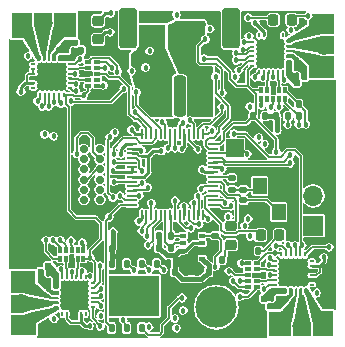
<source format=gbr>
%TF.GenerationSoftware,KiCad,Pcbnew,7.0.6*%
%TF.CreationDate,2023-07-24T08:09:00-07:00*%
%TF.ProjectId,minidrone,6d696e69-6472-46f6-9e65-2e6b69636164,rev?*%
%TF.SameCoordinates,Original*%
%TF.FileFunction,Copper,L1,Top*%
%TF.FilePolarity,Positive*%
%FSLAX46Y46*%
G04 Gerber Fmt 4.6, Leading zero omitted, Abs format (unit mm)*
G04 Created by KiCad (PCBNEW 7.0.6) date 2023-07-24 08:09:00*
%MOMM*%
%LPD*%
G01*
G04 APERTURE LIST*
G04 Aperture macros list*
%AMRoundRect*
0 Rectangle with rounded corners*
0 $1 Rounding radius*
0 $2 $3 $4 $5 $6 $7 $8 $9 X,Y pos of 4 corners*
0 Add a 4 corners polygon primitive as box body*
4,1,4,$2,$3,$4,$5,$6,$7,$8,$9,$2,$3,0*
0 Add four circle primitives for the rounded corners*
1,1,$1+$1,$2,$3*
1,1,$1+$1,$4,$5*
1,1,$1+$1,$6,$7*
1,1,$1+$1,$8,$9*
0 Add four rect primitives between the rounded corners*
20,1,$1+$1,$2,$3,$4,$5,0*
20,1,$1+$1,$4,$5,$6,$7,0*
20,1,$1+$1,$6,$7,$8,$9,0*
20,1,$1+$1,$8,$9,$2,$3,0*%
G04 Aperture macros list end*
%TA.AperFunction,ComponentPad*%
%ADD10C,3.500000*%
%TD*%
%TA.AperFunction,SMDPad,CuDef*%
%ADD11R,1.900000X1.900000*%
%TD*%
%TA.AperFunction,SMDPad,CuDef*%
%ADD12O,0.470000X0.200000*%
%TD*%
%TA.AperFunction,SMDPad,CuDef*%
%ADD13O,0.200000X0.470000*%
%TD*%
%TA.AperFunction,SMDPad,CuDef*%
%ADD14R,1.200000X1.400000*%
%TD*%
%TA.AperFunction,SMDPad,CuDef*%
%ADD15R,0.500000X0.350000*%
%TD*%
%TA.AperFunction,SMDPad,CuDef*%
%ADD16RoundRect,0.125000X0.125000X-0.250000X0.125000X0.250000X-0.125000X0.250000X-0.125000X-0.250000X0*%
%TD*%
%TA.AperFunction,SMDPad,CuDef*%
%ADD17R,4.300000X3.400000*%
%TD*%
%TA.AperFunction,SMDPad,CuDef*%
%ADD18R,0.550000X0.300000*%
%TD*%
%TA.AperFunction,SMDPad,CuDef*%
%ADD19R,0.550000X0.400000*%
%TD*%
%TA.AperFunction,SMDPad,CuDef*%
%ADD20R,0.300000X0.550000*%
%TD*%
%TA.AperFunction,SMDPad,CuDef*%
%ADD21R,0.400000X0.550000*%
%TD*%
%TA.AperFunction,SMDPad,CuDef*%
%ADD22RoundRect,0.050000X0.050000X-0.387500X0.050000X0.387500X-0.050000X0.387500X-0.050000X-0.387500X0*%
%TD*%
%TA.AperFunction,SMDPad,CuDef*%
%ADD23RoundRect,0.050000X0.387500X-0.050000X0.387500X0.050000X-0.387500X0.050000X-0.387500X-0.050000X0*%
%TD*%
%TA.AperFunction,SMDPad,CuDef*%
%ADD24R,3.200000X3.200000*%
%TD*%
%TA.AperFunction,SMDPad,CuDef*%
%ADD25R,1.500000X1.500000*%
%TD*%
%TA.AperFunction,SMDPad,CuDef*%
%ADD26RoundRect,0.135000X0.135000X0.185000X-0.135000X0.185000X-0.135000X-0.185000X0.135000X-0.185000X0*%
%TD*%
%TA.AperFunction,SMDPad,CuDef*%
%ADD27RoundRect,0.135000X-0.135000X-0.185000X0.135000X-0.185000X0.135000X0.185000X-0.135000X0.185000X0*%
%TD*%
%TA.AperFunction,SMDPad,CuDef*%
%ADD28RoundRect,0.135000X-0.185000X0.135000X-0.185000X-0.135000X0.185000X-0.135000X0.185000X0.135000X0*%
%TD*%
%TA.AperFunction,ComponentPad*%
%ADD29R,1.700000X1.700000*%
%TD*%
%TA.AperFunction,ComponentPad*%
%ADD30O,1.700000X1.700000*%
%TD*%
%TA.AperFunction,SMDPad,CuDef*%
%ADD31RoundRect,0.250001X0.499999X1.449999X-0.499999X1.449999X-0.499999X-1.449999X0.499999X-1.449999X0*%
%TD*%
%TA.AperFunction,SMDPad,CuDef*%
%ADD32RoundRect,0.250000X0.250000X1.500000X-0.250000X1.500000X-0.250000X-1.500000X0.250000X-1.500000X0*%
%TD*%
%TA.AperFunction,ComponentPad*%
%ADD33O,2.100000X1.100000*%
%TD*%
%TA.AperFunction,ComponentPad*%
%ADD34C,0.700000*%
%TD*%
%TA.AperFunction,ComponentPad*%
%ADD35R,1.350000X1.350000*%
%TD*%
%TA.AperFunction,ComponentPad*%
%ADD36O,1.350000X1.350000*%
%TD*%
%TA.AperFunction,SMDPad,CuDef*%
%ADD37RoundRect,0.218750X0.218750X0.256250X-0.218750X0.256250X-0.218750X-0.256250X0.218750X-0.256250X0*%
%TD*%
%TA.AperFunction,SMDPad,CuDef*%
%ADD38RoundRect,0.218750X0.256250X-0.218750X0.256250X0.218750X-0.256250X0.218750X-0.256250X-0.218750X0*%
%TD*%
%TA.AperFunction,SMDPad,CuDef*%
%ADD39RoundRect,0.140000X-0.140000X-0.170000X0.140000X-0.170000X0.140000X0.170000X-0.140000X0.170000X0*%
%TD*%
%TA.AperFunction,SMDPad,CuDef*%
%ADD40RoundRect,0.140000X0.140000X0.170000X-0.140000X0.170000X-0.140000X-0.170000X0.140000X-0.170000X0*%
%TD*%
%TA.AperFunction,SMDPad,CuDef*%
%ADD41RoundRect,0.140000X-0.170000X0.140000X-0.170000X-0.140000X0.170000X-0.140000X0.170000X0.140000X0*%
%TD*%
%TA.AperFunction,ViaPad*%
%ADD42C,0.457200*%
%TD*%
%TA.AperFunction,Conductor*%
%ADD43C,0.127000*%
%TD*%
%TA.AperFunction,Conductor*%
%ADD44C,0.406400*%
%TD*%
%TA.AperFunction,Conductor*%
%ADD45C,0.254000*%
%TD*%
G04 APERTURE END LIST*
D10*
%TO.P,REF\u002A\u002A,1*%
%TO.N,N/C*%
X150685800Y-78412600D03*
%TD*%
D11*
%TO.P,U7,25,EP*%
%TO.N,GNDA*%
X138636400Y-77380800D03*
D12*
%TO.P,U7,24,SLEEP_N*%
%TO.N,/SLEEP_N*%
X140201400Y-76380800D03*
%TO.P,U7,23,SCLK*%
%TO.N,/MC_SCLK*%
X140201400Y-76780800D03*
%TO.P,U7,22,SDI*%
%TO.N,/MC_SDI*%
X140201400Y-77180800D03*
%TO.P,U7,21,SDO*%
%TO.N,/MC_SDO*%
X140201400Y-77580800D03*
%TO.P,U7,20,SCS_N*%
%TO.N,/MC3_CS_N*%
X140201400Y-77980800D03*
%TO.P,U7,19,PWM_SYNC*%
%TO.N,/PWM_SYNC*%
X140201400Y-78380800D03*
D13*
%TO.P,U7,18,NC*%
%TO.N,unconnected-(U7-NC-Pad18)*%
X139636400Y-78945800D03*
%TO.P,U7,17,AVDD*%
%TO.N,/Motor Controller 3/AVDD*%
X139236400Y-78945800D03*
%TO.P,U7,16,AGND*%
%TO.N,GNDA*%
X138836400Y-78945800D03*
%TO.P,U7,15,AD0*%
X138436400Y-78945800D03*
%TO.P,U7,14,AD1*%
%TO.N,/Motor Controller 3/AVDD*%
X138036400Y-78945800D03*
%TO.P,U7,13,NC*%
%TO.N,unconnected-(U7-NC-Pad13)*%
X137636400Y-78945800D03*
D12*
%TO.P,U7,12,OUTC*%
%TO.N,Net-(J3-Pin_1)*%
X137071400Y-78380800D03*
%TO.P,U7,11,OUTB*%
%TO.N,Net-(J3-Pin_2)*%
X137071400Y-77980800D03*
%TO.P,U7,10,OUTA*%
%TO.N,Net-(J3-Pin_3)*%
X137071400Y-77580800D03*
%TO.P,U7,9,PGND*%
%TO.N,Earth*%
X137071400Y-77180800D03*
%TO.P,U7,8,VM*%
%TO.N,+BATT*%
X137071400Y-76780800D03*
%TO.P,U7,7,VIN_AVDD*%
X137071400Y-76380800D03*
D13*
%TO.P,U7,6,CP*%
%TO.N,Net-(U7-CP)*%
X137636400Y-75815800D03*
%TO.P,U7,5,SOA*%
%TO.N,Net-(U6-S1)*%
X138036400Y-75815800D03*
%TO.P,U7,4,SOB*%
%TO.N,Net-(U6-S2)*%
X138436400Y-75815800D03*
%TO.P,U7,3,SOC*%
%TO.N,Net-(U6-S3)*%
X138836400Y-75815800D03*
%TO.P,U7,2,CSAREF*%
%TO.N,Net-(U7-CSAREF)*%
X139236400Y-75815800D03*
%TO.P,U7,1,FAULT_N*%
%TO.N,/FAULT_N*%
X139636400Y-75815800D03*
%TD*%
D14*
%TO.P,Y2,1,1*%
%TO.N,Net-(C57-Pad2)*%
X154366900Y-68145300D03*
%TO.P,Y2,2,2*%
%TO.N,GNDA*%
X154366900Y-70345300D03*
%TO.P,Y2,3,3*%
%TO.N,Net-(U2-XIN)*%
X155966900Y-70345300D03*
%TO.P,Y2,4,4*%
%TO.N,GNDA*%
X155966900Y-68145300D03*
%TD*%
D15*
%TO.P,U15,1,GND*%
%TO.N,GNDA*%
X147882000Y-74282500D03*
%TO.P,U15,2,CSB/SEL*%
%TO.N,VCC*%
X147882000Y-73632500D03*
%TO.P,U15,3,SDI/SDA*%
%TO.N,/BARO_SDA*%
X147882000Y-72982500D03*
%TO.P,U15,4,SCK/SCL*%
%TO.N,/BARO_SCL*%
X147882000Y-72332500D03*
%TO.P,U15,5,SDO/INT*%
%TO.N,/BARO_INT*%
X149482000Y-72332500D03*
%TO.P,U15,6,VDDIO*%
%TO.N,VCC*%
X149482000Y-72982500D03*
%TO.P,U15,7,GND*%
%TO.N,GNDA*%
X149482000Y-73632500D03*
%TO.P,U15,8,VDD*%
%TO.N,VCC*%
X149482000Y-74282500D03*
%TD*%
D16*
%TO.P,U13,1,CS_N*%
%TO.N,/QSPI_CS*%
X141831100Y-80144800D03*
%TO.P,U13,2,IO1*%
%TO.N,Net-(U13-IO1)*%
X143101100Y-80144800D03*
%TO.P,U13,3,IO2*%
%TO.N,Net-(U13-IO2)*%
X144371100Y-80144800D03*
%TO.P,U13,4,GND*%
%TO.N,GNDA*%
X145641100Y-80144800D03*
%TO.P,U13,5,IO0*%
%TO.N,Net-(U13-IO0)*%
X145641100Y-74744800D03*
%TO.P,U13,6,CLK*%
%TO.N,Net-(U13-CLK)*%
X144371100Y-74744800D03*
%TO.P,U13,7,IO3*%
%TO.N,Net-(U13-IO3)*%
X143101100Y-74744800D03*
%TO.P,U13,8,VCC*%
%TO.N,VCC*%
X141831100Y-74744800D03*
D17*
%TO.P,U13,9*%
%TO.N,N/C*%
X143736100Y-77444800D03*
%TD*%
D12*
%TO.P,U9,1,FAULT_N*%
%TO.N,/FAULT_N*%
X138315400Y-59826800D03*
%TO.P,U9,2,CSAREF*%
%TO.N,Net-(U9-CSAREF)*%
X138315400Y-59426800D03*
%TO.P,U9,3,SOC*%
%TO.N,Net-(U8-S3)*%
X138315400Y-59026800D03*
%TO.P,U9,4,SOB*%
%TO.N,Net-(U8-S2)*%
X138315400Y-58626800D03*
%TO.P,U9,5,SOA*%
%TO.N,Net-(U8-S1)*%
X138315400Y-58226800D03*
%TO.P,U9,6,CP*%
%TO.N,Net-(U9-CP)*%
X138315400Y-57826800D03*
D13*
%TO.P,U9,7,VIN_AVDD*%
%TO.N,+BATT*%
X137750400Y-57261800D03*
%TO.P,U9,8,VM*%
X137350400Y-57261800D03*
%TO.P,U9,9,PGND*%
%TO.N,Earth*%
X136950400Y-57261800D03*
%TO.P,U9,10,OUTA*%
%TO.N,Net-(J4-Pin_3)*%
X136550400Y-57261800D03*
%TO.P,U9,11,OUTB*%
%TO.N,Net-(J4-Pin_2)*%
X136150400Y-57261800D03*
%TO.P,U9,12,OUTC*%
%TO.N,Net-(J4-Pin_1)*%
X135750400Y-57261800D03*
D12*
%TO.P,U9,13,NC*%
%TO.N,unconnected-(U9-NC-Pad13)*%
X135185400Y-57826800D03*
%TO.P,U9,14,AD1*%
%TO.N,/Motor Controller 4/AVDD*%
X135185400Y-58226800D03*
%TO.P,U9,15,AD0*%
X135185400Y-58626800D03*
%TO.P,U9,16,AGND*%
%TO.N,GNDA*%
X135185400Y-59026800D03*
%TO.P,U9,17,AVDD*%
%TO.N,/Motor Controller 4/AVDD*%
X135185400Y-59426800D03*
%TO.P,U9,18,NC*%
%TO.N,unconnected-(U9-NC-Pad18)*%
X135185400Y-59826800D03*
D13*
%TO.P,U9,19,PWM_SYNC*%
%TO.N,/PWM_SYNC*%
X135750400Y-60391800D03*
%TO.P,U9,20,SCS_N*%
%TO.N,/MC4_CS_N*%
X136150400Y-60391800D03*
%TO.P,U9,21,SDO*%
%TO.N,/MC_SDO*%
X136550400Y-60391800D03*
%TO.P,U9,22,SDI*%
%TO.N,/MC_SDI*%
X136950400Y-60391800D03*
%TO.P,U9,23,SCLK*%
%TO.N,/MC_SCLK*%
X137350400Y-60391800D03*
%TO.P,U9,24,SLEEP_N*%
%TO.N,/SLEEP_N*%
X137750400Y-60391800D03*
D11*
%TO.P,U9,25,EP*%
%TO.N,GNDA*%
X136750400Y-58826800D03*
%TD*%
D18*
%TO.P,U8,1,A0*%
%TO.N,/SENSE_SEL_0*%
X139839400Y-57626800D03*
%TO.P,U8,2,S1*%
%TO.N,Net-(U8-S1)*%
X139839400Y-58126800D03*
D19*
%TO.P,U8,3,GND*%
%TO.N,GNDA*%
X139839400Y-58626800D03*
D18*
%TO.P,U8,4,S3*%
%TO.N,Net-(U8-S3)*%
X139839400Y-59126800D03*
%TO.P,U8,5,EN*%
%TO.N,/SLEEP_N*%
X139839400Y-59626800D03*
%TO.P,U8,6,VDD*%
%TO.N,/Motor Controller 4/AVDD*%
X140609400Y-59626800D03*
%TO.P,U8,7,S4*%
%TO.N,unconnected-(U8-S4-Pad7)*%
X140609400Y-59126800D03*
D19*
%TO.P,U8,8,D*%
%TO.N,/MC4_SENSE*%
X140609400Y-58626800D03*
D18*
%TO.P,U8,9,S2*%
%TO.N,Net-(U8-S2)*%
X140609400Y-58126800D03*
%TO.P,U8,10,A1*%
%TO.N,/SENSE_SEL_1*%
X140609400Y-57626800D03*
%TD*%
D20*
%TO.P,U6,10,A1*%
%TO.N,/SENSE_SEL_1*%
X137436400Y-73521800D03*
%TO.P,U6,9,S2*%
%TO.N,Net-(U6-S2)*%
X137936400Y-73521800D03*
D21*
%TO.P,U6,8,D*%
%TO.N,/MC3_SENSE*%
X138436400Y-73521800D03*
D20*
%TO.P,U6,7,S4*%
%TO.N,unconnected-(U6-S4-Pad7)*%
X138936400Y-73521800D03*
%TO.P,U6,6,VDD*%
%TO.N,/Motor Controller 3/AVDD*%
X139436400Y-73521800D03*
%TO.P,U6,5,EN*%
%TO.N,/SLEEP_N*%
X139436400Y-74291800D03*
%TO.P,U6,4,S3*%
%TO.N,Net-(U6-S3)*%
X138936400Y-74291800D03*
D21*
%TO.P,U6,3,GND*%
%TO.N,GNDA*%
X138436400Y-74291800D03*
D20*
%TO.P,U6,2,S1*%
%TO.N,Net-(U6-S1)*%
X137936400Y-74291800D03*
%TO.P,U6,1,A0*%
%TO.N,/SENSE_SEL_0*%
X137436400Y-74291800D03*
%TD*%
D12*
%TO.P,U5,1,FAULT_N*%
%TO.N,/FAULT_N*%
X155625400Y-74494800D03*
%TO.P,U5,2,CSAREF*%
%TO.N,Net-(U5-CSAREF)*%
X155625400Y-74894800D03*
%TO.P,U5,3,SOC*%
%TO.N,Net-(U4-S3)*%
X155625400Y-75294800D03*
%TO.P,U5,4,SOB*%
%TO.N,Net-(U4-S2)*%
X155625400Y-75694800D03*
%TO.P,U5,5,SOA*%
%TO.N,Net-(U4-S1)*%
X155625400Y-76094800D03*
%TO.P,U5,6,CP*%
%TO.N,Net-(U5-CP)*%
X155625400Y-76494800D03*
D13*
%TO.P,U5,7,VIN_AVDD*%
%TO.N,+BATT*%
X156190400Y-77059800D03*
%TO.P,U5,8,VM*%
X156590400Y-77059800D03*
%TO.P,U5,9,PGND*%
%TO.N,Earth*%
X156990400Y-77059800D03*
%TO.P,U5,10,OUTA*%
%TO.N,Net-(J2-Pin_3)*%
X157390400Y-77059800D03*
%TO.P,U5,11,OUTB*%
%TO.N,Net-(J2-Pin_2)*%
X157790400Y-77059800D03*
%TO.P,U5,12,OUTC*%
%TO.N,Net-(J2-Pin_1)*%
X158190400Y-77059800D03*
D12*
%TO.P,U5,13,NC*%
%TO.N,unconnected-(U5-NC-Pad13)*%
X158755400Y-76494800D03*
%TO.P,U5,14,AD1*%
%TO.N,GNDA*%
X158755400Y-76094800D03*
%TO.P,U5,15,AD0*%
%TO.N,/Motor Controller 2/AVDD*%
X158755400Y-75694800D03*
%TO.P,U5,16,AGND*%
%TO.N,GNDA*%
X158755400Y-75294800D03*
%TO.P,U5,17,AVDD*%
%TO.N,/Motor Controller 2/AVDD*%
X158755400Y-74894800D03*
%TO.P,U5,18,NC*%
%TO.N,unconnected-(U5-NC-Pad18)*%
X158755400Y-74494800D03*
D13*
%TO.P,U5,19,PWM_SYNC*%
%TO.N,/PWM_SYNC*%
X158190400Y-73929800D03*
%TO.P,U5,20,SCS_N*%
%TO.N,/MC2_CS_N*%
X157790400Y-73929800D03*
%TO.P,U5,21,SDO*%
%TO.N,/MC_SDO*%
X157390400Y-73929800D03*
%TO.P,U5,22,SDI*%
%TO.N,/MC_SDI*%
X156990400Y-73929800D03*
%TO.P,U5,23,SCLK*%
%TO.N,/MC_SCLK*%
X156590400Y-73929800D03*
%TO.P,U5,24,SLEEP_N*%
%TO.N,/SLEEP_N*%
X156190400Y-73929800D03*
D11*
%TO.P,U5,25,EP*%
%TO.N,GNDA*%
X157190400Y-75494800D03*
%TD*%
D18*
%TO.P,U4,1,A0*%
%TO.N,/SENSE_SEL_0*%
X154101400Y-76694800D03*
%TO.P,U4,2,S1*%
%TO.N,Net-(U4-S1)*%
X154101400Y-76194800D03*
D19*
%TO.P,U4,3,GND*%
%TO.N,GNDA*%
X154101400Y-75694800D03*
D18*
%TO.P,U4,4,S3*%
%TO.N,Net-(U4-S3)*%
X154101400Y-75194800D03*
%TO.P,U4,5,EN*%
%TO.N,/SLEEP_N*%
X154101400Y-74694800D03*
%TO.P,U4,6,VDD*%
%TO.N,/Motor Controller 2/AVDD*%
X153331400Y-74694800D03*
%TO.P,U4,7,S4*%
%TO.N,unconnected-(U4-S4-Pad7)*%
X153331400Y-75194800D03*
D19*
%TO.P,U4,8,D*%
%TO.N,/MC2_SENSE*%
X153331400Y-75694800D03*
D18*
%TO.P,U4,9,S2*%
%TO.N,Net-(U4-S2)*%
X153331400Y-76194800D03*
%TO.P,U4,10,A1*%
%TO.N,/SENSE_SEL_1*%
X153331400Y-76694800D03*
%TD*%
D20*
%TO.P,U3,1,A0*%
%TO.N,/SENSE_SEL_0*%
X156504400Y-60029800D03*
%TO.P,U3,2,S1*%
%TO.N,Net-(U1-SOA)*%
X156004400Y-60029800D03*
D21*
%TO.P,U3,3,GND*%
%TO.N,GNDA*%
X155504400Y-60029800D03*
D20*
%TO.P,U3,4,S3*%
%TO.N,Net-(U1-SOC)*%
X155004400Y-60029800D03*
%TO.P,U3,5,EN*%
%TO.N,/SLEEP_N*%
X154504400Y-60029800D03*
%TO.P,U3,6,VDD*%
%TO.N,/Motor Controller 1/AVDD*%
X154504400Y-60799800D03*
%TO.P,U3,7,S4*%
%TO.N,unconnected-(U3-S4-Pad7)*%
X155004400Y-60799800D03*
D21*
%TO.P,U3,8,D*%
%TO.N,/MC1_SENSE*%
X155504400Y-60799800D03*
D20*
%TO.P,U3,9,S2*%
%TO.N,Net-(U1-SOB)*%
X156004400Y-60799800D03*
%TO.P,U3,10,A1*%
%TO.N,/SENSE_SEL_1*%
X156504400Y-60799800D03*
%TD*%
D22*
%TO.P,U2,1,IOVDD*%
%TO.N,VCC*%
X144370400Y-70598300D03*
%TO.P,U2,2,GPIO0*%
%TO.N,/MC_SDO*%
X144770400Y-70598300D03*
%TO.P,U2,3,GPIO1*%
%TO.N,/BARO_INT*%
X145170400Y-70598300D03*
%TO.P,U2,4,GPIO2*%
%TO.N,/MC_SCLK*%
X145570400Y-70598300D03*
%TO.P,U2,5,GPIO3*%
%TO.N,/MC_SDI*%
X145970400Y-70598300D03*
%TO.P,U2,6,GPIO4*%
%TO.N,/BARO_SDA*%
X146370400Y-70598300D03*
%TO.P,U2,7,GPIO5*%
%TO.N,/BARO_SCL*%
X146770400Y-70598300D03*
%TO.P,U2,8,GPIO6*%
%TO.N,/IMU_INT1*%
X147170400Y-70598300D03*
%TO.P,U2,9,GPIO7*%
%TO.N,/IMU_INT2*%
X147570400Y-70598300D03*
%TO.P,U2,10,IOVDD*%
%TO.N,VCC*%
X147970400Y-70598300D03*
%TO.P,U2,11,GPIO8*%
%TO.N,/IMU_SDO*%
X148370400Y-70598300D03*
%TO.P,U2,12,GPIO9*%
%TO.N,/IMU_CS_N*%
X148770400Y-70598300D03*
%TO.P,U2,13,GPIO10*%
%TO.N,/IMU_SCLK*%
X149170400Y-70598300D03*
%TO.P,U2,14,GPIO11*%
%TO.N,/IMU_SDI*%
X149570400Y-70598300D03*
D23*
%TO.P,U2,15,GPIO12*%
%TO.N,/UART0_TX*%
X150407900Y-69760800D03*
%TO.P,U2,16,GPIO13*%
%TO.N,/UART0_RX*%
X150407900Y-69360800D03*
%TO.P,U2,17,GPIO14*%
%TO.N,Net-(D5-A)*%
X150407900Y-68960800D03*
%TO.P,U2,18,GPIO15*%
%TO.N,Net-(D2-A)*%
X150407900Y-68560800D03*
%TO.P,U2,19,TESTEN*%
%TO.N,Net-(U2-TESTEN)*%
X150407900Y-68160800D03*
%TO.P,U2,20,XIN*%
%TO.N,Net-(U2-XIN)*%
X150407900Y-67760800D03*
%TO.P,U2,21,XOUT*%
%TO.N,Net-(U2-XOUT)*%
X150407900Y-67360800D03*
%TO.P,U2,22,IOVDD*%
%TO.N,VCC*%
X150407900Y-66960800D03*
%TO.P,U2,23,DVDD*%
%TO.N,+1V1*%
X150407900Y-66560800D03*
%TO.P,U2,24,SWCLK*%
%TO.N,Net-(U2-SWCLK)*%
X150407900Y-66160800D03*
%TO.P,U2,25,SWD*%
%TO.N,Net-(U2-SWD)*%
X150407900Y-65760800D03*
%TO.P,U2,26,RUN*%
%TO.N,Net-(U2-RUN)*%
X150407900Y-65360800D03*
%TO.P,U2,27,GPIO16*%
%TO.N,/CE_N*%
X150407900Y-64960800D03*
%TO.P,U2,28,GPIO17*%
%TO.N,/SLEEP_N*%
X150407900Y-64560800D03*
D22*
%TO.P,U2,29,GPIO18*%
%TO.N,/FAULT_N*%
X149570400Y-63723300D03*
%TO.P,U2,30,GPIO19*%
%TO.N,/MC1_CS_N*%
X149170400Y-63723300D03*
%TO.P,U2,31,GPIO20*%
%TO.N,/MC2_CS_N*%
X148770400Y-63723300D03*
%TO.P,U2,32,GPIO21*%
%TO.N,/MC3_CS_N*%
X148370400Y-63723300D03*
%TO.P,U2,33,IOVDD*%
%TO.N,VCC*%
X147970400Y-63723300D03*
%TO.P,U2,34,GPIO22*%
%TO.N,/MC4_CS_N*%
X147570400Y-63723300D03*
%TO.P,U2,35,GPIO23*%
%TO.N,/PWM_SYNC*%
X147170400Y-63723300D03*
%TO.P,U2,36,GPIO24*%
%TO.N,/SENSE_SEL_0*%
X146770400Y-63723300D03*
%TO.P,U2,37,GPIO25*%
%TO.N,/SENSE_SEL_1*%
X146370400Y-63723300D03*
%TO.P,U2,38,GPIO26_ADC0*%
%TO.N,/MC1_SENSE*%
X145970400Y-63723300D03*
%TO.P,U2,39,GPIO27_ADC1*%
%TO.N,/MC2_SENSE*%
X145570400Y-63723300D03*
%TO.P,U2,40,GPIO28_ADC2*%
%TO.N,/MC3_SENSE*%
X145170400Y-63723300D03*
%TO.P,U2,41,GPIO29_ADC3*%
%TO.N,/MC4_SENSE*%
X144770400Y-63723300D03*
%TO.P,U2,42,IOVDD*%
%TO.N,VCC*%
X144370400Y-63723300D03*
D23*
%TO.P,U2,43,ADC_AVDD*%
%TO.N,Net-(U2-ADC_AVDD)*%
X143532900Y-64560800D03*
%TO.P,U2,44,VREG_IN*%
%TO.N,VCC*%
X143532900Y-64960800D03*
%TO.P,U2,45,VREG_VOUT*%
%TO.N,+1V1*%
X143532900Y-65360800D03*
%TO.P,U2,46,USB_DM*%
%TO.N,Net-(U2-USB_DM)*%
X143532900Y-65760800D03*
%TO.P,U2,47,USB_DP*%
%TO.N,Net-(U2-USB_DP)*%
X143532900Y-66160800D03*
%TO.P,U2,48,USB_VDD*%
%TO.N,VCC*%
X143532900Y-66560800D03*
%TO.P,U2,49,IOVDD*%
X143532900Y-66960800D03*
%TO.P,U2,50,DVDD*%
%TO.N,+1V1*%
X143532900Y-67360800D03*
%TO.P,U2,51,QSPI_SD3*%
%TO.N,Net-(U13-IO3)*%
X143532900Y-67760800D03*
%TO.P,U2,52,QSPI_SCLK*%
%TO.N,Net-(U13-CLK)*%
X143532900Y-68160800D03*
%TO.P,U2,53,QSPI_SD0*%
%TO.N,Net-(U13-IO0)*%
X143532900Y-68560800D03*
%TO.P,U2,54,QSPI_SD2*%
%TO.N,Net-(U13-IO2)*%
X143532900Y-68960800D03*
%TO.P,U2,55,QSPI_SD1*%
%TO.N,Net-(U13-IO1)*%
X143532900Y-69360800D03*
%TO.P,U2,56,QSPI_SS*%
%TO.N,/QSPI_CS*%
X143532900Y-69760800D03*
D24*
%TO.P,U2,57,GND*%
%TO.N,GNDA*%
X146970400Y-67160800D03*
%TD*%
D11*
%TO.P,U1,25,EP*%
%TO.N,GNDA*%
X155304400Y-56940800D03*
D12*
%TO.P,U1,24,SLEEP_N*%
%TO.N,/SLEEP_N*%
X153739400Y-57940800D03*
%TO.P,U1,23,SCLK*%
%TO.N,/MC_SCLK*%
X153739400Y-57540800D03*
%TO.P,U1,22,SDI*%
%TO.N,/MC_SDI*%
X153739400Y-57140800D03*
%TO.P,U1,21,SDO*%
%TO.N,/MC_SDO*%
X153739400Y-56740800D03*
%TO.P,U1,20,SCS_N*%
%TO.N,/MC1_CS_N*%
X153739400Y-56340800D03*
%TO.P,U1,19,PWM_SYNC*%
%TO.N,/PWM_SYNC*%
X153739400Y-55940800D03*
D13*
%TO.P,U1,18,NC*%
%TO.N,unconnected-(U1-NC-Pad18)*%
X154304400Y-55375800D03*
%TO.P,U1,17,AVDD*%
%TO.N,/Motor Controller 1/AVDD*%
X154704400Y-55375800D03*
%TO.P,U1,16,AGND*%
%TO.N,GNDA*%
X155104400Y-55375800D03*
%TO.P,U1,15,AD0*%
X155504400Y-55375800D03*
%TO.P,U1,14,AD1*%
X155904400Y-55375800D03*
%TO.P,U1,13,NC*%
%TO.N,unconnected-(U1-NC-Pad13)*%
X156304400Y-55375800D03*
D12*
%TO.P,U1,12,OUTC*%
%TO.N,Net-(J1-Pin_1)*%
X156869400Y-55940800D03*
%TO.P,U1,11,OUTB*%
%TO.N,Net-(J1-Pin_2)*%
X156869400Y-56340800D03*
%TO.P,U1,10,OUTA*%
%TO.N,Net-(J1-Pin_3)*%
X156869400Y-56740800D03*
%TO.P,U1,9,PGND*%
%TO.N,Earth*%
X156869400Y-57140800D03*
%TO.P,U1,8,VM*%
%TO.N,+BATT*%
X156869400Y-57540800D03*
%TO.P,U1,7,VIN_AVDD*%
X156869400Y-57940800D03*
D13*
%TO.P,U1,6,CP*%
%TO.N,Net-(U1-CP)*%
X156304400Y-58505800D03*
%TO.P,U1,5,SOA*%
%TO.N,Net-(U1-SOA)*%
X155904400Y-58505800D03*
%TO.P,U1,4,SOB*%
%TO.N,Net-(U1-SOB)*%
X155504400Y-58505800D03*
%TO.P,U1,3,SOC*%
%TO.N,Net-(U1-SOC)*%
X155104400Y-58505800D03*
%TO.P,U1,2,CSAREF*%
%TO.N,Net-(U1-CSAREF)*%
X154704400Y-58505800D03*
%TO.P,U1,1,FAULT_N*%
%TO.N,/FAULT_N*%
X154304400Y-58505800D03*
%TD*%
D25*
%TO.P,SW1,1*%
%TO.N,GNDA*%
X160042900Y-64948000D03*
%TO.P,SW1,2*%
%TO.N,Net-(U2-RUN)*%
X152242900Y-64948000D03*
%TD*%
D26*
%TO.P,R34,1*%
%TO.N,Net-(D5-K)*%
X154243700Y-73631700D03*
%TO.P,R34,2*%
%TO.N,GNDA*%
X153223700Y-73631700D03*
%TD*%
D27*
%TO.P,R30,1*%
%TO.N,Net-(D2-K)*%
X151154400Y-74364500D03*
%TO.P,R30,2*%
%TO.N,GNDA*%
X152174400Y-74364500D03*
%TD*%
D28*
%TO.P,R28,1*%
%TO.N,/BARO_INT*%
X150599600Y-72332500D03*
%TO.P,R28,2*%
%TO.N,GNDA*%
X150599600Y-73352500D03*
%TD*%
D27*
%TO.P,R27,1*%
%TO.N,VCC*%
X145820400Y-72332500D03*
%TO.P,R27,2*%
%TO.N,/BARO_SCL*%
X146840400Y-72332500D03*
%TD*%
%TO.P,R26,1*%
%TO.N,VCC*%
X145820400Y-73348500D03*
%TO.P,R26,2*%
%TO.N,/BARO_SDA*%
X146840400Y-73348500D03*
%TD*%
D28*
%TO.P,R24,1*%
%TO.N,Net-(U2-XOUT)*%
X152004500Y-67445700D03*
%TO.P,R24,2*%
%TO.N,Net-(C57-Pad2)*%
X152004500Y-68465700D03*
%TD*%
D27*
%TO.P,R14,2*%
%TO.N,/FAULT_N*%
X156746400Y-62223300D03*
%TO.P,R14,1*%
%TO.N,VCC*%
X155726400Y-62223300D03*
%TD*%
D26*
%TO.P,R13,1*%
%TO.N,VCC*%
X154820000Y-62223300D03*
%TO.P,R13,2*%
%TO.N,/SLEEP_N*%
X153800000Y-62223300D03*
%TD*%
D27*
%TO.P,R2,1*%
%TO.N,/SENSE_SEL_0*%
X157660800Y-61207300D03*
%TO.P,R2,2*%
%TO.N,GNDA*%
X158680800Y-61207300D03*
%TD*%
%TO.P,R1,1*%
%TO.N,/SENSE_SEL_1*%
X157660800Y-62223300D03*
%TO.P,R1,2*%
%TO.N,GNDA*%
X158680800Y-62223300D03*
%TD*%
D29*
%TO.P,J7,1,Pin_1*%
%TO.N,/UART0_TX*%
X158874500Y-71506200D03*
D30*
%TO.P,J7,2,Pin_2*%
%TO.N,/UART0_RX*%
X158874500Y-68966200D03*
%TD*%
D31*
%TO.P,J6,MP*%
%TO.N,N/C*%
X151928100Y-54788000D03*
X143228100Y-54788000D03*
D32*
%TO.P,J6,3,Pin_3*%
%TO.N,+BATT*%
X145578100Y-60538000D03*
%TO.P,J6,2,Pin_2*%
%TO.N,unconnected-(J6-Pin_2-Pad2)*%
X147578100Y-60538000D03*
%TO.P,J6,1,Pin_1*%
%TO.N,Earth*%
X149578100Y-60538000D03*
%TD*%
D33*
%TO.P,J5,S1,SHIELD*%
%TO.N,GNDA*%
X136685400Y-71760800D03*
X139685400Y-71760800D03*
X136685400Y-62560800D03*
X139685400Y-62560800D03*
D34*
%TO.P,J5,B12,GND*%
X139485400Y-64185800D03*
%TO.P,J5,B9,VBUS*%
%TO.N,VBUS*%
X139485400Y-65035800D03*
%TO.P,J5,B8,SBU2*%
%TO.N,unconnected-(J5-SBU2-PadB8)*%
X139485400Y-65885800D03*
%TO.P,J5,B7,D-*%
%TO.N,Net-(J5-D--PadA7)*%
X139485400Y-66735800D03*
%TO.P,J5,B6,D+*%
%TO.N,Net-(J5-D+-PadA6)*%
X139485400Y-67585800D03*
%TO.P,J5,B5,CC2*%
%TO.N,Net-(J5-CC2)*%
X139485400Y-68435800D03*
%TO.P,J5,B4,VBUS*%
%TO.N,VBUS*%
X139485400Y-69285800D03*
%TO.P,J5,B1,GND*%
%TO.N,GNDA*%
X139485400Y-70135800D03*
%TO.P,J5,A12,GND*%
X140835400Y-70135800D03*
%TO.P,J5,A9,VBUS*%
%TO.N,VBUS*%
X140835400Y-69285800D03*
%TO.P,J5,A8,SBU1*%
%TO.N,unconnected-(J5-SBU1-PadA8)*%
X140835400Y-68435800D03*
%TO.P,J5,A7,D-*%
%TO.N,Net-(J5-D--PadA7)*%
X140835400Y-67585800D03*
%TO.P,J5,A6,D+*%
%TO.N,Net-(J5-D+-PadA6)*%
X140835400Y-66735800D03*
%TO.P,J5,A5,CC1*%
%TO.N,Net-(J5-CC1)*%
X140835400Y-65885800D03*
%TO.P,J5,A4,VBUS*%
%TO.N,VBUS*%
X140835400Y-65035800D03*
%TO.P,J5,A1,GND*%
%TO.N,GNDA*%
X140835400Y-64185800D03*
%TD*%
D35*
%TO.P,J4,1,Pin_1*%
%TO.N,Net-(J4-Pin_1)*%
X134150400Y-54340800D03*
D36*
%TO.P,J4,2,Pin_2*%
%TO.N,Net-(J4-Pin_2)*%
X136150400Y-54340800D03*
%TO.P,J4,3,Pin_3*%
%TO.N,Net-(J4-Pin_3)*%
X138150400Y-54340800D03*
%TD*%
%TO.P,J3,3,Pin_3*%
%TO.N,Net-(J3-Pin_3)*%
X134150400Y-75980800D03*
%TO.P,J3,2,Pin_2*%
%TO.N,Net-(J3-Pin_2)*%
X134150400Y-77980800D03*
D35*
%TO.P,J3,1,Pin_1*%
%TO.N,Net-(J3-Pin_1)*%
X134150400Y-79980800D03*
%TD*%
%TO.P,J2,1,Pin_1*%
%TO.N,Net-(J2-Pin_1)*%
X159790400Y-79980800D03*
D36*
%TO.P,J2,2,Pin_2*%
%TO.N,Net-(J2-Pin_2)*%
X157790400Y-79980800D03*
%TO.P,J2,3,Pin_3*%
%TO.N,Net-(J2-Pin_3)*%
X155790400Y-79980800D03*
%TD*%
%TO.P,J1,3,Pin_3*%
%TO.N,Net-(J1-Pin_3)*%
X159790400Y-58340800D03*
%TO.P,J1,2,Pin_2*%
%TO.N,Net-(J1-Pin_2)*%
X159790400Y-56340800D03*
D35*
%TO.P,J1,1,Pin_1*%
%TO.N,Net-(J1-Pin_1)*%
X159790400Y-54340800D03*
%TD*%
D37*
%TO.P,D5,1,K*%
%TO.N,Net-(D5-K)*%
X156017700Y-72310900D03*
%TO.P,D5,2,A*%
%TO.N,Net-(D5-A)*%
X154442700Y-72310900D03*
%TD*%
D38*
%TO.P,D4,2,A*%
%TO.N,Net-(D4-A)*%
X140671200Y-54155800D03*
%TO.P,D4,1,K*%
%TO.N,Net-(D4-K)*%
X140671200Y-55730800D03*
%TD*%
D37*
%TO.P,D3,2,A*%
%TO.N,Net-(D3-A)*%
X155504600Y-54054400D03*
%TO.P,D3,1,K*%
%TO.N,Net-(D3-K)*%
X157079600Y-54054400D03*
%TD*%
D38*
%TO.P,D2,2,A*%
%TO.N,Net-(D2-A)*%
X151920400Y-71519500D03*
%TO.P,D2,1,K*%
%TO.N,Net-(D2-K)*%
X151920400Y-73094500D03*
%TD*%
D39*
%TO.P,C63,1*%
%TO.N,VCC*%
X147150400Y-75380500D03*
%TO.P,C63,2*%
%TO.N,GNDA*%
X148110400Y-75380500D03*
%TD*%
D40*
%TO.P,C62,2*%
%TO.N,GNDA*%
X149075600Y-75380500D03*
%TO.P,C62,1*%
%TO.N,VCC*%
X150035600Y-75380500D03*
%TD*%
D41*
%TO.P,C58,1*%
%TO.N,Net-(U2-XIN)*%
X152969700Y-69329300D03*
%TO.P,C58,2*%
%TO.N,GNDA*%
X152969700Y-70289300D03*
%TD*%
%TO.P,C57,2*%
%TO.N,Net-(C57-Pad2)*%
X152969700Y-68465700D03*
%TO.P,C57,1*%
%TO.N,GNDA*%
X152969700Y-67505700D03*
%TD*%
D40*
%TO.P,C56,1*%
%TO.N,VCC*%
X141811200Y-73500900D03*
%TO.P,C56,2*%
%TO.N,GNDA*%
X140851200Y-73500900D03*
%TD*%
D42*
%TO.N,/FAULT_N*%
X153517600Y-61417200D03*
%TO.N,+BATT*%
X140919200Y-79110306D03*
%TO.N,Earth*%
X144983200Y-80060800D03*
X147320000Y-80162400D03*
%TO.N,Net-(J5-CC1)*%
X138863500Y-65430400D03*
%TO.N,Net-(U2-RUN)*%
X153289497Y-65430400D03*
%TO.N,/Motor Controller 1/AVDD*%
X153451008Y-55471442D03*
%TO.N,GNDA*%
X153873200Y-65430400D03*
%TO.N,+BATT*%
X146227394Y-57927003D03*
X144424400Y-56591200D03*
X144364900Y-54914800D03*
X145796000Y-55079400D03*
%TO.N,/CE_N*%
X150622000Y-58877200D03*
%TO.N,Earth*%
X149561200Y-54460800D03*
X157504400Y-58118800D03*
X158139400Y-58753800D03*
X156012400Y-78329800D03*
X156012400Y-77694800D03*
X156647400Y-77694800D03*
X155377400Y-78329800D03*
X135801400Y-76202800D03*
X137928400Y-55991800D03*
X137293400Y-56626800D03*
X136436400Y-76202800D03*
X138563400Y-55991800D03*
X137928400Y-56626800D03*
X136436400Y-76837800D03*
X135801400Y-75567800D03*
X157504400Y-57483800D03*
X158139400Y-58118800D03*
X145040000Y-56696000D03*
X148443600Y-56645200D03*
X147741300Y-56491200D03*
X146868800Y-56492800D03*
%TO.N,Net-(D3-K)*%
X158455616Y-53751065D03*
%TO.N,Net-(D3-A)*%
X153408000Y-53902000D03*
X147326000Y-53698800D03*
%TO.N,GNDA*%
X158806800Y-64925600D03*
X146665600Y-66500400D03*
X147427600Y-68684800D03*
X147681600Y-66602000D03*
X145598800Y-67668800D03*
X147478400Y-68024400D03*
X146716400Y-67567200D03*
%TO.N,Net-(U2-ADC_AVDD)*%
X142583539Y-65453947D03*
%TO.N,+BATT*%
X147167600Y-79349600D03*
%TO.N,/MC2_CS_N*%
X152152000Y-63706400D03*
%TO.N,/MC4_CS_N*%
X138373443Y-60960000D03*
X142855600Y-59896400D03*
%TO.N,VCC*%
X155848200Y-63401600D03*
%TO.N,/MC3_SENSE*%
X142093600Y-63604800D03*
%TO.N,/PWM_SYNC*%
X141902138Y-69106882D03*
X141676230Y-64023400D03*
%TO.N,/SLEEP_N*%
X155758800Y-65230400D03*
X149662800Y-57356400D03*
X139458000Y-60461200D03*
%TO.N,/FAULT_N*%
X147884800Y-78692400D03*
%TO.N,/MC2_SENSE*%
X141992000Y-65454400D03*
X153371200Y-70920000D03*
%TO.N,GNDA*%
X147308706Y-71699294D03*
%TO.N,/FAULT_N*%
X152292200Y-58926000D03*
%TO.N,/MC1_CS_N*%
X149764400Y-55713400D03*
X151166333Y-60246962D03*
%TO.N,/SENSE_SEL_1*%
X154285600Y-64011200D03*
%TO.N,/SENSE_SEL_0*%
X154793600Y-64570000D03*
%TO.N,/SENSE_SEL_1*%
X136150000Y-63757200D03*
%TO.N,/SENSE_SEL_0*%
X136912000Y-63909600D03*
%TO.N,/PWM_SYNC*%
X153033200Y-55981600D03*
X140874400Y-80013200D03*
X147168345Y-64917802D03*
X160229200Y-73307600D03*
%TO.N,Net-(U13-IO1)*%
X142797562Y-79499902D03*
%TO.N,/SENSE_SEL_0*%
X142305788Y-58447874D03*
%TO.N,/SENSE_SEL_1*%
X141827932Y-58112669D03*
%TO.N,/SENSE_SEL_0*%
X136263518Y-72715716D03*
%TO.N,/SENSE_SEL_1*%
X136855623Y-72733825D03*
%TO.N,/MC3_SENSE*%
X138379200Y-72796400D03*
%TO.N,/SENSE_SEL_0*%
X152718100Y-77504395D03*
%TO.N,/SENSE_SEL_1*%
X152112723Y-76200314D03*
%TO.N,/MC2_SENSE*%
X151733400Y-75340610D03*
%TO.N,/MC2_CS_N*%
X157934503Y-73150000D03*
%TO.N,/MC_SDO*%
X157350800Y-73150000D03*
%TO.N,/MC_SDI*%
X156749355Y-73134765D03*
%TO.N,/MC_SCLK*%
X155696484Y-73224106D03*
%TO.N,/SLEEP_N*%
X155674400Y-73806948D03*
%TO.N,/FAULT_N*%
X155221717Y-74226048D03*
%TO.N,/MC_SCLK*%
X152603704Y-58326896D03*
%TO.N,/MC_SDI*%
X152361799Y-57493001D03*
%TO.N,/MC_SDO*%
X152358617Y-56897829D03*
%TO.N,/PWM_SYNC*%
X135554061Y-60957490D03*
%TO.N,/MC4_CS_N*%
X135932040Y-61401700D03*
%TO.N,/MC_SDO*%
X136515742Y-61400799D03*
%TO.N,/MC_SDI*%
X136969000Y-61008300D03*
%TO.N,/MC_SCLK*%
X137535743Y-61147982D03*
%TO.N,/FAULT_N*%
X138785600Y-60067484D03*
%TO.N,/MC3_CS_N*%
X140919200Y-78272606D03*
%TO.N,/MC_SDO*%
X140903144Y-77434906D03*
%TO.N,/MC_SDI*%
X140884695Y-76851495D03*
%TO.N,/MC_SCLK*%
X140840800Y-74894103D03*
%TO.N,/SLEEP_N*%
X140008300Y-74203837D03*
%TO.N,/FAULT_N*%
X139960000Y-75796800D03*
%TO.N,Net-(U13-IO2)*%
X147800400Y-77620400D03*
%TO.N,GNDA*%
X146978900Y-77061600D03*
%TO.N,Net-(U13-IO0)*%
X146225600Y-75232800D03*
%TO.N,Net-(U13-CLK)*%
X145006400Y-75232800D03*
%TO.N,Net-(U13-IO3)*%
X143736400Y-75283600D03*
%TO.N,VCC*%
X141907600Y-66850800D03*
%TO.N,/MC1_CS_N*%
X151153200Y-61466000D03*
%TO.N,VCC*%
X147749600Y-64971200D03*
%TO.N,Net-(U2-TESTEN)*%
X149426000Y-68374800D03*
%TO.N,Net-(U2-USB_DP)*%
X142009200Y-66139600D03*
%TO.N,Net-(U2-USB_DM)*%
X144379600Y-66856000D03*
%TO.N,VCC*%
X144342943Y-65142202D03*
%TO.N,/MC3_CS_N*%
X149121200Y-65022000D03*
%TO.N,/MC4_CS_N*%
X147834000Y-62792000D03*
%TO.N,/SENSE_SEL_0*%
X146557295Y-64936862D03*
%TO.N,/SENSE_SEL_1*%
X146106800Y-62741200D03*
%TO.N,VCC*%
X143510000Y-63398400D03*
%TO.N,/MC3_SENSE*%
X143833000Y-61909278D03*
%TO.N,/MC1_SENSE*%
X143922400Y-60201200D03*
%TO.N,/MC2_CS_N*%
X148443600Y-62588800D03*
%TO.N,/CE_N*%
X144690387Y-58104315D03*
%TO.N,Net-(U2-SWD)*%
X156927200Y-65535200D03*
%TO.N,Net-(U2-SWCLK)*%
X156927200Y-66195600D03*
%TO.N,VCC*%
X149510400Y-66754400D03*
%TO.N,+1V1*%
X151186800Y-66703600D03*
X146030600Y-65205000D03*
%TO.N,Net-(U13-IO3)*%
X142024499Y-67769900D03*
%TO.N,Net-(U13-CLK)*%
X144379600Y-67872000D03*
%TO.N,Net-(U13-IO0)*%
X144887600Y-68278400D03*
%TO.N,Net-(U13-IO2)*%
X144142800Y-68960800D03*
%TO.N,Net-(U13-IO1)*%
X142552288Y-68971558D03*
%TO.N,VCC*%
X144125600Y-71123200D03*
%TO.N,/MC_SDO*%
X144385944Y-71961296D03*
%TO.N,/BARO_INT*%
X145192400Y-69599200D03*
%TO.N,/MC_SCLK*%
X144830800Y-72339200D03*
%TO.N,/MC_SDI*%
X144915697Y-73131791D03*
%TO.N,/BARO_INT*%
X150597551Y-74952289D03*
%TO.N,/IMU_INT1*%
X153540100Y-72405600D03*
X147190100Y-69396200D03*
%TO.N,/IMU_SDI*%
X151711300Y-70726900D03*
%TO.N,/IMU_SDO*%
X153082900Y-71529800D03*
%TO.N,VCC*%
X147951200Y-69861800D03*
%TO.N,/IMU_INT2*%
X148510000Y-71715900D03*
%TO.N,/IMU_SDO*%
X149230172Y-71390783D03*
%TO.N,/IMU_SDI*%
X149983200Y-70903100D03*
%TO.N,/IMU_SCLK*%
X149170400Y-69023500D03*
%TO.N,/IMU_CS_N*%
X148770800Y-69584100D03*
%TO.N,VCC*%
X141947400Y-72034400D03*
%TO.N,/QSPI_CS*%
X141642600Y-70780995D03*
%TO.N,GNDA*%
X140846000Y-74257700D03*
%TO.N,/SENSE_SEL_0*%
X158270400Y-62934500D03*
%TO.N,/SENSE_SEL_1*%
X157660800Y-62934500D03*
%TO.N,/MC1_SENSE*%
X155273200Y-61410500D03*
%TO.N,/FAULT_N*%
X150294800Y-63442500D03*
X156746400Y-62934500D03*
X153998000Y-58926000D03*
%TO.N,GNDA*%
X148542200Y-73932700D03*
X153223700Y-73022100D03*
%TO.N,/UART0_TX*%
X151959000Y-69853644D03*
%TO.N,/UART0_RX*%
X151445623Y-69576827D03*
%TO.N,GNDA*%
X155966900Y-67180100D03*
X154366900Y-71310500D03*
X152969700Y-66789300D03*
%TO.N,+BATT*%
X150168031Y-54821080D03*
%TO.N,Net-(D4-K)*%
X141692100Y-55105300D03*
%TO.N,Net-(D4-A)*%
X141742900Y-53530500D03*
%TO.N,VCC*%
X143520900Y-58407300D03*
%TO.N,+BATT*%
X138563400Y-57261800D03*
X138563400Y-56626800D03*
X139198400Y-56626800D03*
%TO.N,Net-(U9-CP)*%
X139147200Y-57407200D03*
%TO.N,Net-(U8-S2)*%
X138720400Y-58626800D03*
%TO.N,GNDA*%
X139331400Y-58626800D03*
%TO.N,Net-(U9-CSAREF)*%
X138781769Y-59464476D03*
%TO.N,Net-(U8-S2)*%
X141244400Y-58126800D03*
%TO.N,GNDA*%
X136418400Y-59523800D03*
X136291400Y-58253800D03*
X137434400Y-58888800D03*
%TO.N,/Motor Controller 4/AVDD*%
X134149800Y-60150800D03*
X141117400Y-59626800D03*
%TO.N,+BATT*%
X134753400Y-57134800D03*
X137071400Y-75567800D03*
X136436400Y-75567800D03*
X136436400Y-74932800D03*
%TO.N,Net-(U7-CP)*%
X137517800Y-75192446D03*
%TO.N,Net-(U6-S2)*%
X138436400Y-75410800D03*
%TO.N,GNDA*%
X138436400Y-74799800D03*
%TO.N,Net-(U7-CSAREF)*%
X139324868Y-75349040D03*
%TO.N,Net-(U6-S2)*%
X137486216Y-72716922D03*
%TO.N,GNDA*%
X139333400Y-77712800D03*
X138063400Y-77839800D03*
X138698400Y-76696800D03*
%TO.N,/Motor Controller 3/AVDD*%
X139960400Y-79981400D03*
X139344400Y-72948800D03*
%TO.N,+BATT*%
X136944400Y-79377800D03*
X155377400Y-77059800D03*
X155377400Y-77694800D03*
X154742400Y-77694800D03*
%TO.N,Net-(U5-CP)*%
X154730610Y-76869948D03*
%TO.N,Net-(U4-S2)*%
X155220400Y-75694800D03*
%TO.N,GNDA*%
X154609400Y-75694800D03*
%TO.N,Net-(U5-CSAREF)*%
X155158640Y-74806332D03*
%TO.N,Net-(U4-S2)*%
X152696400Y-76194800D03*
%TO.N,GNDA*%
X157522400Y-74797800D03*
X157649400Y-76067800D03*
X156506400Y-75432800D03*
%TO.N,/Motor Controller 2/AVDD*%
X159791000Y-74170800D03*
X152823400Y-74694800D03*
%TO.N,+BATT*%
X159187400Y-77186800D03*
X156996400Y-54943800D03*
%TO.N,/MC1_CS_N*%
X152927749Y-56579316D03*
%TO.N,/Motor Controller 1/AVDD*%
X154504400Y-61307800D03*
X153980400Y-54340200D03*
%TO.N,GNDA*%
X155242400Y-57624800D03*
X155877400Y-56481800D03*
X154607400Y-56608800D03*
%TO.N,Net-(U1-SOB)*%
X156004400Y-61434800D03*
%TO.N,Net-(U1-CSAREF)*%
X154615932Y-58972560D03*
%TO.N,GNDA*%
X155504400Y-59521800D03*
%TO.N,Net-(U1-SOB)*%
X155504400Y-58910800D03*
%TO.N,Net-(U1-CP)*%
X156423000Y-59129154D03*
%TO.N,+BATT*%
X157504400Y-59388800D03*
X157504400Y-58753800D03*
X156869400Y-58753800D03*
%TD*%
D43*
%TO.N,/SLEEP_N*%
X154025600Y-60325100D02*
X154025600Y-61997700D01*
X153739400Y-60038900D02*
X154025600Y-60325100D01*
X154025600Y-61997700D02*
X153800000Y-62223300D01*
%TO.N,+BATT*%
X145796000Y-55231800D02*
X145578100Y-55449700D01*
D44*
X145598800Y-55276600D02*
X145598800Y-55575200D01*
X145796000Y-55079400D02*
X145598800Y-55276600D01*
D43*
X145796000Y-55079400D02*
X145796000Y-55231800D01*
D44*
X144364900Y-54914800D02*
X145025300Y-55575200D01*
X145025300Y-55575200D02*
X145598800Y-55575200D01*
D43*
X144899800Y-55449700D02*
X145578100Y-55449700D01*
X144364900Y-54914800D02*
X144899800Y-55449700D01*
D44*
%TO.N,GNDA*%
X158829200Y-64903200D02*
X158806800Y-64925600D01*
X158829200Y-62371700D02*
X158829200Y-64903200D01*
X158680800Y-62223300D02*
X158829200Y-62371700D01*
D45*
%TO.N,VCC*%
X148058700Y-73632500D02*
X147882000Y-73632500D01*
X148708700Y-72982500D02*
X148058700Y-73632500D01*
X149482000Y-72982500D02*
X148708700Y-72982500D01*
D44*
X147160592Y-74006200D02*
X147150400Y-74006200D01*
X147534292Y-73632500D02*
X147160592Y-74006200D01*
X147882000Y-73632500D02*
X147534292Y-73632500D01*
X147150400Y-74006200D02*
X147150400Y-75380500D01*
X146478100Y-74006200D02*
X147150400Y-74006200D01*
X145820400Y-73348500D02*
X146478100Y-74006200D01*
X145820400Y-72332500D02*
X145820400Y-73348500D01*
X147775637Y-76020700D02*
X147150400Y-75395463D01*
X147150400Y-75395463D02*
X147150400Y-75380500D01*
X149410363Y-76020700D02*
X147775637Y-76020700D01*
X150035600Y-75395463D02*
X149410363Y-76020700D01*
X150035600Y-75380500D02*
X150035600Y-75395463D01*
X150035600Y-74836100D02*
X150035600Y-75380500D01*
X149482000Y-74282500D02*
X150035600Y-74836100D01*
D45*
%TO.N,/Motor Controller 2/AVDD*%
X159791000Y-74551800D02*
X159791000Y-74170800D01*
D43*
X159791000Y-74551800D02*
X159791000Y-74422000D01*
D45*
X159448000Y-74894800D02*
X159791000Y-74551800D01*
X158755400Y-74894800D02*
X159448000Y-74894800D01*
D43*
%TO.N,/MC2_CS_N*%
X155111100Y-65649500D02*
X153168000Y-63706400D01*
X153168000Y-63706400D02*
X152152000Y-63706400D01*
X156143300Y-65649500D02*
X155111100Y-65649500D01*
X156676700Y-65116100D02*
X156143300Y-65649500D01*
X157834000Y-65632000D02*
X157318100Y-65116100D01*
X157318100Y-65116100D02*
X156676700Y-65116100D01*
X157834000Y-73049497D02*
X157834000Y-65632000D01*
X157934503Y-73150000D02*
X157834000Y-73049497D01*
D44*
%TO.N,GNDA*%
X158806800Y-64925600D02*
X160020500Y-64925600D01*
X160020500Y-64925600D02*
X160042900Y-64948000D01*
D43*
%TO.N,Net-(U2-SWCLK)*%
X156778000Y-66344800D02*
X156927200Y-66195600D01*
X151420697Y-66344800D02*
X156778000Y-66344800D01*
X151207997Y-66132100D02*
X151420697Y-66344800D01*
X150407900Y-66160800D02*
X150436600Y-66132100D01*
X150436600Y-66132100D02*
X151207997Y-66132100D01*
%TO.N,Net-(U2-SWD)*%
X151525907Y-66090800D02*
X156371600Y-66090800D01*
X151195907Y-65760800D02*
X151525907Y-66090800D01*
X156371600Y-66090800D02*
X156927200Y-65535200D01*
X150407900Y-65760800D02*
X151195907Y-65760800D01*
D44*
%TO.N,GNDA*%
X152969700Y-67505700D02*
X152969700Y-66789300D01*
X155966900Y-68145300D02*
X155966900Y-67180100D01*
X154310900Y-70289300D02*
X154366900Y-70345300D01*
X152969700Y-70289300D02*
X154310900Y-70289300D01*
X154366900Y-71310500D02*
X154366900Y-70345300D01*
X153223700Y-73631700D02*
X153223700Y-73022100D01*
X152907200Y-73631700D02*
X153223700Y-73631700D01*
X152174400Y-74364500D02*
X152907200Y-73631700D01*
X148110400Y-75380500D02*
X149075600Y-75380500D01*
X147882000Y-75152100D02*
X148110400Y-75380500D01*
X147882000Y-74282500D02*
X147882000Y-75152100D01*
X148192400Y-74282500D02*
X148542200Y-73932700D01*
X147882000Y-74282500D02*
X148192400Y-74282500D01*
X148842400Y-73632500D02*
X148542200Y-73932700D01*
X149482000Y-73632500D02*
X148842400Y-73632500D01*
X150319600Y-73632500D02*
X149482000Y-73632500D01*
X150599600Y-73352500D02*
X150319600Y-73632500D01*
X140846000Y-73506100D02*
X140851200Y-73500900D01*
X140846000Y-74257700D02*
X140846000Y-73506100D01*
%TO.N,VCC*%
X141811200Y-74724900D02*
X141831100Y-74744800D01*
X141811200Y-73500900D02*
X141811200Y-74724900D01*
X141947400Y-72034400D02*
X141947400Y-73364700D01*
X141947400Y-73364700D02*
X141811200Y-73500900D01*
D45*
%TO.N,GNDA*%
X146354800Y-77685700D02*
X146354800Y-79095600D01*
X146978900Y-77061600D02*
X146354800Y-77685700D01*
X145641100Y-80144800D02*
X145641100Y-79809300D01*
X145641100Y-79809300D02*
X146354800Y-79095600D01*
%TO.N,/Motor Controller 3/AVDD*%
X139960400Y-79981400D02*
X139579400Y-79981400D01*
X139236400Y-79638400D02*
X139579400Y-79981400D01*
X139236400Y-78945800D02*
X139236400Y-79638400D01*
D44*
%TO.N,Earth*%
X147895300Y-56645200D02*
X147741300Y-56491200D01*
X148443600Y-56645200D02*
X147895300Y-56645200D01*
X146868800Y-56492800D02*
X147739700Y-56492800D01*
X147739700Y-56492800D02*
X147741300Y-56491200D01*
X149126537Y-54460800D02*
X149561200Y-54460800D01*
X148443600Y-56645200D02*
X148443600Y-55143737D01*
X148443600Y-55143737D02*
X149126537Y-54460800D01*
X148443600Y-57511600D02*
X148443600Y-56645200D01*
X149352000Y-58420000D02*
X148443600Y-57511600D01*
X149578100Y-58646100D02*
X149352000Y-58420000D01*
X149578100Y-60538000D02*
X149578100Y-58646100D01*
%TO.N,+BATT*%
X145598800Y-56235600D02*
X145598800Y-55575200D01*
X145500400Y-56137200D02*
X145598800Y-56235600D01*
X144808537Y-56137200D02*
X145500400Y-56137200D01*
X144424400Y-56521337D02*
X144808537Y-56137200D01*
X145598800Y-60517300D02*
X145598800Y-56235600D01*
X144424400Y-56591200D02*
X144424400Y-56521337D01*
X146227394Y-57927003D02*
X145835997Y-58318400D01*
D43*
X145578100Y-58318400D02*
X145578100Y-58216800D01*
D44*
X145835997Y-58318400D02*
X145578100Y-58318400D01*
D43*
X145578100Y-60538000D02*
X145578100Y-58318400D01*
D44*
X145578100Y-60538000D02*
X145598800Y-60517300D01*
D45*
%TO.N,Net-(D4-A)*%
X141296500Y-53530500D02*
X140671200Y-54155800D01*
X141742900Y-53530500D02*
X141296500Y-53530500D01*
%TO.N,Net-(D4-K)*%
X141296700Y-55105300D02*
X140671200Y-55730800D01*
X141692100Y-55105300D02*
X141296700Y-55105300D01*
%TO.N,/Motor Controller 4/AVDD*%
X134162800Y-60137800D02*
X134149800Y-60150800D01*
X134162800Y-59756800D02*
X134162800Y-60137800D01*
X134492800Y-59426800D02*
X134162800Y-59756800D01*
X135185400Y-59426800D02*
X134492800Y-59426800D01*
%TO.N,/Motor Controller 1/AVDD*%
X154704400Y-55064200D02*
X153980400Y-54340200D01*
X154704400Y-55375800D02*
X154704400Y-55064200D01*
D44*
%TO.N,GNDA*%
X158680800Y-62223300D02*
X158680800Y-61207300D01*
%TO.N,VCC*%
X155848200Y-62345100D02*
X155726400Y-62223300D01*
X155848200Y-63401600D02*
X155848200Y-62345100D01*
X154820000Y-62223300D02*
X155726400Y-62223300D01*
D45*
X144370400Y-70878400D02*
X144125600Y-71123200D01*
X144370400Y-70598300D02*
X144370400Y-70878400D01*
X143834900Y-63723300D02*
X143510000Y-63398400D01*
X144370400Y-63723300D02*
X143834900Y-63723300D01*
%TO.N,+1V1*%
X144874900Y-65624802D02*
X144272000Y-65624802D01*
X144938400Y-65561302D02*
X144874900Y-65624802D01*
X143532900Y-65360800D02*
X143879041Y-65360800D01*
D43*
%TO.N,Net-(U2-USB_DM)*%
X143910518Y-65760800D02*
X143532900Y-65760800D01*
X144160900Y-66011182D02*
X143910518Y-65760800D01*
X144160900Y-66637300D02*
X144160900Y-66011182D01*
X144379600Y-66856000D02*
X144160900Y-66637300D01*
D45*
%TO.N,VCC*%
X144161541Y-64960800D02*
X143532900Y-64960800D01*
X144342943Y-65142202D02*
X144161541Y-64960800D01*
%TO.N,+1V1*%
X144557300Y-67360800D02*
X143532900Y-67360800D01*
X144938400Y-66979700D02*
X144557300Y-67360800D01*
X144938400Y-66957600D02*
X144938400Y-66979700D01*
X144938400Y-65622721D02*
X144938400Y-66957600D01*
X145356121Y-65205000D02*
X144938400Y-65622721D01*
X146030600Y-65205000D02*
X145356121Y-65205000D01*
%TO.N,VCC*%
X147749600Y-64971200D02*
X147970400Y-64750400D01*
X147970400Y-64750400D02*
X147970400Y-63723300D01*
%TO.N,+1V1*%
X151044000Y-66560800D02*
X150407900Y-66560800D01*
X151186800Y-66703600D02*
X151044000Y-66560800D01*
%TO.N,VCC*%
X149716800Y-66960800D02*
X150407900Y-66960800D01*
X149510400Y-66754400D02*
X149716800Y-66960800D01*
X147970400Y-69881000D02*
X147951200Y-69861800D01*
X147970400Y-70598300D02*
X147970400Y-69881000D01*
X143532900Y-66560800D02*
X143532900Y-66960800D01*
X142017600Y-66960800D02*
X141907600Y-66850800D01*
X143532900Y-66960800D02*
X142017600Y-66960800D01*
%TO.N,Net-(U2-ADC_AVDD)*%
X143065479Y-64560800D02*
X143532900Y-64560800D01*
X142583539Y-65042740D02*
X143065479Y-64560800D01*
X142583539Y-65453947D02*
X142583539Y-65042740D01*
D43*
%TO.N,/PWM_SYNC*%
X141488500Y-68693244D02*
X141902138Y-69106882D01*
X141676230Y-64023400D02*
X141488500Y-64211130D01*
X141488500Y-64211130D02*
X141488500Y-68693244D01*
%TO.N,/MC3_SENSE*%
X143833000Y-61909278D02*
X145170400Y-63246678D01*
X145170400Y-63246678D02*
X145170400Y-63723300D01*
%TO.N,/SENSE_SEL_0*%
X146557295Y-64936862D02*
X146770400Y-64723757D01*
X146770400Y-64723757D02*
X146770400Y-63723300D01*
%TO.N,/PWM_SYNC*%
X147170400Y-64915747D02*
X147170400Y-63723300D01*
X147168345Y-64917802D02*
X147170400Y-64915747D01*
%TO.N,/BARO_INT*%
X151110100Y-72722900D02*
X150719700Y-72332500D01*
X151110100Y-73622327D02*
X151110100Y-72722900D01*
X150597551Y-74134876D02*
X151110100Y-73622327D01*
X150597551Y-74952289D02*
X150597551Y-74134876D01*
X150719700Y-72332500D02*
X150599600Y-72332500D01*
%TO.N,/MC2_SENSE*%
X152258697Y-75694800D02*
X153331400Y-75694800D01*
X151733400Y-75340610D02*
X151904507Y-75340610D01*
X151904507Y-75340610D02*
X152258697Y-75694800D01*
%TO.N,Net-(U13-IO1)*%
X142923600Y-79967300D02*
X143101100Y-80144800D01*
X142797562Y-79627962D02*
X142923600Y-79754000D01*
X142797562Y-79499902D02*
X142797562Y-79627962D01*
X142923600Y-79754000D02*
X142923600Y-79967300D01*
%TO.N,/QSPI_CS*%
X143508600Y-69736500D02*
X143532900Y-69760800D01*
X142522400Y-69736500D02*
X143508600Y-69736500D01*
X141642600Y-70616300D02*
X142522400Y-69736500D01*
X141642600Y-70780995D02*
X141642600Y-70616300D01*
X141340700Y-71082895D02*
X141340700Y-73807798D01*
X141340700Y-73807798D02*
X141376400Y-73843498D01*
X141642600Y-70780995D02*
X141340700Y-71082895D01*
X141376400Y-79690100D02*
X141831100Y-80144800D01*
X141376400Y-73843498D02*
X141376400Y-79690100D01*
%TO.N,/MC3_CS_N*%
X140919200Y-78272606D02*
X140627394Y-77980800D01*
X140627394Y-77980800D02*
X140201400Y-77980800D01*
%TO.N,/PWM_SYNC*%
X140874400Y-79965200D02*
X140201400Y-79292200D01*
X140201400Y-79292200D02*
X140201400Y-78380800D01*
X140874400Y-80013200D02*
X140874400Y-79965200D01*
%TO.N,Net-(U13-IO2)*%
X146710400Y-78435200D02*
X147525200Y-77620400D01*
X146710400Y-79298800D02*
X146710400Y-78435200D01*
X146081600Y-79927600D02*
X146710400Y-79298800D01*
X145896784Y-80710300D02*
X146081600Y-80525484D01*
X144936600Y-80710300D02*
X145896784Y-80710300D01*
X146081600Y-80525484D02*
X146081600Y-79927600D01*
X144371100Y-80144800D02*
X144936600Y-80710300D01*
X147525200Y-77620400D02*
X147800400Y-77620400D01*
%TO.N,/Motor Controller 4/AVDD*%
X134670800Y-58775600D02*
X134670800Y-59426800D01*
X134819600Y-58626800D02*
X134670800Y-58775600D01*
X134670800Y-59426800D02*
X134569200Y-59426800D01*
X135185400Y-59426800D02*
X134670800Y-59426800D01*
X134569200Y-59426800D02*
X134492800Y-59426800D01*
X135185400Y-58626800D02*
X134819600Y-58626800D01*
X135185400Y-58626800D02*
X135185400Y-58226800D01*
%TO.N,/SLEEP_N*%
X139432616Y-60486584D02*
X139458000Y-60461200D01*
X138612003Y-60486584D02*
X139432616Y-60486584D01*
X138517219Y-60391800D02*
X138612003Y-60486584D01*
X137750400Y-60391800D02*
X138517219Y-60391800D01*
%TO.N,/MC4_CS_N*%
X141738000Y-61014000D02*
X142855600Y-59896400D01*
X138427443Y-61014000D02*
X141738000Y-61014000D01*
X138373443Y-60960000D02*
X138427443Y-61014000D01*
%TO.N,/SLEEP_N*%
X137954843Y-60596243D02*
X137750400Y-60391800D01*
X137954843Y-61196043D02*
X137954843Y-60596243D01*
X138211900Y-70187900D02*
X138211900Y-61453100D01*
X140925900Y-71276300D02*
X140468000Y-70818400D01*
X138842400Y-70818400D02*
X138211900Y-70187900D01*
X138211900Y-61453100D02*
X137954843Y-61196043D01*
X140925900Y-72648802D02*
X140925900Y-71276300D01*
X140468000Y-70818400D02*
X138842400Y-70818400D01*
X140008300Y-73566402D02*
X140925900Y-72648802D01*
X140008300Y-74203837D02*
X140008300Y-73566402D01*
%TO.N,/MC_SCLK*%
X137388100Y-60429500D02*
X137350400Y-60391800D01*
X137388100Y-61000339D02*
X137388100Y-60429500D01*
X137535743Y-61147982D02*
X137388100Y-61000339D01*
%TO.N,/MC_SDI*%
X136950400Y-60989700D02*
X136950400Y-60391800D01*
X136969000Y-61008300D02*
X136950400Y-60989700D01*
%TO.N,/MC_SDO*%
X136550400Y-61366141D02*
X136550400Y-60391800D01*
X136515742Y-61400799D02*
X136550400Y-61366141D01*
%TO.N,/MC4_CS_N*%
X135932040Y-61401700D02*
X136150400Y-61183340D01*
X136150400Y-61183340D02*
X136150400Y-60391800D01*
%TO.N,/FAULT_N*%
X138556084Y-60067484D02*
X138315400Y-59826800D01*
X138785600Y-60067484D02*
X138556084Y-60067484D01*
%TO.N,Net-(U9-CSAREF)*%
X138744093Y-59426800D02*
X138315400Y-59426800D01*
X138781769Y-59464476D02*
X138744093Y-59426800D01*
%TO.N,/SLEEP_N*%
X137750400Y-60391800D02*
X137922900Y-60564300D01*
X139354900Y-60564300D02*
X139458000Y-60461200D01*
%TO.N,Net-(J5-CC1)*%
X139261517Y-63645300D02*
X138863500Y-64043317D01*
X138863500Y-64043317D02*
X138863500Y-65430400D01*
X139794500Y-63645300D02*
X139261517Y-63645300D01*
X140208000Y-64058800D02*
X139794500Y-63645300D01*
X140208000Y-65258400D02*
X140208000Y-64058800D01*
X140835400Y-65885800D02*
X140208000Y-65258400D01*
%TO.N,/MC_SDO*%
X144385944Y-71666456D02*
X144770400Y-71282000D01*
X144770400Y-71282000D02*
X144770400Y-70598300D01*
X144385944Y-71961296D02*
X144385944Y-71666456D01*
%TO.N,/MC_SCLK*%
X145570400Y-70975918D02*
X145570400Y-70598300D01*
X144830800Y-71715518D02*
X145570400Y-70975918D01*
X144830800Y-72339200D02*
X144830800Y-71715518D01*
%TO.N,/MC_SDI*%
X145970400Y-70975918D02*
X145970400Y-70598300D01*
X145288000Y-71658318D02*
X145970400Y-70975918D01*
X145288000Y-72759488D02*
X145288000Y-71658318D01*
X144915697Y-73131791D02*
X145288000Y-72759488D01*
%TO.N,Net-(U2-RUN)*%
X152807097Y-64948000D02*
X153289497Y-65430400D01*
X152242900Y-64948000D02*
X152807097Y-64948000D01*
D45*
%TO.N,/Motor Controller 3/AVDD*%
X139436400Y-73040800D02*
X139436400Y-73521800D01*
X139344400Y-72948800D02*
X139436400Y-73040800D01*
D43*
%TO.N,/MC3_SENSE*%
X138436400Y-73215800D02*
X138436400Y-73521800D01*
X138379200Y-73158600D02*
X138436400Y-73215800D01*
X138379200Y-72796400D02*
X138379200Y-73158600D01*
%TO.N,/Motor Controller 3/AVDD*%
X138379200Y-79705200D02*
X139303200Y-79705200D01*
X139400000Y-79802000D02*
X139579400Y-79981400D01*
X139303200Y-79705200D02*
X139400000Y-79802000D01*
X139236400Y-79638400D02*
X139400000Y-79802000D01*
X138036400Y-79362400D02*
X138379200Y-79705200D01*
X138036400Y-78945800D02*
X138036400Y-79362400D01*
%TO.N,/Motor Controller 2/AVDD*%
X159461200Y-74908000D02*
X159461200Y-75387200D01*
X158755400Y-75694800D02*
X159153600Y-75694800D01*
X159153600Y-75694800D02*
X159461200Y-75387200D01*
X159448000Y-74894800D02*
X159461200Y-74908000D01*
%TO.N,/SENSE_SEL_1*%
X152112723Y-76203820D02*
X152603703Y-76694800D01*
X152112723Y-76200314D02*
X152112723Y-76203820D01*
X152603703Y-76694800D02*
X153331400Y-76694800D01*
%TO.N,/SENSE_SEL_0*%
X154101400Y-76730800D02*
X154101400Y-76694800D01*
X153327805Y-77504395D02*
X154101400Y-76730800D01*
X152718100Y-77504395D02*
X153327805Y-77504395D01*
%TO.N,/PWM_SYNC*%
X153074000Y-55940800D02*
X153739400Y-55940800D01*
X153033200Y-55981600D02*
X153074000Y-55940800D01*
%TO.N,/MC1_CS_N*%
X153506780Y-56340800D02*
X153739400Y-56340800D01*
X153268264Y-56579316D02*
X153506780Y-56340800D01*
X152927749Y-56579316D02*
X153268264Y-56579316D01*
%TO.N,/MC_SDO*%
X153465990Y-56740800D02*
X153739400Y-56740800D01*
X152458388Y-56997600D02*
X153209190Y-56997600D01*
X152358617Y-56897829D02*
X152458388Y-56997600D01*
X153209190Y-56997600D02*
X153465990Y-56740800D01*
%TO.N,/MC_SDI*%
X153425200Y-57140800D02*
X153739400Y-57140800D01*
X153284590Y-57281410D02*
X153425200Y-57140800D01*
X153078389Y-57493001D02*
X153284590Y-57286800D01*
X153284590Y-57286800D02*
X153284590Y-57281410D01*
X152361799Y-57493001D02*
X153078389Y-57493001D01*
%TO.N,+BATT*%
X145578100Y-58216800D02*
X145937597Y-58216800D01*
X145937597Y-58216800D02*
X146227394Y-57927003D01*
X145578100Y-58216800D02*
X145578100Y-56235600D01*
X145578100Y-56235600D02*
X144780000Y-56235600D01*
X144780000Y-56235600D02*
X144424400Y-56591200D01*
X145578100Y-56235600D02*
X145578100Y-55449700D01*
%TO.N,/CE_N*%
X149779900Y-64710418D02*
X150030282Y-64960800D01*
X149779900Y-64351300D02*
X149779900Y-64710418D01*
X150487600Y-64062000D02*
X150069200Y-64062000D01*
X150030282Y-64960800D02*
X150407900Y-64960800D01*
X150069200Y-64062000D02*
X149779900Y-64351300D01*
X150950000Y-63599600D02*
X150487600Y-64062000D01*
X151712000Y-62380400D02*
X150950000Y-63142400D01*
X151712000Y-61386800D02*
X151712000Y-62380400D01*
X150622000Y-60296800D02*
X151712000Y-61386800D01*
X150950000Y-63142400D02*
X150950000Y-63599600D01*
X150622000Y-58877200D02*
X150622000Y-60296800D01*
%TO.N,/MC1_CS_N*%
X151180800Y-58267600D02*
X151180800Y-60232495D01*
X151180800Y-60232495D02*
X151166333Y-60246962D01*
X150688700Y-57775500D02*
X151180800Y-58267600D01*
X149154800Y-57610400D02*
X149319900Y-57775500D01*
X149319900Y-57775500D02*
X150688700Y-57775500D01*
X149764400Y-55713400D02*
X149154800Y-56323000D01*
X149154800Y-56323000D02*
X149154800Y-57610400D01*
%TO.N,/SLEEP_N*%
X152415803Y-59642300D02*
X153342800Y-59642300D01*
X151873100Y-59099597D02*
X152415803Y-59642300D01*
X151873100Y-58502700D02*
X151873100Y-59099597D01*
X150726800Y-57356400D02*
X151873100Y-58502700D01*
X149662800Y-57356400D02*
X150726800Y-57356400D01*
%TO.N,Net-(D3-K)*%
X158455616Y-53751065D02*
X157382935Y-53751065D01*
X157382935Y-53751065D02*
X157079600Y-54054400D01*
%TO.N,Net-(D3-A)*%
X153427100Y-53921100D02*
X153408000Y-53902000D01*
X155371300Y-53921100D02*
X153427100Y-53921100D01*
X155504600Y-54054400D02*
X155371300Y-53921100D01*
%TO.N,GNDA*%
X158680800Y-61207300D02*
X158680800Y-61674400D01*
X158680800Y-62223300D02*
X158680800Y-61674400D01*
%TO.N,/MC2_SENSE*%
X145570400Y-64100918D02*
X145570400Y-63723300D01*
X144218118Y-64468400D02*
X145202918Y-64468400D01*
X142804800Y-64112800D02*
X143862518Y-64112800D01*
X143862518Y-64112800D02*
X144218118Y-64468400D01*
X141992000Y-64925600D02*
X142804800Y-64112800D01*
X141992000Y-65454400D02*
X141992000Y-64925600D01*
X145202918Y-64468400D02*
X145570400Y-64100918D01*
%TO.N,/MC4_SENSE*%
X141332000Y-58626800D02*
X140609400Y-58626800D01*
X141636400Y-58931200D02*
X141332000Y-58626800D01*
X142483097Y-58931200D02*
X141636400Y-58931200D01*
X143770000Y-62487200D02*
X143312800Y-62030000D01*
X143312800Y-62030000D02*
X143312800Y-59760903D01*
X144024000Y-62487200D02*
X143770000Y-62487200D01*
X144770400Y-63233600D02*
X144024000Y-62487200D01*
X144770400Y-63723300D02*
X144770400Y-63233600D01*
X143312800Y-59760903D02*
X142483097Y-58931200D01*
%TO.N,/SLEEP_N*%
X155758800Y-64182100D02*
X153800000Y-62223300D01*
X155758800Y-65230400D02*
X155758800Y-64182100D01*
%TO.N,Net-(U13-IO3)*%
X142033599Y-67760800D02*
X143532900Y-67760800D01*
X142024499Y-67769900D02*
X142033599Y-67760800D01*
%TO.N,/MC_SCLK*%
X156590400Y-73567800D02*
X156590400Y-73929800D01*
X156246706Y-73224106D02*
X156590400Y-73567800D01*
X155696484Y-73224106D02*
X156246706Y-73224106D01*
%TO.N,/SLEEP_N*%
X139458000Y-60461200D02*
X139839400Y-60079800D01*
%TO.N,Net-(U2-USB_DP)*%
X142030400Y-66160800D02*
X142009200Y-66139600D01*
X143532900Y-66160800D02*
X142030400Y-66160800D01*
%TO.N,/UART0_TX*%
X151213630Y-69994930D02*
X150979500Y-69760800D01*
X150979500Y-69760800D02*
X150407900Y-69760800D01*
X151817714Y-69994930D02*
X151213630Y-69994930D01*
X151959000Y-69853644D02*
X151817714Y-69994930D01*
%TO.N,/UART0_RX*%
X151445623Y-69576827D02*
X151229596Y-69360800D01*
X151229596Y-69360800D02*
X150407900Y-69360800D01*
%TO.N,Net-(D2-A)*%
X152377600Y-71062300D02*
X151920400Y-71519500D01*
X152377600Y-69367600D02*
X152377600Y-71062300D01*
X152190200Y-69180200D02*
X152377600Y-69367600D01*
X150960063Y-68560800D02*
X151579463Y-69180200D01*
X151579463Y-69180200D02*
X152190200Y-69180200D01*
X150407900Y-68560800D02*
X150960063Y-68560800D01*
%TO.N,Net-(U5-CP)*%
X154730610Y-76869948D02*
X155105758Y-76494800D01*
X155105758Y-76494800D02*
X155625400Y-76494800D01*
%TO.N,/PWM_SYNC*%
X158812600Y-73307600D02*
X158190400Y-73929800D01*
X160229200Y-73307600D02*
X158812600Y-73307600D01*
%TO.N,Net-(U6-S2)*%
X137936400Y-73167106D02*
X137936400Y-73521800D01*
X137486216Y-72716922D02*
X137936400Y-73167106D01*
%TO.N,/MC_SCLK*%
X140840800Y-76303400D02*
X140363400Y-76780800D01*
X140363400Y-76780800D02*
X140201400Y-76780800D01*
X140840800Y-74894103D02*
X140840800Y-76303400D01*
%TO.N,/FAULT_N*%
X139655400Y-75796800D02*
X139636400Y-75815800D01*
X139960000Y-75796800D02*
X139655400Y-75796800D01*
%TO.N,/SLEEP_N*%
X140396300Y-74591837D02*
X140008300Y-74203837D01*
X140201400Y-76380800D02*
X140396300Y-76185900D01*
X140396300Y-76185900D02*
X140396300Y-74591837D01*
X139920337Y-74291800D02*
X140008300Y-74203837D01*
X139436400Y-74291800D02*
X139920337Y-74291800D01*
%TO.N,/SENSE_SEL_1*%
X137436400Y-73314602D02*
X137436400Y-73521800D01*
X136855623Y-72733825D02*
X137436400Y-73314602D01*
%TO.N,/SENSE_SEL_0*%
X136880200Y-74291800D02*
X137436400Y-74291800D01*
X136263518Y-73675118D02*
X136880200Y-74291800D01*
X136263518Y-72715716D02*
X136263518Y-73675118D01*
%TO.N,Net-(U9-CP)*%
X138727600Y-57826800D02*
X138315400Y-57826800D01*
X139147200Y-57407200D02*
X138727600Y-57826800D01*
%TO.N,Net-(U13-IO2)*%
X144142800Y-68960800D02*
X143532900Y-68960800D01*
%TO.N,/FAULT_N*%
X153998000Y-58812200D02*
X154304400Y-58505800D01*
X153998000Y-58926000D02*
X153998000Y-58812200D01*
%TO.N,/MC_SCLK*%
X152603704Y-58326896D02*
X153389800Y-57540800D01*
X153389800Y-57540800D02*
X153739400Y-57540800D01*
%TO.N,/SENSE_SEL_0*%
X141594260Y-57286300D02*
X142305788Y-57997828D01*
X142305788Y-57997828D02*
X142305788Y-58447874D01*
X140179900Y-57286300D02*
X141594260Y-57286300D01*
X139839400Y-57626800D02*
X140179900Y-57286300D01*
%TO.N,/SENSE_SEL_1*%
X141342063Y-57626800D02*
X141827932Y-58112669D01*
X140609400Y-57626800D02*
X141342063Y-57626800D01*
%TO.N,/MC2_CS_N*%
X157790400Y-73294103D02*
X157934503Y-73150000D01*
X157790400Y-73929800D02*
X157790400Y-73294103D01*
%TO.N,/MC_SDO*%
X157390400Y-73189600D02*
X157350800Y-73150000D01*
X157390400Y-73929800D02*
X157390400Y-73189600D01*
%TO.N,/MC_SDI*%
X156990400Y-73375810D02*
X156749355Y-73134765D01*
X156990400Y-73929800D02*
X156990400Y-73375810D01*
%TO.N,/SLEEP_N*%
X154989252Y-73806948D02*
X154101400Y-74694800D01*
X156067548Y-73806948D02*
X154989252Y-73806948D01*
X156190400Y-73929800D02*
X156067548Y-73806948D01*
%TO.N,/FAULT_N*%
X155490469Y-74494800D02*
X155221717Y-74226048D01*
X155625400Y-74494800D02*
X155490469Y-74494800D01*
%TO.N,/PWM_SYNC*%
X135750400Y-60761151D02*
X135554061Y-60957490D01*
X135750400Y-60391800D02*
X135750400Y-60761151D01*
%TO.N,/SLEEP_N*%
X139839400Y-60079800D02*
X139839400Y-59626800D01*
%TO.N,/MC_SDO*%
X140757250Y-77580800D02*
X140903144Y-77434906D01*
X140201400Y-77580800D02*
X140757250Y-77580800D01*
%TO.N,/MC_SDI*%
X140555390Y-77180800D02*
X140884695Y-76851495D01*
X140201400Y-77180800D02*
X140555390Y-77180800D01*
%TO.N,Net-(U13-IO0)*%
X145737600Y-74744800D02*
X146225600Y-75232800D01*
X145641100Y-74744800D02*
X145737600Y-74744800D01*
%TO.N,Net-(U13-CLK)*%
X144518400Y-74744800D02*
X145006400Y-75232800D01*
X144371100Y-74744800D02*
X144518400Y-74744800D01*
%TO.N,Net-(U13-IO3)*%
X143197600Y-74744800D02*
X143736400Y-75283600D01*
X143101100Y-74744800D02*
X143197600Y-74744800D01*
%TO.N,/MC1_CS_N*%
X151153200Y-61923200D02*
X151153200Y-61466000D01*
X150442000Y-62634400D02*
X151153200Y-61923200D01*
X150188000Y-62888400D02*
X150442000Y-62634400D01*
X149578400Y-62888400D02*
X149984800Y-62888400D01*
X149170400Y-63296400D02*
X149578400Y-62888400D01*
X149984800Y-62888400D02*
X150188000Y-62888400D01*
X149170400Y-63723300D02*
X149170400Y-63296400D01*
%TO.N,/MC3_CS_N*%
X149121200Y-65022000D02*
X148370400Y-64271200D01*
X148370400Y-64271200D02*
X148370400Y-63723300D01*
%TO.N,Net-(U2-TESTEN)*%
X149640000Y-68160800D02*
X149426000Y-68374800D01*
X150407900Y-68160800D02*
X149640000Y-68160800D01*
%TO.N,+1V1*%
X144938400Y-66957600D02*
X144938400Y-65561302D01*
X144938400Y-65561302D02*
X144481200Y-65561302D01*
X144481200Y-65561302D02*
X144988898Y-65561302D01*
X144169346Y-65561302D02*
X144481200Y-65561302D01*
X145345200Y-65205000D02*
X146030600Y-65205000D01*
X144988898Y-65561302D02*
X145345200Y-65205000D01*
X143968844Y-65360800D02*
X144169346Y-65561302D01*
X143532900Y-65360800D02*
X143968844Y-65360800D01*
%TO.N,/MC4_CS_N*%
X147570400Y-63055600D02*
X147834000Y-62792000D01*
X147570400Y-63723300D02*
X147570400Y-63055600D01*
%TO.N,/SENSE_SEL_1*%
X146370400Y-63004800D02*
X146106800Y-62741200D01*
X146370400Y-63723300D02*
X146370400Y-63004800D01*
%TO.N,/MC1_SENSE*%
X143922400Y-61297682D02*
X143922400Y-60201200D01*
X145970400Y-63345682D02*
X143922400Y-61297682D01*
X145970400Y-63723300D02*
X145970400Y-63345682D01*
%TO.N,/MC3_CS_N*%
X148370400Y-63723300D02*
X148370400Y-63345682D01*
%TO.N,/MC2_CS_N*%
X148770400Y-62915600D02*
X148443600Y-62588800D01*
X148770400Y-63723300D02*
X148770400Y-62915600D01*
%TO.N,/SLEEP_N*%
X152060300Y-62832900D02*
X153190400Y-62832900D01*
X151302400Y-63590800D02*
X152060300Y-62832900D01*
X153190400Y-62832900D02*
X153800000Y-62223300D01*
X151302400Y-64265200D02*
X151302400Y-63590800D01*
X151006800Y-64560800D02*
X151302400Y-64265200D01*
X150407900Y-64560800D02*
X151006800Y-64560800D01*
%TO.N,Net-(U2-RUN)*%
X151830100Y-65360800D02*
X152242900Y-64948000D01*
X150407900Y-65360800D02*
X151830100Y-65360800D01*
%TO.N,+1V1*%
X143532900Y-65360800D02*
X143542400Y-65370300D01*
%TO.N,Net-(U13-CLK)*%
X144090800Y-68160800D02*
X144379600Y-67872000D01*
X143532900Y-68160800D02*
X144090800Y-68160800D01*
%TO.N,Net-(U13-IO0)*%
X144697100Y-68468900D02*
X144887600Y-68278400D01*
X143624800Y-68468900D02*
X144697100Y-68468900D01*
X143532900Y-68560800D02*
X143624800Y-68468900D01*
%TO.N,Net-(U13-IO1)*%
X142941530Y-69360800D02*
X142552288Y-68971558D01*
X143532900Y-69360800D02*
X142941530Y-69360800D01*
%TO.N,/BARO_INT*%
X145170400Y-69621200D02*
X145192400Y-69599200D01*
X145170400Y-70598300D02*
X145170400Y-69621200D01*
%TO.N,Net-(D2-K)*%
X151440800Y-73574100D02*
X151920400Y-73094500D01*
X151440800Y-74078100D02*
X151440800Y-73574100D01*
X151154400Y-74364500D02*
X151440800Y-74078100D01*
%TO.N,Net-(D5-A)*%
X154118800Y-71987000D02*
X154442700Y-72310900D01*
X152506667Y-71987000D02*
X154118800Y-71987000D01*
X152346167Y-72147500D02*
X152506667Y-71987000D01*
X151379800Y-72147500D02*
X152346167Y-72147500D01*
X149718500Y-69970300D02*
X149720018Y-69970300D01*
X151107600Y-71357882D02*
X151107600Y-71875300D01*
X151107600Y-71875300D02*
X151379800Y-72147500D01*
X149718500Y-69059700D02*
X149718500Y-69970300D01*
X149817400Y-68960800D02*
X149718500Y-69059700D01*
X149720018Y-69970300D02*
X151107600Y-71357882D01*
X150407900Y-68960800D02*
X149817400Y-68960800D01*
%TO.N,/IMU_INT1*%
X147170400Y-69415900D02*
X147190100Y-69396200D01*
X147170400Y-70598300D02*
X147170400Y-69415900D01*
%TO.N,/IMU_INT2*%
X148510000Y-71715900D02*
X148103600Y-71715900D01*
X148103600Y-71715900D02*
X147570400Y-71182700D01*
X147570400Y-71182700D02*
X147570400Y-70598300D01*
%TO.N,/IMU_SDO*%
X148754782Y-71360300D02*
X149260655Y-71360300D01*
X149260655Y-71360300D02*
X149230172Y-71390783D01*
X148370400Y-70975918D02*
X148754782Y-71360300D01*
X148370400Y-70598300D02*
X148370400Y-70975918D01*
%TO.N,/IMU_SDI*%
X149678400Y-70598300D02*
X149983200Y-70903100D01*
X149570400Y-70598300D02*
X149678400Y-70598300D01*
%TO.N,/IMU_SCLK*%
X149189900Y-70578800D02*
X149170400Y-70598300D01*
X149189900Y-69043000D02*
X149189900Y-70578800D01*
X149170400Y-69023500D02*
X149189900Y-69043000D01*
%TO.N,/IMU_CS_N*%
X148770800Y-70597900D02*
X148770400Y-70598300D01*
X148770800Y-69584100D02*
X148770800Y-70597900D01*
%TO.N,/SENSE_SEL_0*%
X158220300Y-62884400D02*
X158270400Y-62934500D01*
X158220300Y-61766800D02*
X158220300Y-62884400D01*
X157660800Y-61207300D02*
X158220300Y-61766800D01*
%TO.N,/SENSE_SEL_1*%
X157660800Y-62223300D02*
X157660800Y-62934500D01*
%TO.N,/MC1_SENSE*%
X155504400Y-61179300D02*
X155273200Y-61410500D01*
X155504400Y-60799800D02*
X155504400Y-61179300D01*
%TO.N,/SENSE_SEL_1*%
X156504400Y-61066900D02*
X156504400Y-60799800D01*
X157660800Y-62223300D02*
X156504400Y-61066900D01*
%TO.N,/SENSE_SEL_0*%
X157660800Y-61186200D02*
X156504400Y-60029800D01*
X157660800Y-61207300D02*
X157660800Y-61186200D01*
%TO.N,/FAULT_N*%
X150014000Y-63723300D02*
X149570400Y-63723300D01*
X150294800Y-63442500D02*
X150014000Y-63723300D01*
X156746400Y-62934500D02*
X156746400Y-62223300D01*
%TO.N,/SLEEP_N*%
X153342800Y-59642300D02*
X153739400Y-60038900D01*
X153342800Y-58337400D02*
X153342800Y-59642300D01*
X153739400Y-57940800D02*
X153342800Y-58337400D01*
X154504400Y-60029800D02*
X153748500Y-60029800D01*
X153748500Y-60029800D02*
X153739400Y-60038900D01*
%TO.N,GNDA*%
X148842400Y-73632500D02*
X148192400Y-74282500D01*
%TO.N,/BARO_INT*%
X149482000Y-72332500D02*
X150599600Y-72332500D01*
%TO.N,VCC*%
X147150400Y-74006200D02*
X147297600Y-73859000D01*
X146330900Y-73859000D02*
X147297600Y-73859000D01*
X145820400Y-73348500D02*
X146330900Y-73859000D01*
%TO.N,/BARO_SDA*%
X146840400Y-73348500D02*
X146370400Y-72878500D01*
X146370400Y-72878500D02*
X146370400Y-70598300D01*
X147206400Y-72982500D02*
X146840400Y-73348500D01*
X147882000Y-72982500D02*
X147206400Y-72982500D01*
%TO.N,/BARO_SCL*%
X146840400Y-70668300D02*
X146770400Y-70598300D01*
X146840400Y-72332500D02*
X146840400Y-70668300D01*
X146840400Y-72332500D02*
X147882000Y-72332500D01*
%TO.N,Net-(U2-XIN)*%
X151684673Y-68926200D02*
X152566600Y-68926200D01*
X151344100Y-68585627D02*
X151684673Y-68926200D01*
X151344100Y-68059300D02*
X151344100Y-68585627D01*
X151045600Y-67760800D02*
X151344100Y-68059300D01*
X150407900Y-67760800D02*
X151045600Y-67760800D01*
X152566600Y-68926200D02*
X152969700Y-69329300D01*
%TO.N,Net-(D5-K)*%
X154696900Y-73631700D02*
X154243700Y-73631700D01*
X156017700Y-72310900D02*
X154696900Y-73631700D01*
%TO.N,Net-(U2-XIN)*%
X154950900Y-69329300D02*
X155966900Y-70345300D01*
X152969700Y-69329300D02*
X154950900Y-69329300D01*
%TO.N,Net-(U2-XOUT)*%
X151919600Y-67360800D02*
X152004500Y-67445700D01*
X150407900Y-67360800D02*
X151919600Y-67360800D01*
%TO.N,Net-(C57-Pad2)*%
X154046500Y-68465700D02*
X154366900Y-68145300D01*
X152969700Y-68465700D02*
X154046500Y-68465700D01*
X152004500Y-68465700D02*
X152969700Y-68465700D01*
%TO.N,Net-(D4-K)*%
X141679600Y-55092800D02*
X141692100Y-55105300D01*
%TO.N,Net-(J5-D+-PadA6)*%
X140576700Y-66735800D02*
X139726700Y-67585800D01*
X139726700Y-67585800D02*
X139485400Y-67585800D01*
X140835400Y-66735800D02*
X140576700Y-66735800D01*
%TO.N,+BATT*%
X137750400Y-57261800D02*
X138309400Y-57261800D01*
%TO.N,Net-(U8-S2)*%
X138315400Y-58626800D02*
X138696400Y-58626800D01*
%TO.N,Net-(U8-S1)*%
X139031300Y-58126800D02*
X139839400Y-58126800D01*
X138315400Y-58226800D02*
X138334500Y-58207700D01*
X138950400Y-58207700D02*
X139031300Y-58126800D01*
X138334500Y-58207700D02*
X138950400Y-58207700D01*
%TO.N,Net-(U8-S3)*%
X138996500Y-59045900D02*
X139077400Y-59126800D01*
X139077400Y-59126800D02*
X139839400Y-59126800D01*
X138334500Y-59045900D02*
X138996500Y-59045900D01*
X138315400Y-59026800D02*
X138334500Y-59045900D01*
%TO.N,Net-(U8-S2)*%
X140609400Y-58126800D02*
X141244400Y-58126800D01*
%TO.N,GNDA*%
X135185400Y-59026800D02*
X136550400Y-59026800D01*
X136550400Y-59026800D02*
X136750400Y-58826800D01*
X136550400Y-58626800D02*
X136750400Y-58826800D01*
X136150400Y-58226800D02*
X136750400Y-58826800D01*
X136750400Y-58826800D02*
X136769571Y-58826800D01*
D45*
%TO.N,/Motor Controller 4/AVDD*%
X140609400Y-59626800D02*
X141117400Y-59626800D01*
D44*
%TO.N,GNDA*%
X139839400Y-58626800D02*
X139331400Y-58626800D01*
D43*
%TO.N,+BATT*%
X137071400Y-76380800D02*
X137071400Y-75821800D01*
%TO.N,Net-(U7-CP)*%
X137636400Y-75815800D02*
X137636400Y-75311046D01*
X137636400Y-75311046D02*
X137517800Y-75192446D01*
%TO.N,Net-(U6-S2)*%
X138436400Y-75815800D02*
X138436400Y-75434800D01*
%TO.N,Net-(U6-S1)*%
X137936400Y-75099900D02*
X137936400Y-74291800D01*
X138036400Y-75815800D02*
X138017300Y-75796700D01*
X138017300Y-75180800D02*
X137936400Y-75099900D01*
X138017300Y-75796700D02*
X138017300Y-75180800D01*
%TO.N,Net-(U6-S3)*%
X138855500Y-75134700D02*
X138936400Y-75053800D01*
X138936400Y-75053800D02*
X138936400Y-74291800D01*
X138855500Y-75796700D02*
X138855500Y-75134700D01*
X138836400Y-75815800D02*
X138855500Y-75796700D01*
%TO.N,Net-(U7-CSAREF)*%
X139236400Y-75815800D02*
X139236400Y-75437508D01*
X139236400Y-75437508D02*
X139324868Y-75349040D01*
%TO.N,GNDA*%
X138836400Y-78945800D02*
X138836400Y-77580800D01*
X138836400Y-77580800D02*
X138636400Y-77380800D01*
X138436400Y-78945800D02*
X138436400Y-77580800D01*
X138436400Y-77580800D02*
X138636400Y-77380800D01*
X138036400Y-77980800D02*
X138636400Y-77380800D01*
X138636400Y-77380800D02*
X138636400Y-77361629D01*
D44*
X138436400Y-74291800D02*
X138436400Y-74799800D01*
D43*
%TO.N,+BATT*%
X156190400Y-77059800D02*
X155631400Y-77059800D01*
%TO.N,Net-(U4-S2)*%
X155625400Y-75694800D02*
X155244400Y-75694800D01*
%TO.N,Net-(U4-S1)*%
X154909500Y-76194800D02*
X154101400Y-76194800D01*
X155625400Y-76094800D02*
X155606300Y-76113900D01*
X154990400Y-76113900D02*
X154909500Y-76194800D01*
X155606300Y-76113900D02*
X154990400Y-76113900D01*
%TO.N,Net-(U4-S3)*%
X154944300Y-75275700D02*
X154863400Y-75194800D01*
X154863400Y-75194800D02*
X154101400Y-75194800D01*
X155606300Y-75275700D02*
X154944300Y-75275700D01*
X155625400Y-75294800D02*
X155606300Y-75275700D01*
%TO.N,Net-(U5-CSAREF)*%
X155625400Y-74894800D02*
X155247108Y-74894800D01*
X155247108Y-74894800D02*
X155158640Y-74806332D01*
%TO.N,Net-(U4-S2)*%
X153331400Y-76194800D02*
X152696400Y-76194800D01*
%TO.N,GNDA*%
X158755400Y-75294800D02*
X157390400Y-75294800D01*
X157390400Y-75294800D02*
X157190400Y-75494800D01*
X157390400Y-75694800D02*
X157190400Y-75494800D01*
X157790400Y-76094800D02*
X157190400Y-75494800D01*
X158755400Y-76094800D02*
X157790400Y-76094800D01*
X157190400Y-75494800D02*
X157171229Y-75494800D01*
D45*
%TO.N,/Motor Controller 2/AVDD*%
X153331400Y-74694800D02*
X152823400Y-74694800D01*
D44*
%TO.N,GNDA*%
X154101400Y-75694800D02*
X154609400Y-75694800D01*
X155504400Y-60029800D02*
X155504400Y-59521800D01*
D45*
%TO.N,/Motor Controller 1/AVDD*%
X154504400Y-60799800D02*
X154504400Y-61307800D01*
D43*
%TO.N,GNDA*%
X155304400Y-56940800D02*
X155304400Y-56959971D01*
X155904400Y-55375800D02*
X155904400Y-56340800D01*
X155904400Y-56340800D02*
X155304400Y-56940800D01*
X155504400Y-56740800D02*
X155304400Y-56940800D01*
X155504400Y-55375800D02*
X155504400Y-56740800D01*
X155104400Y-56740800D02*
X155304400Y-56940800D01*
X155104400Y-55375800D02*
X155104400Y-56740800D01*
%TO.N,Net-(U1-SOB)*%
X156004400Y-60799800D02*
X156004400Y-61434800D01*
%TO.N,Net-(U1-CSAREF)*%
X154704400Y-58884092D02*
X154615932Y-58972560D01*
X154704400Y-58505800D02*
X154704400Y-58884092D01*
%TO.N,Net-(U1-SOC)*%
X155104400Y-58505800D02*
X155085300Y-58524900D01*
X155085300Y-58524900D02*
X155085300Y-59186900D01*
X155004400Y-59267800D02*
X155004400Y-60029800D01*
X155085300Y-59186900D02*
X155004400Y-59267800D01*
%TO.N,Net-(U1-SOA)*%
X155923500Y-58524900D02*
X155923500Y-59140800D01*
X155923500Y-59140800D02*
X156004400Y-59221700D01*
X155904400Y-58505800D02*
X155923500Y-58524900D01*
X156004400Y-59221700D02*
X156004400Y-60029800D01*
%TO.N,Net-(U1-SOB)*%
X155504400Y-58505800D02*
X155504400Y-58886800D01*
%TO.N,Net-(U1-CP)*%
X156304400Y-59010554D02*
X156423000Y-59129154D01*
X156304400Y-58505800D02*
X156304400Y-59010554D01*
%TO.N,+BATT*%
X156869400Y-57940800D02*
X156869400Y-58499800D01*
%TD*%
%TA.AperFunction,Conductor*%
%TO.N,Net-(J1-Pin_2)*%
G36*
X160661094Y-55470106D02*
G01*
X160679400Y-55514300D01*
X160679400Y-56862000D01*
X160661094Y-56906194D01*
X160616900Y-56924500D01*
X160074827Y-56924500D01*
X160066082Y-56924930D01*
X160053916Y-56926128D01*
X160045186Y-56926988D01*
X160045184Y-56926988D01*
X160045178Y-56926989D01*
X160036519Y-56928273D01*
X160036508Y-56928275D01*
X160036509Y-56928275D01*
X159802592Y-56974802D01*
X159778206Y-56974802D01*
X159559041Y-56931209D01*
X159536510Y-56921876D01*
X159520084Y-56910900D01*
X159489334Y-56894454D01*
X159489331Y-56894453D01*
X159466889Y-56885143D01*
X159466876Y-56885139D01*
X159466874Y-56885138D01*
X159461129Y-56883390D01*
X159433538Y-56874996D01*
X159433519Y-56874992D01*
X158733557Y-56735000D01*
X157160124Y-56420314D01*
X157151422Y-56419016D01*
X157151415Y-56419015D01*
X157151416Y-56419015D01*
X157130411Y-56416934D01*
X157130412Y-56416934D01*
X157121614Y-56416500D01*
X156677900Y-56416500D01*
X156633706Y-56398194D01*
X156615400Y-56354000D01*
X156615400Y-56225242D01*
X156633706Y-56181048D01*
X156677900Y-56162742D01*
X156690085Y-56163942D01*
X156711994Y-56168300D01*
X156711996Y-56168300D01*
X157026806Y-56168300D01*
X157093166Y-56155100D01*
X157168418Y-56104818D01*
X157178496Y-56089734D01*
X157215301Y-56063824D01*
X159655936Y-55453665D01*
X159671094Y-55451800D01*
X160616900Y-55451800D01*
X160661094Y-55470106D01*
G37*
%TD.AperFunction*%
%TD*%
%TA.AperFunction,Conductor*%
%TO.N,Net-(J1-Pin_3)*%
G36*
X157129470Y-56596014D02*
G01*
X159398560Y-57049832D01*
X159421024Y-57059150D01*
X159477278Y-57096738D01*
X159477280Y-57096739D01*
X159790399Y-57159022D01*
X159790400Y-57159022D01*
X159790401Y-57159022D01*
X160067011Y-57104001D01*
X160079204Y-57102800D01*
X160616900Y-57102800D01*
X160661094Y-57121106D01*
X160679400Y-57165300D01*
X160679400Y-58945300D01*
X160661094Y-58989494D01*
X160616900Y-59007800D01*
X158634200Y-59007800D01*
X158590006Y-58989494D01*
X158571700Y-58945300D01*
X158571700Y-58019375D01*
X158571564Y-58014447D01*
X158571564Y-58014446D01*
X158571046Y-58005083D01*
X158571044Y-58005077D01*
X158571044Y-58005073D01*
X158549203Y-57928930D01*
X158549200Y-57928923D01*
X158526128Y-57887027D01*
X158526126Y-57887024D01*
X158481326Y-57833804D01*
X157826077Y-57309606D01*
X157807378Y-57284721D01*
X157776947Y-57211253D01*
X157776945Y-57211252D01*
X157776945Y-57211251D01*
X157632080Y-57151246D01*
X157616955Y-57142308D01*
X157251911Y-56850273D01*
X157251900Y-56850265D01*
X157199543Y-56821249D01*
X157160498Y-56807552D01*
X157101478Y-56797500D01*
X157101477Y-56797500D01*
X156677900Y-56797500D01*
X156633706Y-56779194D01*
X156615400Y-56735000D01*
X156615400Y-56657300D01*
X156633706Y-56613106D01*
X156677900Y-56594800D01*
X157117213Y-56594800D01*
X157129470Y-56596014D01*
G37*
%TD.AperFunction*%
%TD*%
%TA.AperFunction,Conductor*%
%TO.N,Earth*%
G36*
X157140520Y-56989496D02*
G01*
X158369943Y-57973034D01*
X158393018Y-58014936D01*
X158393400Y-58021838D01*
X158393400Y-59072300D01*
X158375094Y-59116494D01*
X158330900Y-59134800D01*
X157947900Y-59134800D01*
X157903706Y-59116494D01*
X157885400Y-59072300D01*
X157885400Y-58776951D01*
X157889840Y-58754629D01*
X157889840Y-58752971D01*
X157885400Y-58730649D01*
X157885400Y-58626799D01*
X157811968Y-58553368D01*
X157798420Y-58533092D01*
X157776947Y-58481252D01*
X157725108Y-58459780D01*
X157704832Y-58446232D01*
X157631400Y-58372800D01*
X157527551Y-58372800D01*
X157505232Y-58368360D01*
X157503568Y-58368360D01*
X157481249Y-58372800D01*
X157312900Y-58372800D01*
X157268706Y-58354494D01*
X157250400Y-58310300D01*
X157250400Y-57483800D01*
X157223187Y-57456587D01*
X157215414Y-57447116D01*
X157210491Y-57439749D01*
X157168418Y-57376782D01*
X157130792Y-57351640D01*
X157093167Y-57326500D01*
X157093165Y-57326499D01*
X157026806Y-57313300D01*
X156711994Y-57313300D01*
X156711990Y-57313300D01*
X156690092Y-57317656D01*
X156643176Y-57308323D01*
X156616601Y-57268549D01*
X156615400Y-57256357D01*
X156615400Y-57038300D01*
X156633706Y-56994106D01*
X156677900Y-56975800D01*
X157101477Y-56975800D01*
X157140520Y-56989496D01*
G37*
%TD.AperFunction*%
%TD*%
%TA.AperFunction,Conductor*%
%TO.N,Net-(J1-Pin_1)*%
G36*
X160661094Y-53565106D02*
G01*
X160679400Y-53609300D01*
X160679400Y-55211000D01*
X160661094Y-55255194D01*
X160616900Y-55273500D01*
X159665635Y-55273500D01*
X159654738Y-55274168D01*
X159628739Y-55277367D01*
X159617993Y-55279363D01*
X159179638Y-55388952D01*
X157172058Y-55890847D01*
X157112661Y-55918029D01*
X157075860Y-55943936D01*
X157075855Y-55943941D01*
X157057177Y-55963078D01*
X157047177Y-55971387D01*
X157035091Y-55979464D01*
X157000364Y-55990000D01*
X156735710Y-55990000D01*
X156723521Y-55988800D01*
X156720574Y-55988214D01*
X156720570Y-55988213D01*
X156720568Y-55988213D01*
X156711918Y-55986929D01*
X156695375Y-55985300D01*
X156687070Y-55986532D01*
X156640668Y-55974908D01*
X156616076Y-55933878D01*
X156615400Y-55924708D01*
X156615400Y-55744427D01*
X156633706Y-55700233D01*
X156649946Y-55688526D01*
X157123400Y-55451800D01*
X158520400Y-54562800D01*
X158520400Y-54151429D01*
X158538706Y-54107236D01*
X158558975Y-54093691D01*
X158728163Y-54023612D01*
X158841056Y-53751065D01*
X158792241Y-53633217D01*
X158792241Y-53585382D01*
X158826066Y-53551558D01*
X158849984Y-53546800D01*
X160616900Y-53546800D01*
X160661094Y-53565106D01*
G37*
%TD.AperFunction*%
%TD*%
%TA.AperFunction,Conductor*%
%TO.N,+BATT*%
G36*
X157041485Y-57509906D02*
G01*
X157049257Y-57519376D01*
X157061566Y-57537797D01*
X157072100Y-57572521D01*
X157072100Y-58310299D01*
X157072099Y-58310299D01*
X157085672Y-58378530D01*
X157085673Y-58378533D01*
X157103979Y-58422727D01*
X157200473Y-58519221D01*
X157244667Y-58537527D01*
X157312900Y-58551100D01*
X157312901Y-58551100D01*
X157481243Y-58551100D01*
X157481249Y-58551100D01*
X157498280Y-58549422D01*
X157510520Y-58549422D01*
X157527551Y-58551100D01*
X157531658Y-58551100D01*
X157575852Y-58569406D01*
X157578755Y-58572309D01*
X157605774Y-58594483D01*
X157626050Y-58608031D01*
X157626053Y-58608033D01*
X157627365Y-58608820D01*
X157627326Y-58608884D01*
X157627327Y-58608885D01*
X157627317Y-58608898D01*
X157626982Y-58609458D01*
X157648748Y-58631202D01*
X157649376Y-58630827D01*
X157650165Y-58632144D01*
X157650168Y-58632149D01*
X157650169Y-58632150D01*
X157663717Y-58652426D01*
X157685892Y-58679446D01*
X157688790Y-58682344D01*
X157707100Y-58726533D01*
X157707100Y-58730649D01*
X157708776Y-58747678D01*
X157708776Y-58759922D01*
X157707100Y-58776950D01*
X157707100Y-59072299D01*
X157707099Y-59072299D01*
X157718409Y-59129154D01*
X157720673Y-59140533D01*
X157738979Y-59184727D01*
X157740090Y-59185838D01*
X157740692Y-59187290D01*
X157742398Y-59189843D01*
X157741890Y-59190182D01*
X157758400Y-59230029D01*
X157758400Y-59580300D01*
X157740094Y-59624494D01*
X157695900Y-59642800D01*
X157279674Y-59642800D01*
X157235480Y-59624494D01*
X157231660Y-59620311D01*
X156800768Y-59103240D01*
X156791040Y-59087147D01*
X156784890Y-59072299D01*
X156695547Y-58856607D01*
X156695546Y-58856606D01*
X156653982Y-58839389D01*
X156620157Y-58805564D01*
X156615400Y-58781647D01*
X156615400Y-57555029D01*
X156633706Y-57510835D01*
X156677899Y-57492529D01*
X156724878Y-57492530D01*
X156724887Y-57492528D01*
X156727934Y-57492229D01*
X156727947Y-57492364D01*
X156735709Y-57491600D01*
X156997291Y-57491600D01*
X157041485Y-57509906D01*
G37*
%TD.AperFunction*%
%TD*%
%TA.AperFunction,Conductor*%
%TO.N,Net-(J2-Pin_2)*%
G36*
X157950151Y-76824106D02*
G01*
X157968457Y-76868300D01*
X157967256Y-76880492D01*
X157962900Y-76902390D01*
X157962900Y-77217206D01*
X157976099Y-77283565D01*
X157976100Y-77283567D01*
X158026379Y-77358815D01*
X158026382Y-77358818D01*
X158041464Y-77368895D01*
X158067375Y-77405704D01*
X158677534Y-79846336D01*
X158679400Y-79861494D01*
X158679400Y-80807300D01*
X158661094Y-80851494D01*
X158616900Y-80869800D01*
X157269200Y-80869800D01*
X157225006Y-80851494D01*
X157206700Y-80807300D01*
X157206700Y-80265231D01*
X157206270Y-80256485D01*
X157204212Y-80235586D01*
X157204212Y-80235587D01*
X157204211Y-80235578D01*
X157202927Y-80226919D01*
X157156395Y-79992990D01*
X157156395Y-79968607D01*
X157199990Y-79749436D01*
X157209321Y-79726911D01*
X157220301Y-79710479D01*
X157236740Y-79679742D01*
X157246059Y-79657277D01*
X157256205Y-79623927D01*
X157710886Y-77350523D01*
X157712184Y-77341821D01*
X157714266Y-77320810D01*
X157714266Y-77320811D01*
X157714700Y-77312013D01*
X157714700Y-76868300D01*
X157733006Y-76824106D01*
X157777200Y-76805800D01*
X157905957Y-76805800D01*
X157950151Y-76824106D01*
G37*
%TD.AperFunction*%
%TD*%
%TA.AperFunction,Conductor*%
%TO.N,Net-(J2-Pin_3)*%
G36*
X157518094Y-76824106D02*
G01*
X157536400Y-76868300D01*
X157536400Y-77307612D01*
X157535186Y-77319869D01*
X157081367Y-79588959D01*
X157072048Y-79611424D01*
X157034463Y-79667674D01*
X157034460Y-79667681D01*
X156972178Y-79980800D01*
X157027199Y-80257411D01*
X157028400Y-80269604D01*
X157028400Y-80807300D01*
X157010094Y-80851494D01*
X156965900Y-80869800D01*
X155185900Y-80869800D01*
X155141706Y-80851494D01*
X155123400Y-80807300D01*
X155123400Y-78824600D01*
X155141706Y-78780406D01*
X155185900Y-78762100D01*
X156111825Y-78762100D01*
X156111827Y-78762100D01*
X156116754Y-78761964D01*
X156126117Y-78761446D01*
X156126123Y-78761444D01*
X156126126Y-78761444D01*
X156186876Y-78744018D01*
X156202273Y-78739602D01*
X156244175Y-78716527D01*
X156297395Y-78671726D01*
X156821592Y-78016476D01*
X156846474Y-77997779D01*
X156919947Y-77967347D01*
X156979954Y-77822473D01*
X156988888Y-77807355D01*
X157280932Y-77442302D01*
X157309951Y-77389939D01*
X157323647Y-77350896D01*
X157333699Y-77291876D01*
X157333700Y-76868300D01*
X157333700Y-76868299D01*
X157352006Y-76824106D01*
X157396200Y-76805800D01*
X157473900Y-76805800D01*
X157518094Y-76824106D01*
G37*
%TD.AperFunction*%
%TD*%
%TA.AperFunction,Conductor*%
%TO.N,Earth*%
G36*
X157137094Y-76824106D02*
G01*
X157155400Y-76868300D01*
X157155399Y-77291876D01*
X157141703Y-77330919D01*
X156158166Y-78560343D01*
X156116264Y-78583418D01*
X156109362Y-78583800D01*
X155058900Y-78583800D01*
X155014706Y-78565494D01*
X154996400Y-78521300D01*
X154996400Y-78138300D01*
X155014706Y-78094106D01*
X155058900Y-78075800D01*
X155354249Y-78075800D01*
X155376568Y-78080240D01*
X155377400Y-78080240D01*
X155378232Y-78080240D01*
X155400551Y-78075800D01*
X155504400Y-78075800D01*
X155504401Y-78075799D01*
X155504400Y-78075798D01*
X155577836Y-78002363D01*
X155598102Y-77988821D01*
X155649947Y-77967347D01*
X155671421Y-77915502D01*
X155684963Y-77895236D01*
X155758400Y-77821800D01*
X155758400Y-77717950D01*
X155762840Y-77695629D01*
X155762840Y-77693971D01*
X155758400Y-77671649D01*
X155758400Y-77503300D01*
X155776706Y-77459106D01*
X155820900Y-77440800D01*
X156647400Y-77440800D01*
X156674619Y-77413580D01*
X156684075Y-77405819D01*
X156754418Y-77358818D01*
X156804700Y-77283566D01*
X156817900Y-77217206D01*
X156817900Y-76902394D01*
X156816840Y-76897068D01*
X156813544Y-76880492D01*
X156822877Y-76833576D01*
X156862651Y-76807001D01*
X156874843Y-76805800D01*
X157092900Y-76805800D01*
X157137094Y-76824106D01*
G37*
%TD.AperFunction*%
%TD*%
%TA.AperFunction,Conductor*%
%TO.N,Net-(J2-Pin_1)*%
G36*
X158430967Y-76824106D02*
G01*
X158442673Y-76840346D01*
X158679400Y-77313800D01*
X158679402Y-77313803D01*
X158679403Y-77313805D01*
X159568400Y-78710799D01*
X159568400Y-78710800D01*
X160521900Y-78710800D01*
X160566094Y-78729106D01*
X160584400Y-78773300D01*
X160584400Y-80807300D01*
X160566094Y-80851494D01*
X160521900Y-80869800D01*
X158920200Y-80869800D01*
X158876006Y-80851494D01*
X158857700Y-80807300D01*
X158857700Y-79856037D01*
X158857700Y-79856032D01*
X158857031Y-79845130D01*
X158853831Y-79819130D01*
X158851835Y-79808391D01*
X158851835Y-79808390D01*
X158851835Y-79808388D01*
X158577436Y-78710799D01*
X158240351Y-77362460D01*
X158226762Y-77332765D01*
X158213177Y-77303076D01*
X158213174Y-77303073D01*
X158213174Y-77303071D01*
X158187263Y-77266262D01*
X158168123Y-77247582D01*
X158159810Y-77237577D01*
X158151733Y-77225489D01*
X158141200Y-77190766D01*
X158141200Y-76926111D01*
X158142402Y-76913911D01*
X158142982Y-76911000D01*
X158144269Y-76902319D01*
X158145898Y-76885776D01*
X158144666Y-76877471D01*
X158156288Y-76831069D01*
X158197318Y-76806477D01*
X158206489Y-76805800D01*
X158386773Y-76805800D01*
X158430967Y-76824106D01*
G37*
%TD.AperFunction*%
%TD*%
%TA.AperFunction,Conductor*%
%TO.N,+BATT*%
G36*
X156620364Y-76824106D02*
G01*
X156638670Y-76868300D01*
X156638670Y-76868301D01*
X156638669Y-76915270D01*
X156638970Y-76918325D01*
X156638834Y-76918338D01*
X156639600Y-76926106D01*
X156639600Y-77187689D01*
X156621294Y-77231883D01*
X156611825Y-77239654D01*
X156593402Y-77251965D01*
X156558677Y-77262500D01*
X155820900Y-77262500D01*
X155803957Y-77265870D01*
X155752669Y-77276072D01*
X155708474Y-77294378D01*
X155708471Y-77294380D01*
X155611980Y-77390871D01*
X155611978Y-77390874D01*
X155593672Y-77435069D01*
X155580100Y-77503300D01*
X155580100Y-77671649D01*
X155581776Y-77688677D01*
X155581776Y-77700921D01*
X155580100Y-77717949D01*
X155580100Y-77722056D01*
X155561794Y-77766250D01*
X155558893Y-77769150D01*
X155558877Y-77769168D01*
X155536716Y-77796170D01*
X155523169Y-77816443D01*
X155522394Y-77817738D01*
X155522329Y-77817699D01*
X155522319Y-77817716D01*
X155521988Y-77817494D01*
X155521817Y-77817392D01*
X155499992Y-77839217D01*
X155500094Y-77839388D01*
X155500316Y-77839719D01*
X155500299Y-77839729D01*
X155500338Y-77839794D01*
X155499043Y-77840569D01*
X155478768Y-77854117D01*
X155451759Y-77876285D01*
X155448845Y-77879199D01*
X155404667Y-77897499D01*
X155400548Y-77897499D01*
X155383521Y-77899176D01*
X155371275Y-77899176D01*
X155354249Y-77897500D01*
X155058900Y-77897500D01*
X155041957Y-77900870D01*
X154990669Y-77911072D01*
X154946474Y-77929378D01*
X154946471Y-77929380D01*
X154945358Y-77930494D01*
X154943902Y-77931096D01*
X154941357Y-77932798D01*
X154941018Y-77932291D01*
X154901164Y-77948800D01*
X154550900Y-77948800D01*
X154506706Y-77930494D01*
X154488400Y-77886300D01*
X154488400Y-77470073D01*
X154506706Y-77425879D01*
X154510875Y-77422070D01*
X154693512Y-77269873D01*
X154719286Y-77260541D01*
X154719123Y-77260146D01*
X154730610Y-77255388D01*
X155003157Y-77142495D01*
X155079914Y-76957187D01*
X155097639Y-76933100D01*
X155233016Y-76820286D01*
X155273028Y-76805800D01*
X156576170Y-76805800D01*
X156620364Y-76824106D01*
G37*
%TD.AperFunction*%
%TD*%
%TA.AperFunction,Conductor*%
%TO.N,Net-(J3-Pin_2)*%
G36*
X134381756Y-77390388D02*
G01*
X134404282Y-77399719D01*
X134420714Y-77410699D01*
X134451457Y-77427141D01*
X134473923Y-77436460D01*
X134495167Y-77442922D01*
X134507260Y-77446602D01*
X134507263Y-77446602D01*
X134507271Y-77446605D01*
X136780676Y-77901286D01*
X136789378Y-77902584D01*
X136789384Y-77902584D01*
X136789387Y-77902585D01*
X136789384Y-77902585D01*
X136810389Y-77904666D01*
X136810388Y-77904666D01*
X136819186Y-77905100D01*
X137262900Y-77905100D01*
X137307094Y-77923406D01*
X137325400Y-77967600D01*
X137325400Y-78096357D01*
X137307094Y-78140551D01*
X137262900Y-78158857D01*
X137250708Y-78157656D01*
X137228809Y-78153300D01*
X137228806Y-78153300D01*
X136913994Y-78153300D01*
X136847634Y-78166499D01*
X136847632Y-78166500D01*
X136772382Y-78216781D01*
X136762303Y-78231866D01*
X136725496Y-78257775D01*
X134772991Y-78745902D01*
X134284863Y-78867934D01*
X134269706Y-78869800D01*
X133323900Y-78869800D01*
X133279706Y-78851494D01*
X133261400Y-78807300D01*
X133261400Y-77459600D01*
X133279706Y-77415406D01*
X133323900Y-77397100D01*
X133865969Y-77397100D01*
X133865973Y-77397100D01*
X133874718Y-77396670D01*
X133886883Y-77395471D01*
X133895614Y-77394612D01*
X133895613Y-77394612D01*
X133895615Y-77394611D01*
X133895622Y-77394611D01*
X133904281Y-77393327D01*
X134138208Y-77346795D01*
X134162591Y-77346795D01*
X134381756Y-77390388D01*
G37*
%TD.AperFunction*%
%TD*%
%TA.AperFunction,Conductor*%
%TO.N,Net-(J3-Pin_3)*%
G36*
X135350794Y-75332106D02*
G01*
X135369100Y-75376300D01*
X135369100Y-76302224D01*
X135369236Y-76307152D01*
X135369754Y-76316514D01*
X135369755Y-76316525D01*
X135391596Y-76392668D01*
X135391599Y-76392675D01*
X135414671Y-76434571D01*
X135414673Y-76434574D01*
X135459473Y-76487794D01*
X136114721Y-77011992D01*
X136133420Y-77036878D01*
X136163852Y-77110346D01*
X136163852Y-77110347D01*
X136308721Y-77170354D01*
X136323844Y-77179290D01*
X136439440Y-77271767D01*
X136688894Y-77471331D01*
X136688896Y-77471332D01*
X136688897Y-77471333D01*
X136741260Y-77500352D01*
X136780303Y-77514048D01*
X136827206Y-77522036D01*
X136839322Y-77524100D01*
X137262900Y-77524100D01*
X137307094Y-77542406D01*
X137325400Y-77586600D01*
X137325400Y-77664300D01*
X137307094Y-77708494D01*
X137262900Y-77726800D01*
X136823587Y-77726800D01*
X136811330Y-77725586D01*
X134542239Y-77271767D01*
X134519773Y-77262448D01*
X134463521Y-77224861D01*
X134463519Y-77224860D01*
X134150401Y-77162578D01*
X134150399Y-77162578D01*
X133873789Y-77217599D01*
X133861596Y-77218800D01*
X133323900Y-77218800D01*
X133279706Y-77200494D01*
X133261400Y-77156300D01*
X133261400Y-75376300D01*
X133279706Y-75332106D01*
X133323900Y-75313800D01*
X135306600Y-75313800D01*
X135350794Y-75332106D01*
G37*
%TD.AperFunction*%
%TD*%
%TA.AperFunction,Conductor*%
%TO.N,Earth*%
G36*
X136037094Y-75205106D02*
G01*
X136055400Y-75249300D01*
X136055400Y-75544649D01*
X136050960Y-75566971D01*
X136050960Y-75568629D01*
X136055400Y-75590951D01*
X136055400Y-75694800D01*
X136128832Y-75768232D01*
X136142380Y-75788508D01*
X136163852Y-75840346D01*
X136163852Y-75840347D01*
X136215692Y-75861820D01*
X136235968Y-75875368D01*
X136309400Y-75948800D01*
X136413249Y-75948800D01*
X136435568Y-75953240D01*
X136436400Y-75953240D01*
X136437232Y-75953240D01*
X136459551Y-75948800D01*
X136627900Y-75948800D01*
X136672094Y-75967106D01*
X136690400Y-76011300D01*
X136690400Y-76837800D01*
X136717614Y-76865014D01*
X136725385Y-76874483D01*
X136772382Y-76944818D01*
X136828691Y-76982442D01*
X136847632Y-76995099D01*
X136847634Y-76995100D01*
X136913994Y-77008300D01*
X137228804Y-77008300D01*
X137228806Y-77008300D01*
X137250707Y-77003943D01*
X137297622Y-77013274D01*
X137324199Y-77053047D01*
X137325400Y-77065242D01*
X137325400Y-77283300D01*
X137307094Y-77327494D01*
X137262900Y-77345800D01*
X136839323Y-77345800D01*
X136800280Y-77332104D01*
X135570857Y-76348565D01*
X135547782Y-76306663D01*
X135547400Y-76299761D01*
X135547400Y-75249300D01*
X135565706Y-75205106D01*
X135609900Y-75186800D01*
X135992900Y-75186800D01*
X136037094Y-75205106D01*
G37*
%TD.AperFunction*%
%TD*%
%TA.AperFunction,Conductor*%
%TO.N,Net-(J3-Pin_1)*%
G36*
X137217280Y-78332800D02*
G01*
X137220218Y-78333384D01*
X137220219Y-78333384D01*
X137228880Y-78334669D01*
X137242732Y-78336033D01*
X137245421Y-78336298D01*
X137245421Y-78336297D01*
X137245422Y-78336298D01*
X137245423Y-78336298D01*
X137253729Y-78335066D01*
X137300131Y-78346688D01*
X137324723Y-78387718D01*
X137325400Y-78396889D01*
X137325400Y-78577172D01*
X137307094Y-78621366D01*
X137290851Y-78633074D01*
X136817395Y-78869802D01*
X135420400Y-79758799D01*
X135420400Y-80712300D01*
X135402094Y-80756494D01*
X135357900Y-80774800D01*
X133323900Y-80774800D01*
X133279706Y-80756494D01*
X133261400Y-80712300D01*
X133261400Y-79110600D01*
X133279706Y-79066406D01*
X133323900Y-79048100D01*
X134275163Y-79048100D01*
X134275168Y-79048100D01*
X134286071Y-79047431D01*
X134295434Y-79046278D01*
X134312072Y-79044231D01*
X134322810Y-79042235D01*
X134322812Y-79042235D01*
X135138125Y-78838405D01*
X136768740Y-78430751D01*
X136828127Y-78403575D01*
X136828133Y-78403571D01*
X136864926Y-78377672D01*
X136864928Y-78377669D01*
X136864934Y-78377666D01*
X136883621Y-78358518D01*
X136893618Y-78350212D01*
X136903877Y-78343358D01*
X136905714Y-78342131D01*
X136940433Y-78331600D01*
X137205093Y-78331600D01*
X137217280Y-78332800D01*
G37*
%TD.AperFunction*%
%TD*%
%TA.AperFunction,Conductor*%
%TO.N,+BATT*%
G36*
X136705320Y-74697106D02*
G01*
X136709140Y-74701289D01*
X137140030Y-75218358D01*
X137149758Y-75234451D01*
X137245251Y-75464991D01*
X137245252Y-75464991D01*
X137245253Y-75464993D01*
X137286819Y-75482210D01*
X137320642Y-75516032D01*
X137325400Y-75539951D01*
X137325400Y-76766568D01*
X137307094Y-76810762D01*
X137262902Y-76829068D01*
X137215918Y-76829069D01*
X137212862Y-76829371D01*
X137212848Y-76829235D01*
X137205086Y-76830000D01*
X136943509Y-76830000D01*
X136899315Y-76811694D01*
X136891542Y-76802223D01*
X136879233Y-76783801D01*
X136868700Y-76749078D01*
X136868700Y-76011300D01*
X136855127Y-75943069D01*
X136855127Y-75943067D01*
X136836821Y-75898873D01*
X136740327Y-75802379D01*
X136696133Y-75784073D01*
X136696131Y-75784072D01*
X136696130Y-75784072D01*
X136650438Y-75774983D01*
X136627900Y-75770500D01*
X136459551Y-75770500D01*
X136459550Y-75770500D01*
X136442522Y-75772176D01*
X136430278Y-75772176D01*
X136413250Y-75770500D01*
X136413249Y-75770500D01*
X136409142Y-75770500D01*
X136364948Y-75752194D01*
X136362042Y-75749288D01*
X136351344Y-75740509D01*
X136335026Y-75727117D01*
X136314750Y-75713569D01*
X136314749Y-75713568D01*
X136314744Y-75713565D01*
X136313427Y-75712776D01*
X136313802Y-75712148D01*
X136292058Y-75690382D01*
X136291498Y-75690717D01*
X136291485Y-75690727D01*
X136291484Y-75690726D01*
X136291420Y-75690765D01*
X136290633Y-75689453D01*
X136277084Y-75669176D01*
X136277083Y-75669174D01*
X136254909Y-75642155D01*
X136252006Y-75639252D01*
X136233700Y-75595058D01*
X136233700Y-75590956D01*
X136233700Y-75590951D01*
X136232022Y-75573920D01*
X136232022Y-75561679D01*
X136233700Y-75544649D01*
X136233700Y-75249300D01*
X136220127Y-75181067D01*
X136201821Y-75136873D01*
X136201819Y-75136871D01*
X136201818Y-75136869D01*
X136200702Y-75135753D01*
X136200098Y-75134295D01*
X136198402Y-75131757D01*
X136198907Y-75131419D01*
X136182400Y-75091563D01*
X136182400Y-74741300D01*
X136200706Y-74697106D01*
X136244900Y-74678800D01*
X136661126Y-74678800D01*
X136705320Y-74697106D01*
G37*
%TD.AperFunction*%
%TD*%
%TA.AperFunction,Conductor*%
%TO.N,Net-(J4-Pin_2)*%
G36*
X136715794Y-53470106D02*
G01*
X136734100Y-53514299D01*
X136734100Y-53514300D01*
X136734100Y-54056371D01*
X136734530Y-54065116D01*
X136736589Y-54086020D01*
X136737873Y-54094679D01*
X136737875Y-54094689D01*
X136784403Y-54328606D01*
X136784403Y-54352992D01*
X136740809Y-54572155D01*
X136731478Y-54594684D01*
X136720493Y-54611124D01*
X136704057Y-54641854D01*
X136704056Y-54641857D01*
X136694741Y-54664309D01*
X136694741Y-54664310D01*
X136684597Y-54697653D01*
X136684595Y-54697664D01*
X136229914Y-56971075D01*
X136228616Y-56979777D01*
X136228615Y-56979786D01*
X136226534Y-57000788D01*
X136226534Y-57000787D01*
X136226100Y-57009585D01*
X136226100Y-57453300D01*
X136207794Y-57497494D01*
X136163600Y-57515800D01*
X136034843Y-57515800D01*
X135990649Y-57497494D01*
X135972343Y-57453300D01*
X135973544Y-57441108D01*
X135977899Y-57419209D01*
X135977900Y-57419206D01*
X135977900Y-57104394D01*
X135964700Y-57038034D01*
X135914418Y-56962782D01*
X135914415Y-56962779D01*
X135899334Y-56952703D01*
X135873423Y-56915895D01*
X135263266Y-54475264D01*
X135261400Y-54460106D01*
X135261400Y-53514300D01*
X135279706Y-53470106D01*
X135323900Y-53451800D01*
X136671600Y-53451800D01*
X136715794Y-53470106D01*
G37*
%TD.AperFunction*%
%TD*%
%TA.AperFunction,Conductor*%
%TO.N,Net-(J4-Pin_3)*%
G36*
X138799094Y-53470106D02*
G01*
X138817400Y-53514300D01*
X138817400Y-55497000D01*
X138799094Y-55541194D01*
X138754900Y-55559500D01*
X137828973Y-55559500D01*
X137824046Y-55559636D01*
X137814683Y-55560154D01*
X137814682Y-55560154D01*
X137814674Y-55560155D01*
X137738534Y-55581995D01*
X137738530Y-55581997D01*
X137696631Y-55605069D01*
X137696629Y-55605070D01*
X137696628Y-55605071D01*
X137643405Y-55649873D01*
X137643403Y-55649875D01*
X137643400Y-55649878D01*
X137119205Y-56305122D01*
X137094319Y-56323821D01*
X137020852Y-56354252D01*
X136960847Y-56499117D01*
X136951909Y-56514242D01*
X136659873Y-56879288D01*
X136659865Y-56879299D01*
X136630849Y-56931656D01*
X136617152Y-56970701D01*
X136607100Y-57029722D01*
X136607100Y-57453300D01*
X136588794Y-57497494D01*
X136544600Y-57515800D01*
X136466900Y-57515800D01*
X136422706Y-57497494D01*
X136404400Y-57453300D01*
X136404400Y-57013986D01*
X136405614Y-57001729D01*
X136430102Y-56879288D01*
X136859433Y-54732631D01*
X136868747Y-54710179D01*
X136906339Y-54653920D01*
X136968622Y-54340800D01*
X136913601Y-54064187D01*
X136912400Y-54051994D01*
X136912400Y-53514300D01*
X136930706Y-53470106D01*
X136974900Y-53451800D01*
X138754900Y-53451800D01*
X138799094Y-53470106D01*
G37*
%TD.AperFunction*%
%TD*%
%TA.AperFunction,Conductor*%
%TO.N,Earth*%
G36*
X138926094Y-55756106D02*
G01*
X138944400Y-55800300D01*
X138944400Y-56183300D01*
X138926094Y-56227494D01*
X138881900Y-56245800D01*
X138586551Y-56245800D01*
X138564232Y-56241360D01*
X138562568Y-56241360D01*
X138540249Y-56245800D01*
X138436400Y-56245800D01*
X138399683Y-56282516D01*
X138362966Y-56319233D01*
X138342690Y-56332780D01*
X138290852Y-56354252D01*
X138269380Y-56406090D01*
X138255833Y-56426366D01*
X138182400Y-56499800D01*
X138182400Y-56603649D01*
X138177960Y-56625971D01*
X138177960Y-56627629D01*
X138182400Y-56649951D01*
X138182400Y-56818300D01*
X138164094Y-56862494D01*
X138119900Y-56880800D01*
X137293400Y-56880800D01*
X137266183Y-56908016D01*
X137266184Y-56908016D01*
X137256713Y-56915788D01*
X137186382Y-56962782D01*
X137136100Y-57038032D01*
X137136099Y-57038034D01*
X137122900Y-57104393D01*
X137122900Y-57419209D01*
X137127256Y-57441108D01*
X137117923Y-57488024D01*
X137078149Y-57514599D01*
X137065957Y-57515800D01*
X136847900Y-57515800D01*
X136803706Y-57497494D01*
X136785400Y-57453300D01*
X136785400Y-57029723D01*
X136799096Y-56990680D01*
X137325416Y-56332780D01*
X137782634Y-55761256D01*
X137824536Y-55738182D01*
X137831438Y-55737800D01*
X138881900Y-55737800D01*
X138926094Y-55756106D01*
G37*
%TD.AperFunction*%
%TD*%
%TA.AperFunction,Conductor*%
%TO.N,Net-(J4-Pin_1)*%
G36*
X135064794Y-53470106D02*
G01*
X135083100Y-53514299D01*
X135083100Y-53514300D01*
X135083100Y-54465568D01*
X135083769Y-54476470D01*
X135083770Y-54476477D01*
X135086969Y-54502472D01*
X135088965Y-54513210D01*
X135088965Y-54513212D01*
X135700447Y-56959138D01*
X135700449Y-56959143D01*
X135727622Y-57018526D01*
X135727623Y-57018527D01*
X135727624Y-57018529D01*
X135727625Y-57018530D01*
X135753536Y-57055338D01*
X135772674Y-57074016D01*
X135780982Y-57084015D01*
X135789067Y-57096113D01*
X135799600Y-57130836D01*
X135799600Y-57395493D01*
X135798400Y-57407680D01*
X135797816Y-57410618D01*
X135797816Y-57410619D01*
X135796531Y-57419280D01*
X135794901Y-57435822D01*
X135794901Y-57435823D01*
X135796134Y-57444129D01*
X135784512Y-57490531D01*
X135743482Y-57515123D01*
X135734311Y-57515800D01*
X135554027Y-57515800D01*
X135509833Y-57497494D01*
X135498126Y-57481253D01*
X135261400Y-57007800D01*
X134372400Y-55610800D01*
X133418900Y-55610800D01*
X133374706Y-55592494D01*
X133356400Y-55548300D01*
X133356400Y-53514300D01*
X133374706Y-53470106D01*
X133418900Y-53451800D01*
X135020600Y-53451800D01*
X135064794Y-53470106D01*
G37*
%TD.AperFunction*%
%TD*%
%TA.AperFunction,Conductor*%
%TO.N,+BATT*%
G36*
X139434094Y-56391106D02*
G01*
X139452400Y-56435300D01*
X139452400Y-56851526D01*
X139434094Y-56895720D01*
X139429911Y-56899540D01*
X139267099Y-57035215D01*
X139221429Y-57049444D01*
X139203172Y-57044944D01*
X139147200Y-57021760D01*
X139147199Y-57021760D01*
X139147198Y-57021760D01*
X138874653Y-57134652D01*
X138874652Y-57134653D01*
X138761760Y-57407199D01*
X138761760Y-57419632D01*
X138759289Y-57419632D01*
X138759285Y-57449079D01*
X138741559Y-57473166D01*
X138707784Y-57501313D01*
X138667771Y-57515800D01*
X137364629Y-57515800D01*
X137320435Y-57497494D01*
X137302129Y-57453300D01*
X137302129Y-57449079D01*
X137302130Y-57406323D01*
X137302127Y-57406312D01*
X137301829Y-57403270D01*
X137301963Y-57403256D01*
X137301200Y-57395493D01*
X137301200Y-57133908D01*
X137319506Y-57089714D01*
X137328970Y-57081946D01*
X137347401Y-57069631D01*
X137382121Y-57059100D01*
X138119899Y-57059100D01*
X138119900Y-57059100D01*
X138188133Y-57045527D01*
X138232327Y-57027221D01*
X138328821Y-56930727D01*
X138347127Y-56886533D01*
X138360700Y-56818300D01*
X138360700Y-56649951D01*
X138359022Y-56632920D01*
X138359022Y-56620679D01*
X138360700Y-56603649D01*
X138360700Y-56599540D01*
X138379005Y-56555347D01*
X138381911Y-56552442D01*
X138404087Y-56525419D01*
X138417634Y-56505143D01*
X138417637Y-56505136D01*
X138418424Y-56503826D01*
X138419093Y-56504227D01*
X138440827Y-56482493D01*
X138440426Y-56481824D01*
X138441739Y-56481036D01*
X138441737Y-56481036D01*
X138441743Y-56481034D01*
X138462019Y-56467487D01*
X138489042Y-56445311D01*
X138491947Y-56442406D01*
X138536141Y-56424100D01*
X138540243Y-56424100D01*
X138540249Y-56424100D01*
X138557280Y-56422422D01*
X138569520Y-56422422D01*
X138586551Y-56424100D01*
X138586557Y-56424100D01*
X138881899Y-56424100D01*
X138881900Y-56424100D01*
X138950133Y-56410527D01*
X138994327Y-56392221D01*
X138995442Y-56391106D01*
X138996897Y-56390503D01*
X138999443Y-56388802D01*
X138999781Y-56389308D01*
X139039636Y-56372800D01*
X139389900Y-56372800D01*
X139434094Y-56391106D01*
G37*
%TD.AperFunction*%
%TD*%
%TA.AperFunction,Conductor*%
%TO.N,+BATT*%
G36*
X146361394Y-54526706D02*
G01*
X146379700Y-54570900D01*
X146379700Y-56526818D01*
X146383773Y-56564706D01*
X146389415Y-56590649D01*
X146389419Y-56590664D01*
X146401443Y-56626799D01*
X146401447Y-56626809D01*
X146401448Y-56626812D01*
X147251922Y-58489755D01*
X147293829Y-58581550D01*
X147295529Y-58629355D01*
X147262929Y-58664362D01*
X147249166Y-58668805D01*
X147180808Y-58682401D01*
X147180804Y-58682403D01*
X147055937Y-58765837D01*
X146972503Y-58890704D01*
X146972501Y-58890708D01*
X146950600Y-59000816D01*
X146950600Y-62075180D01*
X146950601Y-62075184D01*
X146972501Y-62185290D01*
X146974858Y-62190980D01*
X146972982Y-62191756D01*
X146980689Y-62230491D01*
X146954114Y-62270266D01*
X146919389Y-62280800D01*
X145201521Y-62280800D01*
X145157327Y-62262494D01*
X144131706Y-61236873D01*
X144113400Y-61192679D01*
X144113400Y-60549285D01*
X144131706Y-60505091D01*
X144151979Y-60491544D01*
X144194947Y-60473747D01*
X144194947Y-60473746D01*
X144194948Y-60473746D01*
X144307840Y-60201200D01*
X144307840Y-60201199D01*
X144194947Y-59928653D01*
X144194946Y-59928652D01*
X143922401Y-59815760D01*
X143922400Y-59815760D01*
X143894665Y-59827248D01*
X143846830Y-59827247D01*
X143813005Y-59793422D01*
X143810221Y-59785083D01*
X143565271Y-58832499D01*
X143571994Y-58785140D01*
X143601881Y-58759196D01*
X143793447Y-58679847D01*
X143906340Y-58407300D01*
X143793447Y-58134753D01*
X143793446Y-58134752D01*
X143719965Y-58104315D01*
X144304947Y-58104315D01*
X144417839Y-58376861D01*
X144417840Y-58376862D01*
X144690386Y-58489755D01*
X144690387Y-58489755D01*
X144690388Y-58489755D01*
X144889450Y-58407300D01*
X144962934Y-58376862D01*
X145075827Y-58104315D01*
X145044630Y-58029000D01*
X144962934Y-57831768D01*
X144962933Y-57831767D01*
X144690388Y-57718875D01*
X144690386Y-57718875D01*
X144417840Y-57831767D01*
X144417839Y-57831768D01*
X144304947Y-58104314D01*
X144304947Y-58104315D01*
X143719965Y-58104315D01*
X143509414Y-58017102D01*
X143509531Y-58016819D01*
X143477506Y-58003554D01*
X143459200Y-57959360D01*
X143459200Y-57023487D01*
X143477505Y-56979294D01*
X143760799Y-56696000D01*
X144654560Y-56696000D01*
X144767452Y-56968546D01*
X144767453Y-56968547D01*
X145039999Y-57081440D01*
X145040000Y-57081440D01*
X145040001Y-57081440D01*
X145176273Y-57024993D01*
X145312547Y-56968547D01*
X145425440Y-56696000D01*
X145396781Y-56626812D01*
X145312547Y-56423453D01*
X145312546Y-56423452D01*
X145040001Y-56310560D01*
X145039999Y-56310560D01*
X144767453Y-56423452D01*
X144767452Y-56423453D01*
X144654560Y-56695999D01*
X144654560Y-56696000D01*
X143760799Y-56696000D01*
X143846772Y-56610027D01*
X143870321Y-56597444D01*
X143869704Y-56595953D01*
X143875388Y-56593597D01*
X143875393Y-56593597D01*
X144000262Y-56510162D01*
X144083697Y-56385293D01*
X144083697Y-56385288D01*
X144086053Y-56379604D01*
X144087544Y-56380221D01*
X144100128Y-56356671D01*
X144119600Y-56337200D01*
X144119600Y-54570900D01*
X144137906Y-54526706D01*
X144182100Y-54508400D01*
X146317200Y-54508400D01*
X146361394Y-54526706D01*
G37*
%TD.AperFunction*%
%TD*%
%TA.AperFunction,Conductor*%
%TO.N,Earth*%
G36*
X149740094Y-54221906D02*
G01*
X149758400Y-54266100D01*
X149758400Y-55288684D01*
X149740094Y-55332878D01*
X149719818Y-55346426D01*
X149491853Y-55440852D01*
X149491852Y-55440853D01*
X149378960Y-55713399D01*
X149396756Y-55756365D01*
X149396755Y-55804201D01*
X149383207Y-55824476D01*
X149055397Y-56152286D01*
X149035122Y-56165834D01*
X149008614Y-56176814D01*
X148990952Y-56219454D01*
X148990946Y-56219471D01*
X148948063Y-56323000D01*
X148959042Y-56349506D01*
X148963800Y-56373423D01*
X148963800Y-57559974D01*
X148959043Y-57583891D01*
X148948063Y-57610400D01*
X148963800Y-57648392D01*
X149008614Y-57756584D01*
X149008615Y-57756585D01*
X149035121Y-57767564D01*
X149055397Y-57781112D01*
X149149187Y-57874902D01*
X149162736Y-57895179D01*
X149173714Y-57921684D01*
X149173715Y-57921685D01*
X149211706Y-57937421D01*
X149211707Y-57937422D01*
X149319900Y-57982237D01*
X149346406Y-57971257D01*
X149370323Y-57966500D01*
X150305500Y-57966500D01*
X150349694Y-57984806D01*
X150368000Y-58029000D01*
X150368000Y-58560217D01*
X150349697Y-58604409D01*
X150349452Y-58604653D01*
X150236560Y-58877199D01*
X150236560Y-58877200D01*
X150349451Y-59149744D01*
X150349452Y-59149745D01*
X150349453Y-59149747D01*
X150349454Y-59149747D01*
X150349692Y-59149985D01*
X150368000Y-59194179D01*
X150368000Y-62218460D01*
X150349694Y-62262654D01*
X150305661Y-62280960D01*
X148653828Y-62285223D01*
X148629749Y-62280465D01*
X148443601Y-62203360D01*
X148443600Y-62203360D01*
X148257897Y-62280281D01*
X148210061Y-62280280D01*
X148176236Y-62246456D01*
X148176237Y-62198620D01*
X148182016Y-62187810D01*
X148183697Y-62185294D01*
X148183698Y-62185293D01*
X148205600Y-62075183D01*
X148205599Y-59000818D01*
X148183698Y-58890707D01*
X148100263Y-58765837D01*
X148015854Y-58709437D01*
X147975395Y-58682403D01*
X147975391Y-58682401D01*
X147865283Y-58660500D01*
X147566044Y-58660500D01*
X147521850Y-58642194D01*
X147509189Y-58623956D01*
X146563645Y-56552765D01*
X146558000Y-56526809D01*
X146558000Y-54547027D01*
X146576306Y-54502833D01*
X146592546Y-54491126D01*
X147154404Y-54210197D01*
X147182355Y-54203600D01*
X149695900Y-54203600D01*
X149740094Y-54221906D01*
G37*
%TD.AperFunction*%
%TD*%
%TA.AperFunction,Conductor*%
%TO.N,GNDA*%
G36*
X149405120Y-64247249D02*
G01*
X149451143Y-64278001D01*
X149502920Y-64288300D01*
X149510663Y-64288300D01*
X149554857Y-64306606D01*
X149573163Y-64350800D01*
X149573163Y-64351299D01*
X149573163Y-64351300D01*
X149584142Y-64377806D01*
X149588900Y-64401723D01*
X149588900Y-64659992D01*
X149584143Y-64683909D01*
X149578314Y-64697982D01*
X149573163Y-64710418D01*
X149604503Y-64786078D01*
X149633715Y-64856603D01*
X149660221Y-64867582D01*
X149680497Y-64881130D01*
X149833280Y-65033913D01*
X149850385Y-65065912D01*
X149853199Y-65080057D01*
X149853199Y-65080058D01*
X149883948Y-65126077D01*
X149893280Y-65172993D01*
X149883948Y-65195523D01*
X149853199Y-65241541D01*
X149853198Y-65241543D01*
X149842900Y-65293319D01*
X149842900Y-65428280D01*
X149853198Y-65480056D01*
X149853199Y-65480058D01*
X149883948Y-65526077D01*
X149893280Y-65572993D01*
X149883948Y-65595523D01*
X149853199Y-65641541D01*
X149853198Y-65641543D01*
X149842900Y-65693319D01*
X149842900Y-65828280D01*
X149853198Y-65880056D01*
X149853199Y-65880058D01*
X149883948Y-65926077D01*
X149893280Y-65972993D01*
X149883948Y-65995523D01*
X149853199Y-66041541D01*
X149853198Y-66041543D01*
X149842900Y-66093319D01*
X149842900Y-66228280D01*
X149853198Y-66280056D01*
X149853199Y-66280058D01*
X149883948Y-66326077D01*
X149893280Y-66372993D01*
X149883948Y-66395523D01*
X149853198Y-66441543D01*
X149852576Y-66443046D01*
X149851426Y-66444195D01*
X149849779Y-66446661D01*
X149849288Y-66446333D01*
X149818750Y-66476870D01*
X149770916Y-66476869D01*
X149510401Y-66368960D01*
X149510399Y-66368960D01*
X149237853Y-66481852D01*
X149237852Y-66481853D01*
X149124960Y-66754399D01*
X149124960Y-66754400D01*
X149237852Y-67026946D01*
X149237853Y-67026947D01*
X149492629Y-67132479D01*
X149510084Y-67149934D01*
X149513224Y-67146796D01*
X149522012Y-67155585D01*
X149522013Y-67155585D01*
X149522014Y-67155586D01*
X149632360Y-67201293D01*
X149666176Y-67215300D01*
X149716799Y-67236269D01*
X149716800Y-67236269D01*
X149755940Y-67220057D01*
X149779857Y-67215300D01*
X149782263Y-67215300D01*
X149826457Y-67233606D01*
X149844763Y-67277800D01*
X149843562Y-67289987D01*
X149842900Y-67293320D01*
X149842900Y-67293323D01*
X149842900Y-67428280D01*
X149853198Y-67480056D01*
X149853199Y-67480058D01*
X149883948Y-67526077D01*
X149893280Y-67572993D01*
X149883948Y-67595523D01*
X149853199Y-67641541D01*
X149853198Y-67641543D01*
X149842900Y-67693319D01*
X149842900Y-67828280D01*
X149853199Y-67880058D01*
X149854576Y-67883382D01*
X149854577Y-67931217D01*
X149820752Y-67965042D01*
X149796834Y-67969800D01*
X149690423Y-67969800D01*
X149666506Y-67965042D01*
X149640000Y-67954063D01*
X149639999Y-67954063D01*
X149604702Y-67968683D01*
X149554786Y-67989360D01*
X149540822Y-67995143D01*
X149514309Y-68006125D01*
X149466476Y-68006125D01*
X149426000Y-67989360D01*
X149425999Y-67989360D01*
X149153453Y-68102252D01*
X149153452Y-68102253D01*
X149040560Y-68374799D01*
X149040560Y-68374800D01*
X149128733Y-68587668D01*
X149128734Y-68635504D01*
X149094909Y-68669328D01*
X148897853Y-68750952D01*
X148897852Y-68750952D01*
X148784960Y-69023499D01*
X148784960Y-69023500D01*
X148821718Y-69112242D01*
X148821719Y-69160078D01*
X148787894Y-69193902D01*
X148777104Y-69196048D01*
X148498253Y-69311552D01*
X148498252Y-69311553D01*
X148385360Y-69584099D01*
X148385360Y-69584100D01*
X148498251Y-69856646D01*
X148498252Y-69856646D01*
X148498253Y-69856647D01*
X148541218Y-69874443D01*
X148575042Y-69908266D01*
X148579800Y-69932185D01*
X148579800Y-69987399D01*
X148561494Y-70031593D01*
X148517300Y-70049899D01*
X148493385Y-70045143D01*
X148489656Y-70043598D01*
X148437880Y-70033300D01*
X148359140Y-70033300D01*
X148314946Y-70014994D01*
X148296640Y-69970800D01*
X148301398Y-69946882D01*
X148336640Y-69861800D01*
X148336640Y-69861799D01*
X148223747Y-69589253D01*
X148223746Y-69589252D01*
X147951201Y-69476360D01*
X147951199Y-69476360D01*
X147678653Y-69589252D01*
X147678652Y-69589253D01*
X147565760Y-69861799D01*
X147565760Y-69861800D01*
X147601002Y-69946882D01*
X147601003Y-69994718D01*
X147567178Y-70028542D01*
X147543260Y-70033300D01*
X147502920Y-70033300D01*
X147451138Y-70043599D01*
X147447813Y-70044977D01*
X147399977Y-70044973D01*
X147366156Y-70011146D01*
X147361400Y-69987233D01*
X147361400Y-69752445D01*
X147379706Y-69708251D01*
X147399977Y-69694705D01*
X147462647Y-69668747D01*
X147575540Y-69396200D01*
X147572767Y-69389506D01*
X147462647Y-69123653D01*
X147462646Y-69123652D01*
X147190101Y-69010760D01*
X147190099Y-69010760D01*
X146917553Y-69123652D01*
X146917552Y-69123653D01*
X146804660Y-69396199D01*
X146804660Y-69396200D01*
X146917552Y-69668746D01*
X146917553Y-69668747D01*
X146940816Y-69678382D01*
X146974642Y-69712206D01*
X146979400Y-69736125D01*
X146979400Y-69987233D01*
X146961094Y-70031427D01*
X146916900Y-70049733D01*
X146892987Y-70044977D01*
X146889661Y-70043599D01*
X146837880Y-70033300D01*
X146702920Y-70033300D01*
X146651143Y-70043598D01*
X146651141Y-70043599D01*
X146605123Y-70074348D01*
X146558207Y-70083680D01*
X146535677Y-70074348D01*
X146489658Y-70043599D01*
X146489656Y-70043598D01*
X146437880Y-70033300D01*
X146302920Y-70033300D01*
X146251143Y-70043598D01*
X146251141Y-70043599D01*
X146205123Y-70074348D01*
X146158207Y-70083680D01*
X146135677Y-70074348D01*
X146089658Y-70043599D01*
X146089656Y-70043598D01*
X146037880Y-70033300D01*
X145902920Y-70033300D01*
X145851143Y-70043598D01*
X145851141Y-70043599D01*
X145805123Y-70074348D01*
X145758207Y-70083680D01*
X145735677Y-70074348D01*
X145689658Y-70043599D01*
X145689656Y-70043598D01*
X145637880Y-70033300D01*
X145502920Y-70033300D01*
X145451138Y-70043599D01*
X145447813Y-70044977D01*
X145399977Y-70044973D01*
X145366156Y-70011146D01*
X145361400Y-69987233D01*
X145361400Y-69956398D01*
X145379706Y-69912204D01*
X145399980Y-69898656D01*
X145464947Y-69871747D01*
X145464947Y-69871746D01*
X145464948Y-69871746D01*
X145577840Y-69599200D01*
X145577840Y-69599199D01*
X145464947Y-69326653D01*
X145464946Y-69326652D01*
X145192401Y-69213760D01*
X145192399Y-69213760D01*
X144919853Y-69326652D01*
X144919852Y-69326653D01*
X144806960Y-69599199D01*
X144806960Y-69599200D01*
X144919852Y-69871746D01*
X144919853Y-69871747D01*
X144940817Y-69880430D01*
X144974642Y-69914255D01*
X144979400Y-69938173D01*
X144979400Y-69987233D01*
X144961094Y-70031427D01*
X144916900Y-70049733D01*
X144892987Y-70044977D01*
X144889661Y-70043599D01*
X144837880Y-70033300D01*
X144702920Y-70033300D01*
X144651143Y-70043598D01*
X144651141Y-70043599D01*
X144605123Y-70074348D01*
X144558207Y-70083680D01*
X144535677Y-70074348D01*
X144489658Y-70043599D01*
X144489656Y-70043598D01*
X144437880Y-70033300D01*
X144302920Y-70033300D01*
X144251144Y-70043598D01*
X144192430Y-70082830D01*
X144153198Y-70141544D01*
X144142900Y-70193319D01*
X144142900Y-70470058D01*
X144138143Y-70493975D01*
X144115900Y-70547676D01*
X144115900Y-70700016D01*
X144097594Y-70744210D01*
X144077318Y-70757758D01*
X143853053Y-70850652D01*
X143853052Y-70850652D01*
X143740160Y-71123199D01*
X143740160Y-71123200D01*
X143853052Y-71395746D01*
X143853053Y-71395747D01*
X144125599Y-71508640D01*
X144125600Y-71508640D01*
X144129812Y-71506894D01*
X144177647Y-71506892D01*
X144211473Y-71540716D01*
X144211476Y-71588551D01*
X144211475Y-71588553D01*
X144191598Y-71636541D01*
X144157774Y-71670366D01*
X144113396Y-71688748D01*
X144000504Y-71961295D01*
X144000504Y-71961296D01*
X144113396Y-72233842D01*
X144113397Y-72233843D01*
X144385943Y-72346736D01*
X144398377Y-72346736D01*
X144398377Y-72348543D01*
X144429413Y-72348542D01*
X144463239Y-72382366D01*
X144463240Y-72382368D01*
X144558252Y-72611746D01*
X144558253Y-72611747D01*
X144760054Y-72695336D01*
X144793878Y-72729160D01*
X144793878Y-72776996D01*
X144760054Y-72810820D01*
X144643150Y-72859243D01*
X144643149Y-72859244D01*
X144530257Y-73131790D01*
X144530257Y-73131791D01*
X144643149Y-73404337D01*
X144643150Y-73404338D01*
X144915696Y-73517231D01*
X144915697Y-73517231D01*
X144915698Y-73517231D01*
X145058191Y-73458208D01*
X145188244Y-73404338D01*
X145301137Y-73131791D01*
X145299400Y-73127598D01*
X145283340Y-73088825D01*
X145283339Y-73040990D01*
X145296885Y-73020716D01*
X145355112Y-72962489D01*
X145399305Y-72944184D01*
X145443499Y-72962490D01*
X145461805Y-73006684D01*
X145451273Y-73041406D01*
X145438130Y-73061076D01*
X145438129Y-73061077D01*
X145424379Y-73130207D01*
X145419892Y-73136920D01*
X145422900Y-73152037D01*
X145422900Y-73559356D01*
X145438129Y-73635922D01*
X145438130Y-73635924D01*
X145496147Y-73722752D01*
X145582975Y-73780769D01*
X145582977Y-73780770D01*
X145659544Y-73796000D01*
X145774331Y-73796000D01*
X145818525Y-73814306D01*
X146188955Y-74184736D01*
X146202504Y-74205013D01*
X146224992Y-74259306D01*
X146224993Y-74259307D01*
X146285082Y-74284196D01*
X146285086Y-74284198D01*
X146287949Y-74285384D01*
X146290772Y-74286553D01*
X146290773Y-74286554D01*
X146478100Y-74364147D01*
X146532393Y-74341657D01*
X146556311Y-74336900D01*
X146757200Y-74336900D01*
X146801394Y-74355206D01*
X146819700Y-74399400D01*
X146819700Y-74995455D01*
X146809167Y-75030178D01*
X146758421Y-75106124D01*
X146758419Y-75106128D01*
X146742900Y-75184151D01*
X146742900Y-75576848D01*
X146758419Y-75654871D01*
X146758421Y-75654875D01*
X146760600Y-75658136D01*
X146817543Y-75743357D01*
X146906027Y-75802480D01*
X146984052Y-75818000D01*
X147079368Y-75818000D01*
X147123562Y-75836306D01*
X147486491Y-76199234D01*
X147500038Y-76219507D01*
X147522530Y-76273807D01*
X147599508Y-76305692D01*
X147614768Y-76312013D01*
X147775636Y-76378648D01*
X147775637Y-76378648D01*
X147775638Y-76378648D01*
X147829932Y-76356158D01*
X147853850Y-76351400D01*
X149332152Y-76351400D01*
X149356069Y-76356157D01*
X149410363Y-76378647D01*
X149597690Y-76301054D01*
X149597690Y-76301053D01*
X149615206Y-76293798D01*
X149615206Y-76293797D01*
X149663470Y-76273807D01*
X149685959Y-76219509D01*
X149699504Y-76199237D01*
X150062436Y-75836306D01*
X150106631Y-75818000D01*
X150201948Y-75818000D01*
X150279973Y-75802480D01*
X150368457Y-75743357D01*
X150427580Y-75654873D01*
X150443100Y-75576848D01*
X150443100Y-75367289D01*
X150461406Y-75323096D01*
X150505600Y-75304790D01*
X150529514Y-75309547D01*
X150597551Y-75337729D01*
X150597552Y-75337729D01*
X150748224Y-75275318D01*
X150870098Y-75224836D01*
X150982991Y-74952289D01*
X150978439Y-74941300D01*
X150960677Y-74898418D01*
X150960676Y-74850582D01*
X150994501Y-74816758D01*
X151018419Y-74812000D01*
X151315256Y-74812000D01*
X151391823Y-74796770D01*
X151478652Y-74738752D01*
X151536670Y-74651923D01*
X151551900Y-74575356D01*
X151551900Y-74280579D01*
X151570206Y-74236385D01*
X151584306Y-74226964D01*
X151586983Y-74224286D01*
X151586983Y-74224285D01*
X151586985Y-74224285D01*
X151603835Y-74183607D01*
X151647537Y-74078100D01*
X151636557Y-74051591D01*
X151631800Y-74027674D01*
X151631800Y-73721999D01*
X151650106Y-73677805D01*
X151694300Y-73659499D01*
X152210749Y-73659499D01*
X152210750Y-73659499D01*
X152311750Y-73639410D01*
X152426282Y-73562882D01*
X152502810Y-73448350D01*
X152522900Y-73347351D01*
X152522899Y-72841650D01*
X152502810Y-72740650D01*
X152426282Y-72626118D01*
X152357105Y-72579895D01*
X152311751Y-72549590D01*
X152311749Y-72549589D01*
X152210751Y-72529500D01*
X151630051Y-72529500D01*
X151630049Y-72529501D01*
X151579549Y-72539545D01*
X151529050Y-72549590D01*
X151529049Y-72549590D01*
X151529047Y-72549591D01*
X151414517Y-72626118D01*
X151394432Y-72656177D01*
X151354658Y-72682752D01*
X151307742Y-72673419D01*
X151284723Y-72645371D01*
X151280427Y-72635000D01*
X151272022Y-72614707D01*
X151272021Y-72614706D01*
X151271884Y-72614376D01*
X151269666Y-72609020D01*
X151256285Y-72576715D01*
X151256284Y-72576714D01*
X151238414Y-72569312D01*
X151229777Y-72565735D01*
X151209502Y-72552187D01*
X151065406Y-72408091D01*
X151047100Y-72363897D01*
X151047100Y-72235803D01*
X151065406Y-72191609D01*
X151109600Y-72173303D01*
X151153794Y-72191609D01*
X151209087Y-72246902D01*
X151222636Y-72267179D01*
X151233614Y-72293684D01*
X151233615Y-72293685D01*
X151271606Y-72309421D01*
X151271607Y-72309422D01*
X151379800Y-72354237D01*
X151406306Y-72343257D01*
X151430223Y-72338500D01*
X152295744Y-72338500D01*
X152319660Y-72343257D01*
X152346167Y-72354237D01*
X152454360Y-72309422D01*
X152454360Y-72309421D01*
X152471870Y-72302169D01*
X152471873Y-72302167D01*
X152492352Y-72293685D01*
X152503331Y-72267176D01*
X152516879Y-72246902D01*
X152567476Y-72196305D01*
X152611670Y-72178000D01*
X153155397Y-72178000D01*
X153199591Y-72196306D01*
X153217897Y-72240500D01*
X153213139Y-72264418D01*
X153154660Y-72405599D01*
X153154660Y-72405600D01*
X153267552Y-72678146D01*
X153267553Y-72678147D01*
X153540099Y-72791040D01*
X153540100Y-72791040D01*
X153540101Y-72791040D01*
X153819330Y-72675379D01*
X153867166Y-72675378D01*
X153895215Y-72698397D01*
X153914996Y-72728000D01*
X153974318Y-72816782D01*
X154047922Y-72865963D01*
X154088848Y-72893309D01*
X154088850Y-72893310D01*
X154189849Y-72913400D01*
X154695550Y-72913399D01*
X154796550Y-72893310D01*
X154911082Y-72816782D01*
X154987610Y-72702250D01*
X155007700Y-72601251D01*
X155007699Y-72020550D01*
X154987610Y-71919550D01*
X154911082Y-71805018D01*
X154809933Y-71737432D01*
X154796551Y-71728490D01*
X154796549Y-71728489D01*
X154695551Y-71708400D01*
X154189851Y-71708400D01*
X154189849Y-71708401D01*
X154152148Y-71715900D01*
X154088850Y-71728490D01*
X154088849Y-71728490D01*
X154088847Y-71728491D01*
X154003578Y-71785467D01*
X153968855Y-71796000D01*
X153451614Y-71796000D01*
X153407420Y-71777694D01*
X153389114Y-71733500D01*
X153393872Y-71709582D01*
X153468340Y-71529800D01*
X153468340Y-71529799D01*
X153398708Y-71361695D01*
X153398707Y-71313860D01*
X153432532Y-71280035D01*
X153432532Y-71280034D01*
X153643747Y-71192547D01*
X153756640Y-70920000D01*
X153753401Y-70912181D01*
X153643747Y-70647453D01*
X153643746Y-70647452D01*
X153371201Y-70534560D01*
X153371199Y-70534560D01*
X153098653Y-70647452D01*
X153098652Y-70647453D01*
X152985760Y-70919999D01*
X152985760Y-70920000D01*
X153055391Y-71088104D01*
X153055392Y-71135940D01*
X153021567Y-71169764D01*
X152810353Y-71257252D01*
X152810352Y-71257253D01*
X152697460Y-71529799D01*
X152697460Y-71529800D01*
X152771928Y-71709582D01*
X152771928Y-71757418D01*
X152738104Y-71791242D01*
X152714186Y-71796000D01*
X152585400Y-71796000D01*
X152541206Y-71777694D01*
X152522900Y-71733500D01*
X152522899Y-71266653D01*
X152522899Y-71266650D01*
X152519068Y-71247393D01*
X152522625Y-71211284D01*
X152523784Y-71208485D01*
X152523785Y-71208485D01*
X152568600Y-71100292D01*
X152568600Y-71100290D01*
X152570772Y-71095048D01*
X152570953Y-71094610D01*
X152570957Y-71094599D01*
X152573648Y-71088104D01*
X152584336Y-71062300D01*
X152582496Y-71057857D01*
X152573357Y-71035793D01*
X152568600Y-71011876D01*
X152568600Y-69753533D01*
X152586906Y-69709339D01*
X152631100Y-69691033D01*
X152665822Y-69701565D01*
X152695327Y-69721280D01*
X152773352Y-69736800D01*
X153166048Y-69736800D01*
X153244073Y-69721280D01*
X153332557Y-69662157D01*
X153391680Y-69573673D01*
X153392290Y-69570604D01*
X153394026Y-69568006D01*
X153394034Y-69567988D01*
X153394037Y-69567989D01*
X153418868Y-69530832D01*
X153453589Y-69520300D01*
X154845897Y-69520300D01*
X154890090Y-69538606D01*
X155221094Y-69869609D01*
X155239400Y-69913802D01*
X155239400Y-71057858D01*
X155245417Y-71088104D01*
X155246798Y-71095048D01*
X155246798Y-71095049D01*
X155274977Y-71137222D01*
X155296400Y-71151536D01*
X155317152Y-71165402D01*
X155354342Y-71172800D01*
X155354343Y-71172800D01*
X156579457Y-71172800D01*
X156579458Y-71172800D01*
X156616648Y-71165402D01*
X156658822Y-71137222D01*
X156687002Y-71095048D01*
X156694400Y-71057858D01*
X156694400Y-69632742D01*
X156687002Y-69595552D01*
X156687001Y-69595550D01*
X156658822Y-69553377D01*
X156616648Y-69525198D01*
X156604196Y-69522721D01*
X156579458Y-69517800D01*
X156579457Y-69517800D01*
X155435403Y-69517800D01*
X155391209Y-69499494D01*
X155121612Y-69229897D01*
X155108063Y-69209620D01*
X155097085Y-69183115D01*
X155097084Y-69183114D01*
X155079103Y-69175666D01*
X155048408Y-69162952D01*
X154953532Y-69123653D01*
X154950901Y-69122563D01*
X154950900Y-69122563D01*
X154924393Y-69133542D01*
X154900477Y-69138300D01*
X153453589Y-69138300D01*
X153409395Y-69119994D01*
X153392290Y-69087995D01*
X153391680Y-69084927D01*
X153332557Y-68996443D01*
X153262251Y-68949466D01*
X153235676Y-68909693D01*
X153245008Y-68862777D01*
X153262252Y-68845533D01*
X153332557Y-68798557D01*
X153391680Y-68710073D01*
X153392290Y-68707004D01*
X153394026Y-68704406D01*
X153394034Y-68704388D01*
X153394037Y-68704389D01*
X153418868Y-68667232D01*
X153453589Y-68656700D01*
X153576900Y-68656700D01*
X153621094Y-68675006D01*
X153639400Y-68719200D01*
X153639400Y-68857857D01*
X153646798Y-68895048D01*
X153646798Y-68895049D01*
X153674977Y-68937222D01*
X153694769Y-68950446D01*
X153717152Y-68965402D01*
X153754342Y-68972800D01*
X153754343Y-68972800D01*
X154979457Y-68972800D01*
X154979458Y-68972800D01*
X155016648Y-68965402D01*
X155058822Y-68937222D01*
X155087002Y-68895048D01*
X155094400Y-68857858D01*
X155094400Y-67432742D01*
X155087002Y-67395552D01*
X155079591Y-67384460D01*
X155058822Y-67353377D01*
X155016648Y-67325198D01*
X154979458Y-67317800D01*
X153754342Y-67317800D01*
X153735746Y-67321499D01*
X153717151Y-67325198D01*
X153717150Y-67325198D01*
X153674977Y-67353377D01*
X153646798Y-67395550D01*
X153646798Y-67395551D01*
X153639400Y-67432742D01*
X153639400Y-68212200D01*
X153621094Y-68256394D01*
X153576900Y-68274700D01*
X153453589Y-68274700D01*
X153409395Y-68256394D01*
X153392290Y-68224395D01*
X153392144Y-68223662D01*
X153391680Y-68221327D01*
X153332557Y-68132843D01*
X153250693Y-68078143D01*
X153244075Y-68073721D01*
X153244071Y-68073719D01*
X153166048Y-68058200D01*
X152773352Y-68058200D01*
X152695328Y-68073719D01*
X152695324Y-68073721D01*
X152606843Y-68132843D01*
X152544300Y-68226445D01*
X152542849Y-68225475D01*
X152514400Y-68253920D01*
X152466565Y-68253915D01*
X152438521Y-68230898D01*
X152434897Y-68225475D01*
X152394022Y-68164301D01*
X152378752Y-68141447D01*
X152291924Y-68083430D01*
X152291922Y-68083429D01*
X152215356Y-68068200D01*
X151793644Y-68068200D01*
X151717077Y-68083429D01*
X151717075Y-68083430D01*
X151644711Y-68131783D01*
X151597795Y-68141115D01*
X151558021Y-68114539D01*
X151548689Y-68067623D01*
X151550837Y-68060542D01*
X151550837Y-68059301D01*
X151545577Y-68046603D01*
X151506022Y-67951107D01*
X151506021Y-67951106D01*
X151490285Y-67913115D01*
X151490284Y-67913114D01*
X151472414Y-67905712D01*
X151463777Y-67902135D01*
X151443502Y-67888587D01*
X151216312Y-67661397D01*
X151202761Y-67641115D01*
X151201558Y-67638209D01*
X151201565Y-67590374D01*
X151235394Y-67556554D01*
X151259304Y-67551800D01*
X151494960Y-67551800D01*
X151539154Y-67570106D01*
X151555097Y-67603804D01*
X151556401Y-67603545D01*
X151572229Y-67683122D01*
X151572230Y-67683124D01*
X151630247Y-67769952D01*
X151717075Y-67827969D01*
X151717077Y-67827970D01*
X151793644Y-67843200D01*
X152215356Y-67843200D01*
X152291923Y-67827970D01*
X152378752Y-67769952D01*
X152436770Y-67683123D01*
X152452000Y-67606556D01*
X152452000Y-67284844D01*
X152444171Y-67245487D01*
X152436770Y-67208277D01*
X152436769Y-67208275D01*
X152378752Y-67121447D01*
X152291924Y-67063430D01*
X152291922Y-67063429D01*
X152215356Y-67048200D01*
X151793644Y-67048200D01*
X151717077Y-67063429D01*
X151717075Y-67063430D01*
X151630250Y-67121445D01*
X151630246Y-67121450D01*
X151616499Y-67142024D01*
X151576725Y-67168599D01*
X151564533Y-67169800D01*
X151306036Y-67169800D01*
X151261842Y-67151494D01*
X151243536Y-67107300D01*
X151261842Y-67063106D01*
X151282118Y-67049558D01*
X151400701Y-67000439D01*
X151459347Y-66976147D01*
X151572240Y-66703600D01*
X151538530Y-66622216D01*
X151538531Y-66574382D01*
X151572355Y-66540557D01*
X151596273Y-66535800D01*
X156727577Y-66535800D01*
X156751493Y-66540557D01*
X156778000Y-66551537D01*
X156793069Y-66545294D01*
X156840901Y-66545294D01*
X156840905Y-66545295D01*
X156840904Y-66545295D01*
X156927199Y-66581040D01*
X156927200Y-66581040D01*
X156927201Y-66581040D01*
X157138974Y-66493320D01*
X157199747Y-66468147D01*
X157312640Y-66195600D01*
X157261489Y-66072112D01*
X157199747Y-65923053D01*
X157190956Y-65914262D01*
X157191018Y-65914199D01*
X157166138Y-65889319D01*
X157166137Y-65841483D01*
X157191018Y-65816600D01*
X157190956Y-65816538D01*
X157199745Y-65807747D01*
X157199747Y-65807747D01*
X157312640Y-65535200D01*
X157312640Y-65531643D01*
X157330946Y-65487449D01*
X157375140Y-65469143D01*
X157419334Y-65487449D01*
X157624694Y-65692809D01*
X157643000Y-65737002D01*
X157643000Y-72792055D01*
X157624694Y-72836249D01*
X157580500Y-72854555D01*
X157556582Y-72849798D01*
X157551413Y-72847657D01*
X157350800Y-72764560D01*
X157350799Y-72764560D01*
X157087761Y-72873514D01*
X157039925Y-72873513D01*
X157024844Y-72863436D01*
X156749356Y-72749325D01*
X156749354Y-72749325D01*
X156638006Y-72795447D01*
X156590170Y-72795447D01*
X156556346Y-72761623D01*
X156556346Y-72713787D01*
X156562122Y-72702981D01*
X156562609Y-72702252D01*
X156562610Y-72702249D01*
X156566819Y-72681088D01*
X156582700Y-72601251D01*
X156582699Y-72020550D01*
X156562610Y-71919550D01*
X156486082Y-71805018D01*
X156384933Y-71737432D01*
X156371551Y-71728490D01*
X156371549Y-71728489D01*
X156270551Y-71708400D01*
X155764851Y-71708400D01*
X155764849Y-71708401D01*
X155727148Y-71715900D01*
X155663850Y-71728490D01*
X155663849Y-71728490D01*
X155663847Y-71728491D01*
X155549318Y-71805018D01*
X155472790Y-71919548D01*
X155472789Y-71919550D01*
X155452700Y-72020548D01*
X155452700Y-72579895D01*
X155434394Y-72624089D01*
X154715163Y-73343320D01*
X154670969Y-73361626D01*
X154626775Y-73343320D01*
X154619002Y-73333849D01*
X154567952Y-73257447D01*
X154481124Y-73199430D01*
X154481122Y-73199429D01*
X154404556Y-73184200D01*
X154082844Y-73184200D01*
X154006277Y-73199429D01*
X154006275Y-73199430D01*
X153919447Y-73257447D01*
X153861430Y-73344275D01*
X153861429Y-73344277D01*
X153846200Y-73420843D01*
X153846200Y-73842556D01*
X153861429Y-73919122D01*
X153861430Y-73919124D01*
X153919447Y-74005952D01*
X154006275Y-74063969D01*
X154006277Y-74063970D01*
X154082844Y-74079200D01*
X154295996Y-74079200D01*
X154340190Y-74097506D01*
X154358496Y-74141700D01*
X154340190Y-74185894D01*
X154127091Y-74398994D01*
X154082897Y-74417300D01*
X153813842Y-74417300D01*
X153807672Y-74418527D01*
X153776652Y-74424697D01*
X153768844Y-74429915D01*
X153751122Y-74441756D01*
X153704207Y-74451088D01*
X153681678Y-74441756D01*
X153656148Y-74424698D01*
X153656147Y-74424697D01*
X153626354Y-74418771D01*
X153618958Y-74417300D01*
X153618957Y-74417300D01*
X153096420Y-74417300D01*
X153072502Y-74412542D01*
X153069933Y-74411478D01*
X152955667Y-74364147D01*
X152823401Y-74309360D01*
X152823399Y-74309360D01*
X152550853Y-74422252D01*
X152550852Y-74422253D01*
X152437960Y-74694799D01*
X152437960Y-74694800D01*
X152550852Y-74967346D01*
X152550853Y-74967347D01*
X152823399Y-75080240D01*
X152823400Y-75080240D01*
X152823401Y-75080240D01*
X152842482Y-75072336D01*
X152890317Y-75072335D01*
X152924142Y-75106160D01*
X152928900Y-75130078D01*
X152928900Y-75357357D01*
X152936298Y-75394550D01*
X152936851Y-75395884D01*
X152936851Y-75397327D01*
X152937499Y-75400585D01*
X152936851Y-75400713D01*
X152936851Y-75438885D01*
X152937499Y-75439014D01*
X152936851Y-75442271D01*
X152936851Y-75443716D01*
X152936298Y-75445050D01*
X152934619Y-75453493D01*
X152908043Y-75493267D01*
X152873320Y-75503800D01*
X152363700Y-75503800D01*
X152319506Y-75485494D01*
X152088187Y-75254175D01*
X152074639Y-75233899D01*
X152005947Y-75068063D01*
X152005946Y-75068062D01*
X151733401Y-74955170D01*
X151733399Y-74955170D01*
X151460853Y-75068062D01*
X151460852Y-75068063D01*
X151347960Y-75340609D01*
X151347960Y-75340610D01*
X151460852Y-75613156D01*
X151460853Y-75613157D01*
X151733399Y-75726050D01*
X151733400Y-75726050D01*
X151897356Y-75658135D01*
X151945189Y-75658135D01*
X151965466Y-75671684D01*
X152043705Y-75749923D01*
X152062011Y-75794117D01*
X152043705Y-75838311D01*
X152023429Y-75851859D01*
X151840176Y-75927766D01*
X151840175Y-75927766D01*
X151727283Y-76200313D01*
X151727283Y-76200314D01*
X151840175Y-76472860D01*
X151840176Y-76472861D01*
X152112722Y-76585754D01*
X152112723Y-76585754D01*
X152153207Y-76568983D01*
X152201042Y-76568983D01*
X152221320Y-76582532D01*
X152432990Y-76794202D01*
X152446539Y-76814479D01*
X152457517Y-76840984D01*
X152457518Y-76840985D01*
X152495509Y-76856721D01*
X152495510Y-76856722D01*
X152603703Y-76901537D01*
X152630209Y-76890557D01*
X152654126Y-76885800D01*
X152897046Y-76885800D01*
X152941240Y-76904106D01*
X152949013Y-76913577D01*
X152964477Y-76936722D01*
X152985466Y-76950746D01*
X153006652Y-76964902D01*
X153043842Y-76972300D01*
X153438897Y-76972300D01*
X153483091Y-76990606D01*
X153501397Y-77034800D01*
X153483091Y-77078994D01*
X153266996Y-77295089D01*
X153222802Y-77313395D01*
X153066186Y-77313395D01*
X153021992Y-77295089D01*
X153008444Y-77274813D01*
X152990647Y-77231848D01*
X152990646Y-77231847D01*
X152718101Y-77118955D01*
X152718099Y-77118955D01*
X152445553Y-77231847D01*
X152445552Y-77231848D01*
X152379069Y-77392351D01*
X152345244Y-77426176D01*
X152297409Y-77426175D01*
X152269361Y-77403157D01*
X152039402Y-77058998D01*
X151653819Y-76801360D01*
X151418365Y-76644034D01*
X151418363Y-76644033D01*
X150685801Y-76498318D01*
X150685799Y-76498318D01*
X149953236Y-76644033D01*
X149953234Y-76644034D01*
X149332198Y-77058998D01*
X148917234Y-77680034D01*
X148917233Y-77680036D01*
X148771518Y-78412599D01*
X148771518Y-78412600D01*
X148917233Y-79145163D01*
X148917234Y-79145165D01*
X149116479Y-79443355D01*
X149332198Y-79766202D01*
X149683251Y-80000768D01*
X149953234Y-80181165D01*
X149953236Y-80181166D01*
X150685799Y-80326882D01*
X150685800Y-80326882D01*
X150685801Y-80326882D01*
X151119282Y-80240657D01*
X151418364Y-80181166D01*
X152039402Y-79766202D01*
X152454366Y-79145164D01*
X152600082Y-78412600D01*
X152596303Y-78393604D01*
X152561131Y-78216782D01*
X152498974Y-77904300D01*
X152508306Y-77857387D01*
X152548080Y-77830811D01*
X152584191Y-77834368D01*
X152718099Y-77889835D01*
X152718100Y-77889835D01*
X152718101Y-77889835D01*
X152894465Y-77816782D01*
X152990647Y-77776942D01*
X153008443Y-77733977D01*
X153042268Y-77700153D01*
X153066186Y-77695395D01*
X153277382Y-77695395D01*
X153301298Y-77700152D01*
X153327805Y-77711132D01*
X153435998Y-77666317D01*
X153435998Y-77666316D01*
X153453508Y-77659064D01*
X153453511Y-77659062D01*
X153473990Y-77650580D01*
X153484969Y-77624071D01*
X153498514Y-77603799D01*
X154111708Y-76990606D01*
X154155903Y-76972300D01*
X154345805Y-76972300D01*
X154389999Y-76990606D01*
X154403545Y-77010878D01*
X154450420Y-77124042D01*
X154458063Y-77142495D01*
X154459570Y-77144002D01*
X154477878Y-77188195D01*
X154459574Y-77232390D01*
X154455390Y-77236211D01*
X154395170Y-77286396D01*
X154392109Y-77289068D01*
X154386441Y-77294245D01*
X154341979Y-77357645D01*
X154323672Y-77401840D01*
X154310100Y-77470073D01*
X154310100Y-77886299D01*
X154310099Y-77886299D01*
X154322390Y-77948084D01*
X154323673Y-77954533D01*
X154341979Y-77998727D01*
X154438473Y-78095221D01*
X154482667Y-78113527D01*
X154550900Y-78127100D01*
X154755600Y-78127100D01*
X154799794Y-78145406D01*
X154818100Y-78189600D01*
X154818100Y-78521299D01*
X154818099Y-78521299D01*
X154829985Y-78581049D01*
X154831673Y-78589533D01*
X154838579Y-78606206D01*
X154849978Y-78633725D01*
X154849980Y-78633728D01*
X154937364Y-78721112D01*
X154955670Y-78765306D01*
X154954469Y-78777499D01*
X154945100Y-78824598D01*
X154945100Y-80807299D01*
X154945099Y-80807299D01*
X154958672Y-80875530D01*
X154975801Y-80916883D01*
X154975800Y-80964718D01*
X154941975Y-80998543D01*
X154918058Y-81003300D01*
X146002735Y-81003300D01*
X145958541Y-80984994D01*
X145940235Y-80940800D01*
X145958541Y-80896606D01*
X145978816Y-80883058D01*
X146004977Y-80872222D01*
X146004977Y-80872221D01*
X146014698Y-80868194D01*
X146042969Y-80856485D01*
X146053948Y-80829976D01*
X146067493Y-80809704D01*
X146181003Y-80696194D01*
X146201278Y-80682648D01*
X146227785Y-80671669D01*
X146272336Y-80564116D01*
X146288337Y-80525484D01*
X146277357Y-80498975D01*
X146272600Y-80475058D01*
X146272600Y-80032601D01*
X146290905Y-79988408D01*
X146759237Y-79520075D01*
X146803430Y-79501770D01*
X146847624Y-79520076D01*
X146861172Y-79540352D01*
X146895052Y-79622146D01*
X146895053Y-79622147D01*
X147154999Y-79729821D01*
X147188824Y-79763645D01*
X147188823Y-79811481D01*
X147154999Y-79845305D01*
X147047453Y-79889852D01*
X147047452Y-79889853D01*
X146934560Y-80162399D01*
X146934560Y-80162400D01*
X147047452Y-80434946D01*
X147047453Y-80434947D01*
X147319999Y-80547840D01*
X147320000Y-80547840D01*
X147320001Y-80547840D01*
X147465695Y-80487491D01*
X147592547Y-80434947D01*
X147705440Y-80162400D01*
X147686539Y-80116770D01*
X147592547Y-79889853D01*
X147592546Y-79889852D01*
X147332600Y-79782178D01*
X147298775Y-79748353D01*
X147298776Y-79700518D01*
X147332599Y-79666694D01*
X147440147Y-79622147D01*
X147553040Y-79349600D01*
X147537002Y-79310882D01*
X147440147Y-79077053D01*
X147440146Y-79077052D01*
X147167601Y-78964160D01*
X147167600Y-78964160D01*
X146987817Y-79038627D01*
X146939982Y-79038626D01*
X146906157Y-79004801D01*
X146901400Y-78980884D01*
X146901400Y-78692400D01*
X147499360Y-78692400D01*
X147612252Y-78964946D01*
X147612253Y-78964947D01*
X147884799Y-79077840D01*
X147884800Y-79077840D01*
X147884801Y-79077840D01*
X148061131Y-79004801D01*
X148157347Y-78964947D01*
X148270240Y-78692400D01*
X148255558Y-78656955D01*
X148157347Y-78419853D01*
X148157346Y-78419852D01*
X147884801Y-78306960D01*
X147884799Y-78306960D01*
X147612253Y-78419852D01*
X147612252Y-78419853D01*
X147499360Y-78692399D01*
X147499360Y-78692400D01*
X146901400Y-78692400D01*
X146901400Y-78540202D01*
X146919706Y-78496008D01*
X147206935Y-78208779D01*
X147494727Y-77920986D01*
X147538920Y-77902681D01*
X147562838Y-77907439D01*
X147800399Y-78005840D01*
X147800400Y-78005840D01*
X147800401Y-78005840D01*
X147939835Y-77948084D01*
X148072947Y-77892947D01*
X148185840Y-77620400D01*
X148182604Y-77612588D01*
X148072947Y-77347853D01*
X148072946Y-77347852D01*
X147800401Y-77234960D01*
X147800399Y-77234960D01*
X147527852Y-77347852D01*
X147527852Y-77347853D01*
X147505403Y-77402049D01*
X147471580Y-77435873D01*
X147445148Y-77446822D01*
X147379014Y-77474215D01*
X147368034Y-77500722D01*
X147354486Y-77520997D01*
X146610997Y-78264486D01*
X146590722Y-78278034D01*
X146564214Y-78289014D01*
X146546552Y-78331654D01*
X146546546Y-78331671D01*
X146503663Y-78435200D01*
X146514642Y-78461706D01*
X146519400Y-78485623D01*
X146519400Y-79193796D01*
X146501094Y-79237990D01*
X145982197Y-79756886D01*
X145961922Y-79770434D01*
X145935414Y-79781414D01*
X145917752Y-79824054D01*
X145917746Y-79824071D01*
X145900889Y-79864767D01*
X145874863Y-79927600D01*
X145885842Y-79954106D01*
X145890600Y-79978023D01*
X145890600Y-80420480D01*
X145872295Y-80464672D01*
X145835973Y-80500994D01*
X145791782Y-80519300D01*
X145121026Y-80519300D01*
X145076832Y-80500994D01*
X145058526Y-80456800D01*
X145076832Y-80412606D01*
X145097108Y-80399058D01*
X145174888Y-80366840D01*
X145255747Y-80333347D01*
X145368640Y-80060800D01*
X145358953Y-80037414D01*
X145255747Y-79788253D01*
X145255746Y-79788252D01*
X144983201Y-79675360D01*
X144983200Y-79675360D01*
X144772086Y-79762805D01*
X144724251Y-79762804D01*
X144696202Y-79739785D01*
X144678143Y-79712757D01*
X144604562Y-79663592D01*
X144594623Y-79656951D01*
X144594619Y-79656949D01*
X144520970Y-79642300D01*
X144221230Y-79642300D01*
X144147580Y-79656949D01*
X144147576Y-79656951D01*
X144064057Y-79712757D01*
X144008251Y-79796276D01*
X144008249Y-79796280D01*
X143993600Y-79869929D01*
X143993600Y-80419670D01*
X144008249Y-80493319D01*
X144008250Y-80493321D01*
X144064057Y-80576843D01*
X144147579Y-80632650D01*
X144221230Y-80647300D01*
X144520968Y-80647300D01*
X144520970Y-80647300D01*
X144557030Y-80640126D01*
X144603943Y-80649457D01*
X144613416Y-80657231D01*
X144765887Y-80809702D01*
X144779436Y-80829979D01*
X144790414Y-80856484D01*
X144790415Y-80856485D01*
X144822723Y-80869867D01*
X144822731Y-80869871D01*
X144854566Y-80883058D01*
X144888390Y-80916882D01*
X144888390Y-80964718D01*
X144854566Y-80998542D01*
X144830648Y-81003300D01*
X135539136Y-81003300D01*
X135494942Y-80984994D01*
X135476636Y-80940800D01*
X135494942Y-80896606D01*
X135526583Y-80864965D01*
X135566821Y-80824727D01*
X135585127Y-80780533D01*
X135598700Y-80712300D01*
X135598700Y-79890985D01*
X135617006Y-79846791D01*
X135627642Y-79838258D01*
X136466231Y-79304609D01*
X136513343Y-79296327D01*
X136552514Y-79323784D01*
X136560797Y-79370897D01*
X136558960Y-79376717D01*
X136558960Y-79377800D01*
X136671852Y-79650346D01*
X136671853Y-79650347D01*
X136944399Y-79763240D01*
X136944400Y-79763240D01*
X136944401Y-79763240D01*
X137095824Y-79700518D01*
X137216947Y-79650347D01*
X137329840Y-79377800D01*
X137329391Y-79376717D01*
X137216947Y-79105253D01*
X137216946Y-79105252D01*
X137085443Y-79050782D01*
X137051619Y-79016958D01*
X137051619Y-78969122D01*
X137081409Y-78937138D01*
X137318450Y-78818618D01*
X137366164Y-78815228D01*
X137402302Y-78846570D01*
X137408900Y-78874521D01*
X137408900Y-79103206D01*
X137422099Y-79169565D01*
X137422100Y-79169567D01*
X137438793Y-79194549D01*
X137472382Y-79244818D01*
X137528691Y-79282442D01*
X137547632Y-79295099D01*
X137547634Y-79295100D01*
X137636399Y-79312757D01*
X137636400Y-79312757D01*
X137636401Y-79312757D01*
X137692539Y-79301590D01*
X137725166Y-79295100D01*
X137736883Y-79287270D01*
X137783796Y-79277936D01*
X137823572Y-79304510D01*
X137832907Y-79351425D01*
X137829663Y-79362122D01*
X137829663Y-79362400D01*
X137870882Y-79461910D01*
X137890215Y-79508585D01*
X137916721Y-79519564D01*
X137936997Y-79533112D01*
X138208487Y-79804602D01*
X138222036Y-79824879D01*
X138233014Y-79851384D01*
X138233015Y-79851385D01*
X138271006Y-79867121D01*
X138271007Y-79867122D01*
X138379200Y-79911937D01*
X138405706Y-79900957D01*
X138429623Y-79896200D01*
X139108395Y-79896200D01*
X139152589Y-79914506D01*
X139354853Y-80116770D01*
X139368401Y-80137046D01*
X139384613Y-80176185D01*
X139384613Y-80176186D01*
X139528776Y-80235900D01*
X139579399Y-80256869D01*
X139579400Y-80256869D01*
X139618540Y-80240657D01*
X139642457Y-80235900D01*
X139643917Y-80235900D01*
X139676313Y-80249319D01*
X139676367Y-80249190D01*
X139960399Y-80366840D01*
X139960400Y-80366840D01*
X139960401Y-80366840D01*
X140156175Y-80285747D01*
X140232947Y-80253947D01*
X140345840Y-79981400D01*
X140344441Y-79978023D01*
X140275457Y-79811481D01*
X140271877Y-79802840D01*
X140271877Y-79755005D01*
X140305702Y-79721181D01*
X140353538Y-79721180D01*
X140373814Y-79734729D01*
X140507266Y-79868181D01*
X140525572Y-79912375D01*
X140520815Y-79936292D01*
X140488960Y-80013200D01*
X140601852Y-80285746D01*
X140601853Y-80285747D01*
X140874399Y-80398640D01*
X140874400Y-80398640D01*
X140874401Y-80398640D01*
X141032033Y-80333346D01*
X141146947Y-80285747D01*
X141259840Y-80013200D01*
X141259840Y-80000768D01*
X141260195Y-80000768D01*
X141260193Y-79966226D01*
X141294016Y-79932399D01*
X141341851Y-79932396D01*
X141362131Y-79945946D01*
X141435294Y-80019108D01*
X141453600Y-80063302D01*
X141453600Y-80419670D01*
X141468249Y-80493319D01*
X141468250Y-80493321D01*
X141524057Y-80576843D01*
X141607579Y-80632650D01*
X141681230Y-80647300D01*
X141980970Y-80647300D01*
X142054621Y-80632650D01*
X142138143Y-80576843D01*
X142193950Y-80493321D01*
X142208600Y-80419670D01*
X142208600Y-79869930D01*
X142208041Y-79867122D01*
X142196974Y-79811481D01*
X142193950Y-79796279D01*
X142138143Y-79712757D01*
X142064562Y-79663592D01*
X142054623Y-79656951D01*
X142054619Y-79656949D01*
X141980970Y-79642300D01*
X141681230Y-79642300D01*
X141681226Y-79642300D01*
X141645168Y-79649472D01*
X141598252Y-79640139D01*
X141588782Y-79632367D01*
X141585706Y-79629291D01*
X141567400Y-79585097D01*
X141567400Y-79334800D01*
X141585706Y-79290606D01*
X141629900Y-79272300D01*
X142412860Y-79272300D01*
X142457054Y-79290606D01*
X142475360Y-79334800D01*
X142470602Y-79358718D01*
X142412122Y-79499901D01*
X142412122Y-79499902D01*
X142518568Y-79756886D01*
X142525015Y-79772449D01*
X142685020Y-79838725D01*
X142718842Y-79872548D01*
X142723600Y-79896466D01*
X142723600Y-79938603D01*
X142718843Y-79962519D01*
X142717308Y-79966226D01*
X142716863Y-79967300D01*
X142718842Y-79972079D01*
X142723600Y-79995996D01*
X142723600Y-80419670D01*
X142738249Y-80493319D01*
X142738250Y-80493321D01*
X142794057Y-80576843D01*
X142877579Y-80632650D01*
X142951230Y-80647300D01*
X143250970Y-80647300D01*
X143324621Y-80632650D01*
X143408143Y-80576843D01*
X143463950Y-80493321D01*
X143478600Y-80419670D01*
X143478600Y-79869930D01*
X143478041Y-79867122D01*
X143466974Y-79811481D01*
X143463950Y-79796279D01*
X143408143Y-79712757D01*
X143334562Y-79663592D01*
X143324623Y-79656951D01*
X143324619Y-79656949D01*
X143250970Y-79642300D01*
X143217557Y-79642300D01*
X143173363Y-79623994D01*
X143155057Y-79579800D01*
X143159814Y-79555883D01*
X143172887Y-79524321D01*
X143183002Y-79499902D01*
X143174352Y-79479019D01*
X143124522Y-79358718D01*
X143124522Y-79310882D01*
X143158346Y-79277058D01*
X143182264Y-79272300D01*
X145898657Y-79272300D01*
X145898658Y-79272300D01*
X145935848Y-79264902D01*
X145978022Y-79236722D01*
X146006202Y-79194548D01*
X146013600Y-79157358D01*
X146013600Y-75732242D01*
X146006202Y-75695052D01*
X146002826Y-75690000D01*
X145981535Y-75658136D01*
X145978022Y-75652878D01*
X145978021Y-75652877D01*
X145965464Y-75644486D01*
X145941816Y-75609093D01*
X145916428Y-75619610D01*
X145904237Y-75618409D01*
X145898664Y-75617300D01*
X145898658Y-75617300D01*
X145317882Y-75617300D01*
X145273688Y-75598994D01*
X145255382Y-75554800D01*
X145273688Y-75510606D01*
X145278945Y-75505348D01*
X145278945Y-75505347D01*
X145278947Y-75505347D01*
X145374229Y-75275315D01*
X145408052Y-75241494D01*
X145444160Y-75237937D01*
X145491230Y-75247300D01*
X145491231Y-75247300D01*
X145790967Y-75247300D01*
X145790970Y-75247300D01*
X145791651Y-75247164D01*
X145791881Y-75247210D01*
X145794025Y-75246999D01*
X145794089Y-75247648D01*
X145838567Y-75256491D01*
X145861592Y-75284544D01*
X145953052Y-75505346D01*
X145960622Y-75512916D01*
X145972494Y-75541578D01*
X145987996Y-75531221D01*
X146024105Y-75534777D01*
X146072443Y-75554800D01*
X146225599Y-75618240D01*
X146225600Y-75618240D01*
X146225601Y-75618240D01*
X146378757Y-75554800D01*
X146498147Y-75505347D01*
X146611040Y-75232800D01*
X146607741Y-75224836D01*
X146498147Y-74960253D01*
X146498146Y-74960252D01*
X146225601Y-74847360D01*
X146225599Y-74847360D01*
X146182632Y-74865156D01*
X146134796Y-74865155D01*
X146114522Y-74851607D01*
X146036906Y-74773991D01*
X146018600Y-74729797D01*
X146018600Y-74469929D01*
X146009603Y-74424697D01*
X146003950Y-74396279D01*
X145948143Y-74312757D01*
X145868147Y-74259306D01*
X145864623Y-74256951D01*
X145864619Y-74256949D01*
X145790970Y-74242300D01*
X145491230Y-74242300D01*
X145417580Y-74256949D01*
X145417576Y-74256951D01*
X145334057Y-74312757D01*
X145278251Y-74396276D01*
X145278249Y-74396280D01*
X145263600Y-74469929D01*
X145263600Y-74860358D01*
X145245294Y-74904552D01*
X145201100Y-74922858D01*
X145177182Y-74918100D01*
X145006401Y-74847360D01*
X145006399Y-74847360D01*
X144963432Y-74865156D01*
X144915596Y-74865155D01*
X144895322Y-74851607D01*
X144766906Y-74723190D01*
X144748600Y-74678996D01*
X144748600Y-74469930D01*
X144733950Y-74396279D01*
X144678143Y-74312757D01*
X144598147Y-74259306D01*
X144594623Y-74256951D01*
X144594619Y-74256949D01*
X144520970Y-74242300D01*
X144221230Y-74242300D01*
X144147580Y-74256949D01*
X144147576Y-74256951D01*
X144064057Y-74312757D01*
X144008251Y-74396276D01*
X144008249Y-74396280D01*
X143993600Y-74469929D01*
X143993600Y-74911158D01*
X143975294Y-74955352D01*
X143931100Y-74973658D01*
X143907182Y-74968900D01*
X143736401Y-74898160D01*
X143736399Y-74898160D01*
X143693432Y-74915956D01*
X143645596Y-74915955D01*
X143625322Y-74902407D01*
X143496906Y-74773991D01*
X143478600Y-74729797D01*
X143478600Y-74469929D01*
X143469603Y-74424697D01*
X143463950Y-74396279D01*
X143408143Y-74312757D01*
X143328147Y-74259306D01*
X143324623Y-74256951D01*
X143324619Y-74256949D01*
X143250970Y-74242300D01*
X142951230Y-74242300D01*
X142877580Y-74256949D01*
X142877576Y-74256951D01*
X142794057Y-74312757D01*
X142738251Y-74396276D01*
X142738249Y-74396280D01*
X142723600Y-74469929D01*
X142723600Y-75019670D01*
X142738249Y-75093319D01*
X142738251Y-75093323D01*
X142748364Y-75108458D01*
X142794057Y-75176843D01*
X142877579Y-75232650D01*
X142951230Y-75247300D01*
X143250968Y-75247300D01*
X143250970Y-75247300D01*
X143279150Y-75241694D01*
X143326065Y-75251025D01*
X143349085Y-75279075D01*
X143430191Y-75474879D01*
X143453346Y-75530782D01*
X143453388Y-75530882D01*
X143453389Y-75578717D01*
X143419564Y-75612542D01*
X143395646Y-75617300D01*
X141629900Y-75617300D01*
X141585706Y-75598994D01*
X141567400Y-75554800D01*
X141567400Y-75300814D01*
X141585706Y-75256620D01*
X141629900Y-75238314D01*
X141642090Y-75239514D01*
X141681230Y-75247300D01*
X141980970Y-75247300D01*
X142054621Y-75232650D01*
X142138143Y-75176843D01*
X142193950Y-75093321D01*
X142208600Y-75019670D01*
X142208600Y-74469930D01*
X142207050Y-74462140D01*
X142199603Y-74424697D01*
X142193950Y-74396279D01*
X142193948Y-74396276D01*
X142193948Y-74396275D01*
X142152433Y-74334142D01*
X142141900Y-74299420D01*
X142141900Y-73885943D01*
X142152431Y-73851223D01*
X142203180Y-73775273D01*
X142218700Y-73697248D01*
X142218700Y-73586316D01*
X142223458Y-73562397D01*
X142226404Y-73555287D01*
X142234625Y-73535440D01*
X142305347Y-73364700D01*
X142289205Y-73325730D01*
X142282857Y-73310403D01*
X142278100Y-73286486D01*
X142278100Y-72178984D01*
X142282858Y-72155066D01*
X142332840Y-72034400D01*
X142332840Y-72034399D01*
X142219947Y-71761853D01*
X142219946Y-71761852D01*
X141947401Y-71648960D01*
X141947399Y-71648960D01*
X141674853Y-71761852D01*
X141674852Y-71761853D01*
X141651942Y-71817164D01*
X141618118Y-71850989D01*
X141570282Y-71850988D01*
X141536457Y-71817164D01*
X141531700Y-71793246D01*
X141531700Y-71214036D01*
X141550006Y-71169842D01*
X141594200Y-71151536D01*
X141618116Y-71156293D01*
X141642600Y-71166435D01*
X141642601Y-71166435D01*
X141778873Y-71109988D01*
X141915147Y-71053542D01*
X142028040Y-70780995D01*
X142022004Y-70766424D01*
X141991231Y-70692132D01*
X141962003Y-70621572D01*
X141962003Y-70573738D01*
X141975549Y-70553464D01*
X142583208Y-69945806D01*
X142627403Y-69927500D01*
X142981603Y-69927500D01*
X143016326Y-69938033D01*
X143076141Y-69978000D01*
X143076143Y-69978001D01*
X143127920Y-69988300D01*
X143937880Y-69988300D01*
X143989657Y-69978001D01*
X144048370Y-69938770D01*
X144087601Y-69880057D01*
X144097900Y-69828280D01*
X144097900Y-69693320D01*
X144087601Y-69641543D01*
X144056850Y-69595522D01*
X144047519Y-69548607D01*
X144056849Y-69526079D01*
X144087601Y-69480057D01*
X144097900Y-69428280D01*
X144097900Y-69406599D01*
X144116206Y-69362405D01*
X144136482Y-69348857D01*
X144142800Y-69346240D01*
X144415347Y-69233347D01*
X144528240Y-68960800D01*
X144526214Y-68955909D01*
X144439399Y-68746318D01*
X144439399Y-68698482D01*
X144473223Y-68664658D01*
X144497141Y-68659900D01*
X144646677Y-68659900D01*
X144670593Y-68664657D01*
X144697100Y-68675637D01*
X144782674Y-68640190D01*
X144830504Y-68640190D01*
X144887600Y-68663840D01*
X145160147Y-68550947D01*
X145273040Y-68278400D01*
X145271507Y-68274700D01*
X145160147Y-68005853D01*
X145160146Y-68005852D01*
X144887601Y-67892960D01*
X144887600Y-67892960D01*
X144848140Y-67909304D01*
X144800304Y-67909303D01*
X144766481Y-67875479D01*
X144746930Y-67828280D01*
X144675191Y-67655085D01*
X144675191Y-67607250D01*
X144709014Y-67573426D01*
X144752086Y-67555586D01*
X144768299Y-67516442D01*
X144781843Y-67496172D01*
X145073772Y-67204243D01*
X145094042Y-67190699D01*
X145133186Y-67174486D01*
X145135625Y-67168599D01*
X145195254Y-67024641D01*
X145195254Y-67024638D01*
X145213869Y-66979700D01*
X145205986Y-66960669D01*
X145197657Y-66940559D01*
X145192900Y-66916642D01*
X145192900Y-65754025D01*
X145211206Y-65709831D01*
X145443232Y-65477806D01*
X145487426Y-65459500D01*
X145714117Y-65459500D01*
X145746513Y-65472919D01*
X145746567Y-65472790D01*
X146030599Y-65590440D01*
X146030600Y-65590440D01*
X146030601Y-65590440D01*
X146139126Y-65545487D01*
X146303147Y-65477547D01*
X146371336Y-65312922D01*
X146405160Y-65279100D01*
X146452993Y-65279099D01*
X146452996Y-65279099D01*
X146452996Y-65279100D01*
X146557294Y-65322302D01*
X146557295Y-65322302D01*
X146557296Y-65322302D01*
X146706022Y-65260697D01*
X146829842Y-65209409D01*
X146829842Y-65209407D01*
X146833106Y-65206145D01*
X146877299Y-65187837D01*
X146901220Y-65192595D01*
X147168344Y-65303242D01*
X147168345Y-65303242D01*
X147168346Y-65303242D01*
X147335215Y-65234122D01*
X147395135Y-65209301D01*
X147442971Y-65209301D01*
X147476795Y-65243124D01*
X147477053Y-65243747D01*
X147749599Y-65356640D01*
X147749600Y-65356640D01*
X147749601Y-65356640D01*
X147867505Y-65307802D01*
X148022147Y-65243747D01*
X148131898Y-64978784D01*
X148156550Y-64954132D01*
X148156395Y-64953977D01*
X148165184Y-64945186D01*
X148165186Y-64945186D01*
X148224900Y-64801024D01*
X148224900Y-64801023D01*
X148245869Y-64750400D01*
X148237986Y-64731369D01*
X148229657Y-64711259D01*
X148224900Y-64687342D01*
X148224900Y-64546703D01*
X148243206Y-64502509D01*
X148287400Y-64484203D01*
X148331594Y-64502509D01*
X148740007Y-64910922D01*
X148758313Y-64955116D01*
X148753556Y-64979032D01*
X148735760Y-65021999D01*
X148735760Y-65022000D01*
X148848652Y-65294546D01*
X148848653Y-65294547D01*
X149121199Y-65407440D01*
X149121200Y-65407440D01*
X149121201Y-65407440D01*
X149270632Y-65345543D01*
X149393747Y-65294547D01*
X149506640Y-65022000D01*
X149504443Y-65016697D01*
X149393747Y-64749453D01*
X149393746Y-64749452D01*
X149121201Y-64636560D01*
X149121199Y-64636560D01*
X149078232Y-64654356D01*
X149030396Y-64654355D01*
X149010122Y-64640807D01*
X148764309Y-64394994D01*
X148746003Y-64350800D01*
X148764309Y-64306606D01*
X148808503Y-64288300D01*
X148837880Y-64288300D01*
X148889657Y-64278001D01*
X148935677Y-64247250D01*
X148982593Y-64237919D01*
X149005120Y-64247249D01*
X149051143Y-64278001D01*
X149102920Y-64288300D01*
X149237880Y-64288300D01*
X149289657Y-64278001D01*
X149335677Y-64247250D01*
X149382593Y-64237919D01*
X149405120Y-64247249D01*
G37*
%TD.AperFunction*%
%TA.AperFunction,Conductor*%
G36*
X139471123Y-76113977D02*
G01*
X139547632Y-76165099D01*
X139547634Y-76165100D01*
X139636399Y-76182757D01*
X139636400Y-76182757D01*
X139636401Y-76182757D01*
X139700447Y-76170017D01*
X139725166Y-76165100D01*
X139725166Y-76165099D01*
X139725168Y-76165099D01*
X139746340Y-76150951D01*
X139771420Y-76134192D01*
X139818336Y-76124860D01*
X139830055Y-76128415D01*
X139862590Y-76141891D01*
X139896415Y-76175716D01*
X139896414Y-76223551D01*
X139890639Y-76234356D01*
X139852100Y-76292032D01*
X139852099Y-76292034D01*
X139834443Y-76380799D01*
X139834443Y-76380800D01*
X139852099Y-76469564D01*
X139852099Y-76469565D01*
X139852100Y-76469566D01*
X139902382Y-76544818D01*
X139902383Y-76544819D01*
X139903223Y-76546075D01*
X139912555Y-76592992D01*
X139903223Y-76615522D01*
X139852100Y-76692032D01*
X139852099Y-76692034D01*
X139834443Y-76780799D01*
X139834443Y-76780800D01*
X139852099Y-76869564D01*
X139852099Y-76869565D01*
X139852100Y-76869566D01*
X139902382Y-76944818D01*
X139902383Y-76944819D01*
X139903223Y-76946075D01*
X139912555Y-76992992D01*
X139903223Y-77015522D01*
X139852100Y-77092032D01*
X139852099Y-77092034D01*
X139834443Y-77180799D01*
X139834443Y-77180800D01*
X139852099Y-77269564D01*
X139852099Y-77269565D01*
X139852100Y-77269566D01*
X139902382Y-77344818D01*
X139902383Y-77344819D01*
X139903223Y-77346075D01*
X139912555Y-77392992D01*
X139903223Y-77415522D01*
X139852100Y-77492032D01*
X139852099Y-77492034D01*
X139834443Y-77580799D01*
X139834443Y-77580800D01*
X139852099Y-77669564D01*
X139852099Y-77669565D01*
X139852100Y-77669566D01*
X139902382Y-77744818D01*
X139902383Y-77744819D01*
X139903223Y-77746075D01*
X139912555Y-77792992D01*
X139903223Y-77815522D01*
X139852100Y-77892032D01*
X139852099Y-77892034D01*
X139834443Y-77980799D01*
X139834443Y-77980800D01*
X139852099Y-78069564D01*
X139852099Y-78069565D01*
X139852100Y-78069566D01*
X139902382Y-78144818D01*
X139902383Y-78144819D01*
X139903223Y-78146075D01*
X139912555Y-78192992D01*
X139903223Y-78215522D01*
X139852100Y-78292032D01*
X139852099Y-78292034D01*
X139834443Y-78380799D01*
X139834443Y-78380800D01*
X139852099Y-78469565D01*
X139852100Y-78469567D01*
X139869768Y-78496008D01*
X139902382Y-78544818D01*
X139977634Y-78595100D01*
X139977635Y-78595100D01*
X139982623Y-78598433D01*
X140009199Y-78638207D01*
X140010400Y-78650400D01*
X140010400Y-79241774D01*
X140005643Y-79265691D01*
X139994663Y-79292200D01*
X140010400Y-79330192D01*
X140055214Y-79438384D01*
X140055215Y-79438385D01*
X140081721Y-79449364D01*
X140101997Y-79462912D01*
X140207070Y-79567985D01*
X140225376Y-79612179D01*
X140207070Y-79656373D01*
X140162876Y-79674679D01*
X140138958Y-79669921D01*
X139960401Y-79595960D01*
X139960399Y-79595960D01*
X139711527Y-79699046D01*
X139663691Y-79699046D01*
X139643415Y-79685498D01*
X139509206Y-79551289D01*
X139490900Y-79507095D01*
X139490900Y-79359971D01*
X139509206Y-79315777D01*
X139553400Y-79297471D01*
X139565588Y-79298671D01*
X139636400Y-79312757D01*
X139636401Y-79312757D01*
X139692539Y-79301590D01*
X139725166Y-79295100D01*
X139800418Y-79244818D01*
X139850700Y-79169566D01*
X139863900Y-79103206D01*
X139863900Y-78788394D01*
X139850700Y-78722034D01*
X139800418Y-78646782D01*
X139762792Y-78621641D01*
X139725167Y-78596500D01*
X139725165Y-78596499D01*
X139636401Y-78578843D01*
X139636399Y-78578843D01*
X139547634Y-78596499D01*
X139547632Y-78596500D01*
X139471123Y-78647623D01*
X139424207Y-78656955D01*
X139401677Y-78647623D01*
X139325167Y-78596500D01*
X139325165Y-78596499D01*
X139236401Y-78578843D01*
X139236399Y-78578843D01*
X139147634Y-78596499D01*
X139147632Y-78596500D01*
X139072382Y-78646782D01*
X139022100Y-78722032D01*
X139022099Y-78722034D01*
X139008900Y-78788393D01*
X139008900Y-78817558D01*
X139004143Y-78841475D01*
X138981900Y-78895176D01*
X138981900Y-79451700D01*
X138963594Y-79495894D01*
X138919400Y-79514200D01*
X138484203Y-79514200D01*
X138440009Y-79495894D01*
X138245706Y-79301590D01*
X138227400Y-79257396D01*
X138227400Y-79223395D01*
X138237933Y-79188672D01*
X138250700Y-79169566D01*
X138263900Y-79103206D01*
X138263900Y-78788394D01*
X138250700Y-78722034D01*
X138200418Y-78646782D01*
X138162792Y-78621641D01*
X138125167Y-78596500D01*
X138125165Y-78596499D01*
X138036401Y-78578843D01*
X138036399Y-78578843D01*
X137947634Y-78596499D01*
X137947632Y-78596500D01*
X137871123Y-78647623D01*
X137824207Y-78656955D01*
X137801677Y-78647623D01*
X137725167Y-78596500D01*
X137725165Y-78596499D01*
X137636401Y-78578843D01*
X137636399Y-78578843D01*
X137578393Y-78590381D01*
X137531477Y-78581049D01*
X137504901Y-78541275D01*
X137503700Y-78529082D01*
X137503700Y-78393604D01*
X137503458Y-78387039D01*
X137502539Y-78374592D01*
X137477657Y-78296055D01*
X137467670Y-78279392D01*
X137460651Y-78232074D01*
X137469316Y-78212530D01*
X137471813Y-78208791D01*
X137471821Y-78208784D01*
X137490127Y-78164590D01*
X137503700Y-78096357D01*
X137503700Y-77967600D01*
X137490127Y-77899367D01*
X137471821Y-77855173D01*
X137471816Y-77855168D01*
X137468817Y-77850679D01*
X137459480Y-77803763D01*
X137468817Y-77781221D01*
X137471814Y-77776733D01*
X137471821Y-77776727D01*
X137490127Y-77732533D01*
X137503700Y-77664300D01*
X137503700Y-77586600D01*
X137490127Y-77518367D01*
X137471821Y-77474173D01*
X137471816Y-77474168D01*
X137468817Y-77469679D01*
X137459480Y-77422763D01*
X137468817Y-77400221D01*
X137471814Y-77395733D01*
X137471821Y-77395727D01*
X137490127Y-77351533D01*
X137503700Y-77283300D01*
X137503700Y-77060865D01*
X137503271Y-77052123D01*
X137501641Y-77035572D01*
X137472447Y-76953985D01*
X137470281Y-76950744D01*
X137460949Y-76903830D01*
X137470286Y-76881291D01*
X137471816Y-76878999D01*
X137471821Y-76878995D01*
X137490127Y-76834801D01*
X137503700Y-76766568D01*
X137503700Y-76232517D01*
X137522006Y-76188323D01*
X137566200Y-76170017D01*
X137578387Y-76171217D01*
X137636400Y-76182757D01*
X137725166Y-76165100D01*
X137785389Y-76124860D01*
X137801677Y-76113977D01*
X137848593Y-76104645D01*
X137871123Y-76113977D01*
X137947632Y-76165099D01*
X137947634Y-76165100D01*
X138036399Y-76182757D01*
X138036400Y-76182757D01*
X138036401Y-76182757D01*
X138100447Y-76170017D01*
X138125166Y-76165100D01*
X138185389Y-76124860D01*
X138201677Y-76113977D01*
X138248593Y-76104645D01*
X138271123Y-76113977D01*
X138347632Y-76165099D01*
X138347634Y-76165100D01*
X138436399Y-76182757D01*
X138436400Y-76182757D01*
X138436401Y-76182757D01*
X138500447Y-76170017D01*
X138525166Y-76165100D01*
X138585389Y-76124860D01*
X138601677Y-76113977D01*
X138648593Y-76104645D01*
X138671123Y-76113977D01*
X138747632Y-76165099D01*
X138747634Y-76165100D01*
X138836399Y-76182757D01*
X138836400Y-76182757D01*
X138836401Y-76182757D01*
X138900447Y-76170017D01*
X138925166Y-76165100D01*
X138985389Y-76124860D01*
X139001677Y-76113977D01*
X139048593Y-76104645D01*
X139071123Y-76113977D01*
X139147632Y-76165099D01*
X139147634Y-76165100D01*
X139236399Y-76182757D01*
X139236400Y-76182757D01*
X139236401Y-76182757D01*
X139300447Y-76170017D01*
X139325166Y-76165100D01*
X139385389Y-76124860D01*
X139401677Y-76113977D01*
X139448593Y-76104645D01*
X139471123Y-76113977D01*
G37*
%TD.AperFunction*%
%TA.AperFunction,Conductor*%
G36*
X160808142Y-59189223D02*
G01*
X160812900Y-59213141D01*
X160812900Y-78592063D01*
X160794594Y-78636257D01*
X160750400Y-78654563D01*
X160706206Y-78636257D01*
X160634328Y-78564380D01*
X160634327Y-78564379D01*
X160590133Y-78546073D01*
X160590131Y-78546072D01*
X160590130Y-78546072D01*
X160544438Y-78536983D01*
X160521900Y-78532500D01*
X160521899Y-78532500D01*
X159700586Y-78532500D01*
X159656392Y-78514194D01*
X159647857Y-78503555D01*
X159643054Y-78496008D01*
X159114211Y-77664969D01*
X159105929Y-77617857D01*
X159133386Y-77578686D01*
X159180499Y-77570403D01*
X159186319Y-77572240D01*
X159187400Y-77572240D01*
X159187401Y-77572240D01*
X159366918Y-77497881D01*
X159459947Y-77459347D01*
X159572840Y-77186800D01*
X159570354Y-77180799D01*
X159459947Y-76914253D01*
X159459946Y-76914252D01*
X159187401Y-76801360D01*
X159187399Y-76801360D01*
X158914853Y-76914252D01*
X158914852Y-76914253D01*
X158860382Y-77045754D01*
X158826557Y-77079579D01*
X158778722Y-77079578D01*
X158746738Y-77049787D01*
X158687479Y-76931268D01*
X158628221Y-76812751D01*
X158624830Y-76765036D01*
X158656172Y-76728898D01*
X158684123Y-76722300D01*
X158912806Y-76722300D01*
X158979166Y-76709100D01*
X159054418Y-76658818D01*
X159104700Y-76583566D01*
X159122357Y-76494800D01*
X159120342Y-76484672D01*
X159104700Y-76406034D01*
X159104699Y-76406032D01*
X159086401Y-76378648D01*
X159054418Y-76330782D01*
X159009926Y-76301053D01*
X158979167Y-76280500D01*
X158979165Y-76280499D01*
X158912806Y-76267300D01*
X158597994Y-76267300D01*
X158531634Y-76280499D01*
X158531632Y-76280500D01*
X158456382Y-76330782D01*
X158406100Y-76406032D01*
X158406099Y-76406034D01*
X158388443Y-76494799D01*
X158388443Y-76494800D01*
X158399981Y-76552807D01*
X158390649Y-76599723D01*
X158350875Y-76626299D01*
X158338682Y-76627500D01*
X158203204Y-76627500D01*
X158196639Y-76627742D01*
X158184192Y-76628660D01*
X158105660Y-76653541D01*
X158105653Y-76653544D01*
X158088992Y-76663530D01*
X158041674Y-76670548D01*
X158022138Y-76661887D01*
X158018385Y-76659379D01*
X157981336Y-76644033D01*
X157974190Y-76641073D01*
X157974188Y-76641072D01*
X157974187Y-76641072D01*
X157928495Y-76631983D01*
X157905957Y-76627500D01*
X157777200Y-76627500D01*
X157760257Y-76630870D01*
X157708969Y-76641072D01*
X157664774Y-76659378D01*
X157660275Y-76662385D01*
X157613359Y-76671718D01*
X157590825Y-76662385D01*
X157586328Y-76659380D01*
X157586327Y-76659379D01*
X157584970Y-76658817D01*
X157568020Y-76651796D01*
X157542133Y-76641073D01*
X157542131Y-76641072D01*
X157542130Y-76641072D01*
X157496438Y-76631983D01*
X157473900Y-76627500D01*
X157396200Y-76627500D01*
X157379257Y-76630870D01*
X157327969Y-76641072D01*
X157283770Y-76659379D01*
X157279268Y-76662388D01*
X157232351Y-76671716D01*
X157209825Y-76662385D01*
X157205328Y-76659380D01*
X157205327Y-76659379D01*
X157203970Y-76658817D01*
X157187020Y-76651796D01*
X157161133Y-76641073D01*
X157161131Y-76641072D01*
X157161130Y-76641072D01*
X157115438Y-76631983D01*
X157092900Y-76627500D01*
X156870465Y-76627500D01*
X156861720Y-76627930D01*
X156856833Y-76628411D01*
X156845175Y-76629559D01*
X156763592Y-76658749D01*
X156763589Y-76658751D01*
X156760340Y-76660922D01*
X156713423Y-76670249D01*
X156690898Y-76660916D01*
X156688599Y-76659380D01*
X156688597Y-76659379D01*
X156644403Y-76641073D01*
X156644401Y-76641072D01*
X156644400Y-76641072D01*
X156598708Y-76631983D01*
X156576170Y-76627500D01*
X156576169Y-76627500D01*
X156042118Y-76627500D01*
X155997924Y-76609194D01*
X155979618Y-76565000D01*
X155980819Y-76552807D01*
X155992357Y-76494800D01*
X155992357Y-76494799D01*
X155974700Y-76406034D01*
X155974699Y-76406032D01*
X155923577Y-76329523D01*
X155914245Y-76282607D01*
X155923577Y-76260077D01*
X155947983Y-76223551D01*
X155974700Y-76183566D01*
X155992357Y-76094800D01*
X155974700Y-76006034D01*
X155973207Y-76003800D01*
X155923577Y-75929523D01*
X155914245Y-75882607D01*
X155923577Y-75860077D01*
X155951692Y-75818000D01*
X155974700Y-75783566D01*
X155992357Y-75694800D01*
X158388443Y-75694800D01*
X158406099Y-75783565D01*
X158406100Y-75783567D01*
X158426755Y-75814479D01*
X158456382Y-75858818D01*
X158500710Y-75888437D01*
X158531632Y-75909099D01*
X158531634Y-75909100D01*
X158597994Y-75922300D01*
X158912806Y-75922300D01*
X158979166Y-75909100D01*
X158998271Y-75896334D01*
X159032996Y-75885800D01*
X159103177Y-75885800D01*
X159127093Y-75890557D01*
X159153600Y-75901537D01*
X159261793Y-75856722D01*
X159261793Y-75856721D01*
X159279303Y-75849469D01*
X159279306Y-75849467D01*
X159299785Y-75840985D01*
X159310764Y-75814476D01*
X159324309Y-75794204D01*
X159560603Y-75557910D01*
X159580878Y-75544364D01*
X159607385Y-75533385D01*
X159628489Y-75482437D01*
X159667937Y-75387200D01*
X159656957Y-75360691D01*
X159652200Y-75336774D01*
X159652200Y-75079290D01*
X159656954Y-75055381D01*
X159657483Y-75054103D01*
X159658995Y-75050451D01*
X159672543Y-75030172D01*
X159926372Y-74776343D01*
X159946642Y-74762799D01*
X159985786Y-74746586D01*
X159999111Y-74714418D01*
X160047854Y-74596741D01*
X160047854Y-74596738D01*
X160066469Y-74551800D01*
X160051920Y-74516675D01*
X160050257Y-74512659D01*
X160045500Y-74488742D01*
X160045500Y-74487282D01*
X160058918Y-74454886D01*
X160058790Y-74454833D01*
X160176440Y-74170800D01*
X160176440Y-74170799D01*
X160063547Y-73898253D01*
X160063546Y-73898252D01*
X159791001Y-73785360D01*
X159790999Y-73785360D01*
X159518453Y-73898252D01*
X159518452Y-73898253D01*
X159405560Y-74170799D01*
X159405560Y-74170800D01*
X159508646Y-74419672D01*
X159508646Y-74467508D01*
X159495098Y-74487784D01*
X159360889Y-74621994D01*
X159316695Y-74640300D01*
X159169571Y-74640300D01*
X159125377Y-74621994D01*
X159107071Y-74577800D01*
X159108271Y-74565611D01*
X159122357Y-74494800D01*
X159120961Y-74487784D01*
X159104700Y-74406034D01*
X159104699Y-74406032D01*
X159092042Y-74387091D01*
X159054418Y-74330782D01*
X159007482Y-74299420D01*
X158979167Y-74280500D01*
X158979165Y-74280499D01*
X158912806Y-74267300D01*
X158597994Y-74267300D01*
X158531634Y-74280499D01*
X158531632Y-74280500D01*
X158456382Y-74330782D01*
X158406100Y-74406032D01*
X158406099Y-74406034D01*
X158388443Y-74494799D01*
X158388443Y-74494800D01*
X158406099Y-74583564D01*
X158406099Y-74583565D01*
X158406100Y-74583566D01*
X158456382Y-74658818D01*
X158456383Y-74658819D01*
X158457223Y-74660075D01*
X158466555Y-74706992D01*
X158457223Y-74729522D01*
X158406100Y-74806032D01*
X158406099Y-74806034D01*
X158388443Y-74894799D01*
X158388443Y-74894800D01*
X158406099Y-74983565D01*
X158406100Y-74983567D01*
X158428870Y-75017643D01*
X158456382Y-75058818D01*
X158491985Y-75082607D01*
X158531632Y-75109099D01*
X158531634Y-75109100D01*
X158597994Y-75122300D01*
X158627159Y-75122300D01*
X158651076Y-75127057D01*
X158704776Y-75149300D01*
X159207700Y-75149300D01*
X159251894Y-75167606D01*
X159270200Y-75211800D01*
X159270200Y-75282196D01*
X159251894Y-75326390D01*
X159092791Y-75485494D01*
X159048597Y-75503800D01*
X159032996Y-75503800D01*
X158998272Y-75493266D01*
X158979168Y-75480501D01*
X158979165Y-75480499D01*
X158912806Y-75467300D01*
X158597994Y-75467300D01*
X158531634Y-75480499D01*
X158531632Y-75480500D01*
X158456382Y-75530782D01*
X158406100Y-75606032D01*
X158406099Y-75606034D01*
X158388443Y-75694799D01*
X158388443Y-75694800D01*
X155992357Y-75694800D01*
X155984414Y-75654871D01*
X155974700Y-75606034D01*
X155974699Y-75606032D01*
X155923577Y-75529523D01*
X155914245Y-75482607D01*
X155923577Y-75460077D01*
X155954647Y-75413577D01*
X155974700Y-75383566D01*
X155992357Y-75294800D01*
X155988170Y-75273753D01*
X155974700Y-75206034D01*
X155974699Y-75206032D01*
X155923577Y-75129523D01*
X155914245Y-75082607D01*
X155923577Y-75060077D01*
X155953157Y-75015807D01*
X155974700Y-74983566D01*
X155992357Y-74894800D01*
X155982920Y-74847360D01*
X155974700Y-74806034D01*
X155974699Y-74806032D01*
X155923577Y-74729523D01*
X155914245Y-74682607D01*
X155923577Y-74660077D01*
X155962100Y-74602423D01*
X155974700Y-74583566D01*
X155992357Y-74494800D01*
X155990961Y-74487784D01*
X155974700Y-74406034D01*
X155974699Y-74406032D01*
X155962042Y-74387091D01*
X155924418Y-74330782D01*
X155849166Y-74280500D01*
X155842123Y-74279099D01*
X155789463Y-74268624D01*
X155749690Y-74242048D01*
X155740358Y-74195131D01*
X155766934Y-74155358D01*
X155777726Y-74149588D01*
X155889911Y-74103120D01*
X155937745Y-74103121D01*
X155971570Y-74136945D01*
X155975126Y-74148669D01*
X155976100Y-74153566D01*
X155976100Y-74153567D01*
X155996173Y-74183607D01*
X156026382Y-74228818D01*
X156072012Y-74259307D01*
X156101632Y-74279099D01*
X156101634Y-74279100D01*
X156190399Y-74296757D01*
X156190400Y-74296757D01*
X156190401Y-74296757D01*
X156253547Y-74284196D01*
X156279166Y-74279100D01*
X156354418Y-74228818D01*
X156354417Y-74228818D01*
X156355677Y-74227977D01*
X156402593Y-74218645D01*
X156425123Y-74227977D01*
X156501632Y-74279099D01*
X156501634Y-74279100D01*
X156590399Y-74296757D01*
X156590400Y-74296757D01*
X156590401Y-74296757D01*
X156653547Y-74284196D01*
X156679166Y-74279100D01*
X156754418Y-74228818D01*
X156754417Y-74228818D01*
X156755677Y-74227977D01*
X156802593Y-74218645D01*
X156825123Y-74227977D01*
X156901632Y-74279099D01*
X156901634Y-74279100D01*
X156990399Y-74296757D01*
X156990400Y-74296757D01*
X156990401Y-74296757D01*
X157053547Y-74284196D01*
X157079166Y-74279100D01*
X157154418Y-74228818D01*
X157154417Y-74228818D01*
X157155677Y-74227977D01*
X157202593Y-74218645D01*
X157225123Y-74227977D01*
X157301632Y-74279099D01*
X157301634Y-74279100D01*
X157390399Y-74296757D01*
X157390400Y-74296757D01*
X157390401Y-74296757D01*
X157453547Y-74284196D01*
X157479166Y-74279100D01*
X157554418Y-74228818D01*
X157554417Y-74228818D01*
X157555677Y-74227977D01*
X157602593Y-74218645D01*
X157625123Y-74227977D01*
X157701632Y-74279099D01*
X157701634Y-74279100D01*
X157790399Y-74296757D01*
X157790400Y-74296757D01*
X157790401Y-74296757D01*
X157853547Y-74284196D01*
X157879166Y-74279100D01*
X157954418Y-74228818D01*
X157954417Y-74228818D01*
X157955677Y-74227977D01*
X158002593Y-74218645D01*
X158025123Y-74227977D01*
X158101632Y-74279099D01*
X158101634Y-74279100D01*
X158190399Y-74296757D01*
X158190400Y-74296757D01*
X158190401Y-74296757D01*
X158253547Y-74284196D01*
X158279166Y-74279100D01*
X158354418Y-74228818D01*
X158404700Y-74153566D01*
X158417900Y-74087206D01*
X158417900Y-73998301D01*
X158436206Y-73954108D01*
X158873409Y-73516906D01*
X158917603Y-73498600D01*
X159881114Y-73498600D01*
X159925308Y-73516906D01*
X159938856Y-73537182D01*
X159956652Y-73580146D01*
X159956653Y-73580147D01*
X160229199Y-73693040D01*
X160229200Y-73693040D01*
X160229201Y-73693040D01*
X160415316Y-73615948D01*
X160501747Y-73580147D01*
X160614640Y-73307600D01*
X160614481Y-73307217D01*
X160501747Y-73035053D01*
X160501746Y-73035052D01*
X160229201Y-72922160D01*
X160229199Y-72922160D01*
X159956653Y-73035052D01*
X159956652Y-73035053D01*
X159938856Y-73078018D01*
X159905032Y-73111842D01*
X159881114Y-73116600D01*
X158863023Y-73116600D01*
X158839106Y-73111842D01*
X158812600Y-73100863D01*
X158812599Y-73100863D01*
X158741758Y-73130207D01*
X158730754Y-73134765D01*
X158693974Y-73150000D01*
X158666413Y-73161416D01*
X158655434Y-73187922D01*
X158641886Y-73208197D01*
X158294796Y-73555287D01*
X158250602Y-73573593D01*
X158238409Y-73572392D01*
X158190401Y-73562843D01*
X158184244Y-73562843D01*
X158184244Y-73560514D01*
X158146252Y-73552945D01*
X158119688Y-73513163D01*
X158129035Y-73466250D01*
X158157069Y-73443249D01*
X158207050Y-73422547D01*
X158319943Y-73150000D01*
X158313632Y-73134765D01*
X158207050Y-72877453D01*
X158207049Y-72877452D01*
X158063582Y-72818026D01*
X158029757Y-72784202D01*
X158025000Y-72760284D01*
X158025000Y-72546200D01*
X158043306Y-72502006D01*
X158087500Y-72483700D01*
X159737057Y-72483700D01*
X159737058Y-72483700D01*
X159774248Y-72476302D01*
X159816422Y-72448122D01*
X159844602Y-72405948D01*
X159852000Y-72368758D01*
X159852000Y-70643642D01*
X159844602Y-70606452D01*
X159828926Y-70582991D01*
X159816422Y-70564277D01*
X159774248Y-70536098D01*
X159766516Y-70534560D01*
X159737058Y-70528700D01*
X159737057Y-70528700D01*
X158087500Y-70528700D01*
X158043306Y-70510394D01*
X158025000Y-70466200D01*
X158025000Y-69660320D01*
X158043306Y-69616126D01*
X158087500Y-69597820D01*
X158131694Y-69616126D01*
X158139462Y-69625591D01*
X158169762Y-69670938D01*
X158405241Y-69828280D01*
X158493097Y-69886984D01*
X158493099Y-69886985D01*
X158874499Y-69962850D01*
X158874500Y-69962850D01*
X158874501Y-69962850D01*
X159116884Y-69914637D01*
X159255901Y-69886985D01*
X159579238Y-69670938D01*
X159795285Y-69347601D01*
X159871150Y-68966200D01*
X159868227Y-68951507D01*
X159795285Y-68584799D01*
X159795284Y-68584797D01*
X159724000Y-68478113D01*
X159579238Y-68261462D01*
X159417569Y-68153438D01*
X159255902Y-68045415D01*
X159255900Y-68045414D01*
X158874501Y-67969550D01*
X158874499Y-67969550D01*
X158493099Y-68045414D01*
X158493097Y-68045415D01*
X158175781Y-68257440D01*
X158169762Y-68261462D01*
X158153968Y-68285100D01*
X158139467Y-68306802D01*
X158099693Y-68333377D01*
X158052776Y-68324045D01*
X158026201Y-68284271D01*
X158025000Y-68272078D01*
X158025000Y-65682423D01*
X158029757Y-65658506D01*
X158040737Y-65632000D01*
X157995922Y-65523807D01*
X157995921Y-65523806D01*
X157980185Y-65485815D01*
X157980184Y-65485814D01*
X157960850Y-65477806D01*
X157953677Y-65474835D01*
X157933402Y-65461287D01*
X157488812Y-65016697D01*
X157475263Y-64996420D01*
X157464285Y-64969915D01*
X157464284Y-64969914D01*
X157446970Y-64962742D01*
X157417414Y-64950500D01*
X157322895Y-64911349D01*
X157318101Y-64909363D01*
X157318100Y-64909363D01*
X157291593Y-64920342D01*
X157267677Y-64925100D01*
X156727123Y-64925100D01*
X156703206Y-64920342D01*
X156676700Y-64909363D01*
X156676699Y-64909363D01*
X156577387Y-64950500D01*
X156530514Y-64969915D01*
X156519534Y-64996422D01*
X156505986Y-65016697D01*
X156250934Y-65271750D01*
X156206740Y-65290056D01*
X156162546Y-65271750D01*
X156150003Y-65241469D01*
X156148998Y-65241886D01*
X156031347Y-64957853D01*
X156031346Y-64957852D01*
X155988382Y-64940056D01*
X155954558Y-64906232D01*
X155949800Y-64882314D01*
X155949800Y-64232523D01*
X155954557Y-64208606D01*
X155965537Y-64182100D01*
X155920722Y-64073907D01*
X155920721Y-64073906D01*
X155904985Y-64035915D01*
X155904984Y-64035914D01*
X155887114Y-64028512D01*
X155878477Y-64024935D01*
X155858202Y-64011387D01*
X155704468Y-63857653D01*
X155686162Y-63813459D01*
X155704468Y-63769265D01*
X155748662Y-63750959D01*
X155772580Y-63755717D01*
X155848199Y-63787040D01*
X155848200Y-63787040D01*
X155848201Y-63787040D01*
X156042879Y-63706401D01*
X156120747Y-63674147D01*
X156233640Y-63401600D01*
X156232314Y-63398399D01*
X156183658Y-63280932D01*
X156178900Y-63257014D01*
X156178900Y-62423311D01*
X156183658Y-62399393D01*
X156206147Y-62345100D01*
X156128657Y-62158021D01*
X156123900Y-62134104D01*
X156123900Y-62012444D01*
X156108670Y-61935877D01*
X156067858Y-61874799D01*
X156058527Y-61827884D01*
X156085102Y-61788110D01*
X156095899Y-61782339D01*
X156276947Y-61707347D01*
X156389840Y-61434800D01*
X156387246Y-61428538D01*
X156359931Y-61362594D01*
X156359930Y-61314759D01*
X156393755Y-61280934D01*
X156441590Y-61280933D01*
X156461867Y-61294482D01*
X156836491Y-61669106D01*
X156854797Y-61713300D01*
X156836491Y-61757494D01*
X156792297Y-61775800D01*
X156585544Y-61775800D01*
X156508977Y-61791029D01*
X156508975Y-61791030D01*
X156422147Y-61849047D01*
X156364130Y-61935875D01*
X156364129Y-61935877D01*
X156348900Y-62012443D01*
X156348900Y-62434156D01*
X156364129Y-62510722D01*
X156364130Y-62510724D01*
X156422146Y-62597551D01*
X156440890Y-62610075D01*
X156467465Y-62649849D01*
X156463908Y-62685960D01*
X156360960Y-62934499D01*
X156360960Y-62934500D01*
X156473852Y-63207046D01*
X156473853Y-63207047D01*
X156746399Y-63319940D01*
X156746400Y-63319940D01*
X156746401Y-63319940D01*
X156937460Y-63240800D01*
X157018947Y-63207047D01*
X157131840Y-62934500D01*
X157130929Y-62932301D01*
X157028891Y-62685959D01*
X157028891Y-62638123D01*
X157051908Y-62610076D01*
X157070652Y-62597552D01*
X157128670Y-62510723D01*
X157142300Y-62442195D01*
X157168877Y-62402421D01*
X157215793Y-62393089D01*
X157255567Y-62419665D01*
X157264899Y-62442195D01*
X157278529Y-62510722D01*
X157278530Y-62510724D01*
X157336546Y-62597551D01*
X157355290Y-62610075D01*
X157381865Y-62649849D01*
X157378308Y-62685960D01*
X157275360Y-62934499D01*
X157275360Y-62934500D01*
X157388252Y-63207046D01*
X157388253Y-63207047D01*
X157660799Y-63319940D01*
X157660800Y-63319940D01*
X157660801Y-63319940D01*
X157851860Y-63240800D01*
X157933347Y-63207047D01*
X157933347Y-63207046D01*
X157941682Y-63203594D01*
X157989518Y-63203593D01*
X157989518Y-63203594D01*
X157997852Y-63207046D01*
X157997853Y-63207047D01*
X158079340Y-63240800D01*
X158270399Y-63319940D01*
X158270400Y-63319940D01*
X158270401Y-63319940D01*
X158461460Y-63240800D01*
X158542947Y-63207047D01*
X158655840Y-62934500D01*
X158654929Y-62932301D01*
X158603196Y-62807406D01*
X158542947Y-62661953D01*
X158542946Y-62661952D01*
X158449882Y-62623403D01*
X158416057Y-62589578D01*
X158411300Y-62565661D01*
X158411300Y-61817221D01*
X158416058Y-61793303D01*
X158427036Y-61766800D01*
X158411300Y-61728809D01*
X158404876Y-61713300D01*
X158366485Y-61620615D01*
X158366484Y-61620614D01*
X158339976Y-61609634D01*
X158319700Y-61596086D01*
X158076606Y-61352991D01*
X158058300Y-61308797D01*
X158058300Y-60996444D01*
X158043070Y-60919877D01*
X158016831Y-60880608D01*
X157985052Y-60833047D01*
X157898224Y-60775030D01*
X157898222Y-60775029D01*
X157821656Y-60759800D01*
X157530403Y-60759800D01*
X157486209Y-60741494D01*
X156800206Y-60055490D01*
X156781900Y-60011296D01*
X156781900Y-59742242D01*
X156781063Y-59738034D01*
X156774502Y-59705052D01*
X156770863Y-59699606D01*
X156746322Y-59662877D01*
X156704148Y-59634698D01*
X156695396Y-59632957D01*
X156666958Y-59627300D01*
X156465112Y-59627300D01*
X156420918Y-59608994D01*
X156420167Y-59607180D01*
X156404805Y-59622543D01*
X156380888Y-59627300D01*
X156341842Y-59627300D01*
X156323246Y-59630999D01*
X156304651Y-59634698D01*
X156304650Y-59634698D01*
X156292623Y-59642735D01*
X156245706Y-59652067D01*
X156205933Y-59625491D01*
X156195400Y-59590768D01*
X156195400Y-59513855D01*
X156213706Y-59469661D01*
X156257900Y-59451355D01*
X156281813Y-59456112D01*
X156375164Y-59494779D01*
X156404806Y-59507058D01*
X156420167Y-59522419D01*
X156420918Y-59520606D01*
X156441194Y-59507058D01*
X156695545Y-59401702D01*
X156695545Y-59401701D01*
X156695547Y-59401701D01*
X156696435Y-59399556D01*
X156730257Y-59365733D01*
X156778092Y-59365730D01*
X156802191Y-59383462D01*
X157095978Y-59736006D01*
X157097747Y-59738034D01*
X157098637Y-59739054D01*
X157103820Y-59744729D01*
X157167247Y-59789221D01*
X157211441Y-59807527D01*
X157279674Y-59821100D01*
X157279675Y-59821100D01*
X157695899Y-59821100D01*
X157695900Y-59821100D01*
X157764133Y-59807527D01*
X157808327Y-59789221D01*
X157904821Y-59692727D01*
X157923127Y-59648533D01*
X157936700Y-59580300D01*
X157936700Y-59375600D01*
X157955006Y-59331406D01*
X157999200Y-59313100D01*
X158330899Y-59313100D01*
X158330900Y-59313100D01*
X158399133Y-59299527D01*
X158443327Y-59281221D01*
X158530713Y-59193834D01*
X158574906Y-59175529D01*
X158587091Y-59176729D01*
X158634200Y-59186100D01*
X158634201Y-59186100D01*
X160616899Y-59186100D01*
X160616900Y-59186100D01*
X160685133Y-59172527D01*
X160726483Y-59155398D01*
X160774317Y-59155398D01*
X160808142Y-59189223D01*
G37*
%TD.AperFunction*%
%TA.AperFunction,Conductor*%
G36*
X154785601Y-75404106D02*
G01*
X154796203Y-75419974D01*
X154798112Y-75421883D01*
X154798114Y-75421884D01*
X154798115Y-75421885D01*
X154830423Y-75435267D01*
X154830431Y-75435271D01*
X154868311Y-75450962D01*
X154902135Y-75484786D01*
X154902136Y-75532621D01*
X154834960Y-75694800D01*
X154908887Y-75873277D01*
X154908887Y-75921113D01*
X154875063Y-75954937D01*
X154844214Y-75967714D01*
X154835423Y-75976506D01*
X154834691Y-75975774D01*
X154811427Y-75999042D01*
X154787507Y-76003800D01*
X154535754Y-76003800D01*
X154491560Y-75985494D01*
X154483787Y-75976023D01*
X154468322Y-75952877D01*
X154426148Y-75924698D01*
X154408126Y-75921113D01*
X154388958Y-75917300D01*
X153813842Y-75917300D01*
X153813840Y-75917300D01*
X153808593Y-75918344D01*
X153761677Y-75909012D01*
X153735101Y-75869238D01*
X153733900Y-75857045D01*
X153733900Y-75532554D01*
X153752206Y-75488360D01*
X153796400Y-75470054D01*
X153808587Y-75471254D01*
X153813842Y-75472300D01*
X153813845Y-75472300D01*
X154388957Y-75472300D01*
X154388958Y-75472300D01*
X154426148Y-75464902D01*
X154468322Y-75436722D01*
X154483787Y-75413576D01*
X154523560Y-75387001D01*
X154535754Y-75385800D01*
X154741407Y-75385800D01*
X154785601Y-75404106D01*
G37*
%TD.AperFunction*%
%TA.AperFunction,Conductor*%
G36*
X150150998Y-72541806D02*
G01*
X150163345Y-72564911D01*
X150164975Y-72564237D01*
X150167330Y-72569924D01*
X150225347Y-72656752D01*
X150312175Y-72714769D01*
X150312177Y-72714770D01*
X150388744Y-72730000D01*
X150810457Y-72730000D01*
X150813513Y-72729699D01*
X150813693Y-72731534D01*
X150855130Y-72739753D01*
X150864626Y-72747540D01*
X150900794Y-72783709D01*
X150919100Y-72827901D01*
X150919100Y-73517322D01*
X150900794Y-73561516D01*
X150498148Y-73964162D01*
X150477873Y-73977710D01*
X150451365Y-73988690D01*
X150433703Y-74031330D01*
X150433697Y-74031347D01*
X150412511Y-74082494D01*
X150390814Y-74134876D01*
X150401793Y-74161382D01*
X150406551Y-74185299D01*
X150406551Y-74553285D01*
X150388245Y-74597479D01*
X150344051Y-74615785D01*
X150299857Y-74597479D01*
X150293138Y-74587424D01*
X150288708Y-74582994D01*
X150288707Y-74582993D01*
X150234407Y-74560501D01*
X150214134Y-74546954D01*
X149877806Y-74210625D01*
X149859500Y-74166431D01*
X149859500Y-74094942D01*
X149856427Y-74079495D01*
X149852102Y-74057752D01*
X149852101Y-74057750D01*
X149823922Y-74015577D01*
X149781748Y-73987398D01*
X149778742Y-73986800D01*
X149744558Y-73980000D01*
X149744557Y-73980000D01*
X149628295Y-73980000D01*
X149604378Y-73975243D01*
X149482000Y-73924553D01*
X149481999Y-73924553D01*
X149359626Y-73975242D01*
X149335708Y-73980000D01*
X149219442Y-73980000D01*
X149200846Y-73983699D01*
X149182251Y-73987398D01*
X149182250Y-73987398D01*
X149140077Y-74015577D01*
X149111898Y-74057750D01*
X149111898Y-74057751D01*
X149111897Y-74057752D01*
X149111898Y-74057752D01*
X149104500Y-74094942D01*
X149104500Y-74470058D01*
X149107203Y-74483644D01*
X149111898Y-74507248D01*
X149111898Y-74507249D01*
X149140077Y-74549422D01*
X149159523Y-74562415D01*
X149182252Y-74577602D01*
X149219442Y-74585000D01*
X149290931Y-74585000D01*
X149335125Y-74603306D01*
X149685187Y-74953367D01*
X149703493Y-74997561D01*
X149692960Y-75032284D01*
X149643621Y-75106124D01*
X149643619Y-75106128D01*
X149628100Y-75184151D01*
X149628100Y-75309394D01*
X149609794Y-75353588D01*
X149291688Y-75671694D01*
X149247494Y-75690000D01*
X147938505Y-75690000D01*
X147894311Y-75671694D01*
X147576206Y-75353588D01*
X147557900Y-75309394D01*
X147557900Y-75184152D01*
X147542380Y-75106127D01*
X147533822Y-75093319D01*
X147491633Y-75030178D01*
X147481100Y-74995455D01*
X147481100Y-74179259D01*
X147499405Y-74135066D01*
X147652966Y-73981506D01*
X147697160Y-73963200D01*
X147947780Y-73963200D01*
X148004374Y-73939757D01*
X148028292Y-73935000D01*
X148144557Y-73935000D01*
X148144558Y-73935000D01*
X148181748Y-73927602D01*
X148223922Y-73899422D01*
X148252102Y-73857248D01*
X148259500Y-73820058D01*
X148259500Y-73820050D01*
X148259532Y-73819727D01*
X148259695Y-73819072D01*
X148260099Y-73817046D01*
X148260198Y-73817065D01*
X148263988Y-73801930D01*
X148269699Y-73788142D01*
X148283243Y-73767872D01*
X148795810Y-73255306D01*
X148840005Y-73237000D01*
X149102527Y-73237000D01*
X149137250Y-73247533D01*
X149166643Y-73267172D01*
X149182252Y-73277602D01*
X149219442Y-73285000D01*
X149219443Y-73285000D01*
X149744557Y-73285000D01*
X149744558Y-73285000D01*
X149781748Y-73277602D01*
X149823922Y-73249422D01*
X149852102Y-73207248D01*
X149859500Y-73170058D01*
X149859500Y-72794942D01*
X149852102Y-72757752D01*
X149840675Y-72740651D01*
X149823922Y-72715578D01*
X149822711Y-72714769D01*
X149814776Y-72709467D01*
X149788200Y-72669695D01*
X149797531Y-72622778D01*
X149814775Y-72605533D01*
X149823922Y-72599422D01*
X149852102Y-72557248D01*
X149852101Y-72557248D01*
X149855522Y-72552130D01*
X149858240Y-72553946D01*
X149883906Y-72528265D01*
X149907842Y-72523500D01*
X150106804Y-72523500D01*
X150150998Y-72541806D01*
G37*
%TD.AperFunction*%
%TA.AperFunction,Conductor*%
G36*
X133234594Y-55685342D02*
G01*
X133306473Y-55757221D01*
X133350667Y-55775527D01*
X133418900Y-55789100D01*
X134240214Y-55789100D01*
X134284408Y-55807406D01*
X134292940Y-55818042D01*
X134399789Y-55985947D01*
X134826585Y-56656629D01*
X134834868Y-56703742D01*
X134807411Y-56742913D01*
X134760298Y-56751196D01*
X134754480Y-56749360D01*
X134753399Y-56749360D01*
X134480853Y-56862252D01*
X134480852Y-56862253D01*
X134367960Y-57134799D01*
X134367960Y-57134800D01*
X134480852Y-57407346D01*
X134480853Y-57407347D01*
X134753399Y-57520240D01*
X134753400Y-57520240D01*
X134753401Y-57520240D01*
X135000776Y-57417773D01*
X135025947Y-57407347D01*
X135080417Y-57275843D01*
X135114240Y-57242021D01*
X135162075Y-57242020D01*
X135194060Y-57271812D01*
X135312579Y-57508849D01*
X135315970Y-57556564D01*
X135284628Y-57592702D01*
X135256677Y-57599300D01*
X135027994Y-57599300D01*
X134961634Y-57612499D01*
X134961632Y-57612500D01*
X134886382Y-57662782D01*
X134836100Y-57738032D01*
X134836099Y-57738034D01*
X134818443Y-57826799D01*
X134818443Y-57826800D01*
X134836099Y-57915564D01*
X134836099Y-57915565D01*
X134836100Y-57915566D01*
X134886382Y-57990818D01*
X134886383Y-57990819D01*
X134887223Y-57992075D01*
X134896555Y-58038992D01*
X134887223Y-58061522D01*
X134836100Y-58138032D01*
X134836099Y-58138034D01*
X134818443Y-58226799D01*
X134818443Y-58226800D01*
X134836099Y-58315565D01*
X134836101Y-58315568D01*
X134844899Y-58328735D01*
X134854232Y-58375651D01*
X134827657Y-58415425D01*
X134816851Y-58421201D01*
X134711818Y-58464708D01*
X134673414Y-58480615D01*
X134662434Y-58507122D01*
X134648886Y-58527397D01*
X134571397Y-58604886D01*
X134551122Y-58618434D01*
X134524614Y-58629414D01*
X134506952Y-58672054D01*
X134506946Y-58672071D01*
X134503725Y-58679847D01*
X134464063Y-58775600D01*
X134475042Y-58802106D01*
X134479800Y-58826023D01*
X134479800Y-59114954D01*
X134461494Y-59159148D01*
X134441218Y-59172696D01*
X134298013Y-59232013D01*
X134298013Y-59232014D01*
X134281800Y-59271154D01*
X134268252Y-59291429D01*
X134027428Y-59532253D01*
X134007154Y-59545801D01*
X133968014Y-59562014D01*
X133926275Y-59662782D01*
X133887665Y-59755994D01*
X133887331Y-59756800D01*
X133900011Y-59787413D01*
X133903542Y-59795936D01*
X133908300Y-59819871D01*
X133908299Y-59823649D01*
X133889981Y-59867838D01*
X133883011Y-59872494D01*
X133877252Y-59878253D01*
X133764360Y-60150799D01*
X133764360Y-60150800D01*
X133877252Y-60423346D01*
X133877253Y-60423347D01*
X134149799Y-60536240D01*
X134149800Y-60536240D01*
X134149801Y-60536240D01*
X134330964Y-60461199D01*
X134422347Y-60423347D01*
X134535240Y-60150800D01*
X134530063Y-60138302D01*
X134445705Y-59934644D01*
X134432152Y-59901926D01*
X134432152Y-59854091D01*
X134445698Y-59833818D01*
X134579910Y-59699606D01*
X134624105Y-59681300D01*
X134771229Y-59681300D01*
X134815423Y-59699606D01*
X134833729Y-59743800D01*
X134832528Y-59755988D01*
X134822277Y-59807527D01*
X134818443Y-59826800D01*
X134836099Y-59915565D01*
X134836100Y-59915567D01*
X134850473Y-59937077D01*
X134886382Y-59990818D01*
X134937304Y-60024843D01*
X134961632Y-60041099D01*
X134961634Y-60041100D01*
X135027994Y-60054300D01*
X135342806Y-60054300D01*
X135409166Y-60041100D01*
X135484418Y-59990818D01*
X135534700Y-59915566D01*
X135552357Y-59826800D01*
X135547397Y-59801867D01*
X135534700Y-59738034D01*
X135534699Y-59738032D01*
X135483577Y-59661523D01*
X135474245Y-59614607D01*
X135483577Y-59592077D01*
X135510611Y-59551617D01*
X135534700Y-59515566D01*
X135552357Y-59426800D01*
X135547364Y-59401701D01*
X135534700Y-59338034D01*
X135534699Y-59338032D01*
X135519293Y-59314976D01*
X135484418Y-59262782D01*
X135438369Y-59232013D01*
X135409167Y-59212500D01*
X135409165Y-59212499D01*
X135342806Y-59199300D01*
X135313641Y-59199300D01*
X135289724Y-59194543D01*
X135269340Y-59186100D01*
X135236024Y-59172300D01*
X135236023Y-59172300D01*
X134924300Y-59172300D01*
X134880106Y-59153994D01*
X134861800Y-59109800D01*
X134861800Y-58891322D01*
X134880106Y-58847128D01*
X134924300Y-58828822D01*
X134959024Y-58839356D01*
X134961634Y-58841100D01*
X135027994Y-58854300D01*
X135342806Y-58854300D01*
X135409166Y-58841100D01*
X135484418Y-58790818D01*
X135534700Y-58715566D01*
X135552357Y-58626800D01*
X135548679Y-58608312D01*
X135534700Y-58538034D01*
X135534699Y-58538032D01*
X135483577Y-58461523D01*
X135474245Y-58414607D01*
X135483577Y-58392077D01*
X135514647Y-58345577D01*
X135534700Y-58315566D01*
X135552357Y-58226800D01*
X135548542Y-58207623D01*
X135534700Y-58138034D01*
X135534699Y-58138032D01*
X135483577Y-58061523D01*
X135474245Y-58014607D01*
X135483577Y-57992077D01*
X135527025Y-57927052D01*
X135534700Y-57915566D01*
X135552357Y-57826800D01*
X135550567Y-57817800D01*
X135540819Y-57768793D01*
X135550151Y-57721877D01*
X135589925Y-57695301D01*
X135602118Y-57694100D01*
X135737596Y-57694100D01*
X135744161Y-57693858D01*
X135746707Y-57693670D01*
X135756608Y-57692939D01*
X135835145Y-57668057D01*
X135851806Y-57658070D01*
X135899121Y-57651051D01*
X135918662Y-57659713D01*
X135922413Y-57662220D01*
X135923939Y-57662852D01*
X135966610Y-57680527D01*
X136034843Y-57694100D01*
X136034844Y-57694100D01*
X136163599Y-57694100D01*
X136163600Y-57694100D01*
X136231833Y-57680527D01*
X136276027Y-57662221D01*
X136276033Y-57662214D01*
X136280521Y-57659217D01*
X136327437Y-57649880D01*
X136349979Y-57659217D01*
X136354468Y-57662216D01*
X136354473Y-57662221D01*
X136398667Y-57680527D01*
X136466900Y-57694100D01*
X136466901Y-57694100D01*
X136544599Y-57694100D01*
X136544600Y-57694100D01*
X136612833Y-57680527D01*
X136657027Y-57662221D01*
X136657033Y-57662214D01*
X136661521Y-57659217D01*
X136708437Y-57649880D01*
X136730979Y-57659217D01*
X136735468Y-57662216D01*
X136735473Y-57662221D01*
X136779667Y-57680527D01*
X136847900Y-57694100D01*
X136847901Y-57694100D01*
X137070331Y-57694100D01*
X137070335Y-57694100D01*
X137079080Y-57693670D01*
X137095628Y-57692040D01*
X137177204Y-57662852D01*
X137180446Y-57660685D01*
X137227360Y-57651347D01*
X137249902Y-57660684D01*
X137252201Y-57662220D01*
X137252202Y-57662221D01*
X137296396Y-57680527D01*
X137364629Y-57694100D01*
X137898682Y-57694100D01*
X137942876Y-57712406D01*
X137961182Y-57756600D01*
X137959981Y-57768793D01*
X137948443Y-57826799D01*
X137948443Y-57826800D01*
X137966099Y-57915564D01*
X137966099Y-57915565D01*
X137966100Y-57915566D01*
X138016382Y-57990818D01*
X138016383Y-57990819D01*
X138017223Y-57992075D01*
X138026555Y-58038992D01*
X138017223Y-58061522D01*
X137966100Y-58138032D01*
X137966099Y-58138034D01*
X137948443Y-58226799D01*
X137948443Y-58226800D01*
X137966099Y-58315564D01*
X137966099Y-58315565D01*
X137966100Y-58315566D01*
X138016382Y-58390818D01*
X138016383Y-58390819D01*
X138017223Y-58392075D01*
X138026555Y-58438992D01*
X138017223Y-58461522D01*
X137966100Y-58538032D01*
X137966099Y-58538034D01*
X137948443Y-58626799D01*
X137948443Y-58626800D01*
X137966099Y-58715564D01*
X137966099Y-58715565D01*
X137966100Y-58715566D01*
X138016382Y-58790818D01*
X138016383Y-58790819D01*
X138017223Y-58792075D01*
X138026555Y-58838992D01*
X138017223Y-58861522D01*
X137966100Y-58938032D01*
X137966099Y-58938034D01*
X137948443Y-59026799D01*
X137948443Y-59026800D01*
X137966099Y-59115564D01*
X137966099Y-59115565D01*
X137966100Y-59115566D01*
X138016382Y-59190818D01*
X138016383Y-59190819D01*
X138017223Y-59192075D01*
X138026555Y-59238992D01*
X138017223Y-59261522D01*
X137966100Y-59338032D01*
X137966099Y-59338034D01*
X137948443Y-59426799D01*
X137948443Y-59426800D01*
X137966099Y-59515564D01*
X137966099Y-59515565D01*
X137966100Y-59515566D01*
X138016382Y-59590818D01*
X138016383Y-59590819D01*
X138017223Y-59592075D01*
X138026555Y-59638992D01*
X138017223Y-59661522D01*
X137966100Y-59738032D01*
X137966099Y-59738034D01*
X137948443Y-59826799D01*
X137948443Y-59826800D01*
X137966099Y-59915565D01*
X137966100Y-59915567D01*
X137980473Y-59937077D01*
X138016382Y-59990818D01*
X138067304Y-60024843D01*
X138091632Y-60041099D01*
X138091634Y-60041100D01*
X138157994Y-60054300D01*
X138246897Y-60054300D01*
X138291091Y-60072606D01*
X138312591Y-60094106D01*
X138330897Y-60138300D01*
X138312591Y-60182494D01*
X138268397Y-60200800D01*
X138020001Y-60200800D01*
X137975807Y-60182494D01*
X137968034Y-60173024D01*
X137964700Y-60168034D01*
X137914418Y-60092782D01*
X137858607Y-60055490D01*
X137839167Y-60042500D01*
X137839165Y-60042499D01*
X137750401Y-60024843D01*
X137750399Y-60024843D01*
X137661634Y-60042499D01*
X137661632Y-60042500D01*
X137585123Y-60093623D01*
X137538207Y-60102955D01*
X137515677Y-60093623D01*
X137439167Y-60042500D01*
X137439165Y-60042499D01*
X137350401Y-60024843D01*
X137350399Y-60024843D01*
X137261634Y-60042499D01*
X137261632Y-60042500D01*
X137185123Y-60093623D01*
X137138207Y-60102955D01*
X137115677Y-60093623D01*
X137039167Y-60042500D01*
X137039165Y-60042499D01*
X136950401Y-60024843D01*
X136950399Y-60024843D01*
X136861634Y-60042499D01*
X136861632Y-60042500D01*
X136785123Y-60093623D01*
X136738207Y-60102955D01*
X136715677Y-60093623D01*
X136639167Y-60042500D01*
X136639165Y-60042499D01*
X136550401Y-60024843D01*
X136550399Y-60024843D01*
X136461634Y-60042499D01*
X136461632Y-60042500D01*
X136385123Y-60093623D01*
X136338207Y-60102955D01*
X136315677Y-60093623D01*
X136239167Y-60042500D01*
X136239165Y-60042499D01*
X136150401Y-60024843D01*
X136150399Y-60024843D01*
X136061634Y-60042499D01*
X136061632Y-60042500D01*
X135985123Y-60093623D01*
X135938207Y-60102955D01*
X135915677Y-60093623D01*
X135839167Y-60042500D01*
X135839165Y-60042499D01*
X135750401Y-60024843D01*
X135750399Y-60024843D01*
X135661634Y-60042499D01*
X135661632Y-60042500D01*
X135586382Y-60092782D01*
X135536100Y-60168032D01*
X135536099Y-60168034D01*
X135522900Y-60234393D01*
X135522900Y-60543195D01*
X135504594Y-60587389D01*
X135484318Y-60600937D01*
X135281514Y-60684942D01*
X135281513Y-60684942D01*
X135168621Y-60957489D01*
X135168621Y-60957490D01*
X135281513Y-61230036D01*
X135281514Y-61230037D01*
X135510729Y-61324981D01*
X135544553Y-61358805D01*
X135544554Y-61389269D01*
X135546600Y-61389269D01*
X135546600Y-61401700D01*
X135659492Y-61674246D01*
X135659493Y-61674247D01*
X135932039Y-61787140D01*
X135932040Y-61787140D01*
X135932041Y-61787140D01*
X136201061Y-61675708D01*
X136248897Y-61675708D01*
X136515741Y-61786239D01*
X136515742Y-61786239D01*
X136515743Y-61786239D01*
X136691832Y-61713300D01*
X136788289Y-61673346D01*
X136889692Y-61428537D01*
X136923516Y-61394714D01*
X136956568Y-61394714D01*
X136956568Y-61393740D01*
X136969001Y-61393740D01*
X137112045Y-61334488D01*
X137152897Y-61317565D01*
X137200732Y-61317565D01*
X137234557Y-61351390D01*
X137263195Y-61420528D01*
X137263196Y-61420529D01*
X137535742Y-61533422D01*
X137535743Y-61533422D01*
X137535744Y-61533422D01*
X137808288Y-61420530D01*
X137808288Y-61420529D01*
X137808290Y-61420529D01*
X137808290Y-61420527D01*
X137814555Y-61414263D01*
X137858748Y-61395954D01*
X137902943Y-61414257D01*
X138002594Y-61513908D01*
X138020900Y-61558101D01*
X138020900Y-70137474D01*
X138016143Y-70161391D01*
X138005163Y-70187900D01*
X138029743Y-70247240D01*
X138065715Y-70334085D01*
X138092221Y-70345064D01*
X138112497Y-70358612D01*
X138671687Y-70917802D01*
X138685236Y-70938079D01*
X138696214Y-70964584D01*
X138696215Y-70964585D01*
X138734206Y-70980321D01*
X138734207Y-70980322D01*
X138842400Y-71025137D01*
X138868906Y-71014157D01*
X138892823Y-71009400D01*
X140362997Y-71009400D01*
X140407191Y-71027706D01*
X140716594Y-71337109D01*
X140734900Y-71381303D01*
X140734900Y-72543798D01*
X140716594Y-72587992D01*
X139908897Y-73395688D01*
X139888622Y-73409236D01*
X139862114Y-73420216D01*
X139844452Y-73462856D01*
X139844446Y-73462873D01*
X139840365Y-73472727D01*
X139834143Y-73487748D01*
X139800319Y-73521573D01*
X139752483Y-73521574D01*
X139718658Y-73487750D01*
X139713900Y-73463831D01*
X139713900Y-73352430D01*
X139713900Y-73234242D01*
X139706502Y-73197052D01*
X139701433Y-73189465D01*
X139690900Y-73154742D01*
X139690900Y-73103854D01*
X139695658Y-73079936D01*
X139696307Y-73078370D01*
X139711869Y-73040800D01*
X139711707Y-73040411D01*
X139711705Y-72992580D01*
X139729840Y-72948800D01*
X139729639Y-72948315D01*
X139616947Y-72676253D01*
X139616946Y-72676252D01*
X139344401Y-72563360D01*
X139344399Y-72563360D01*
X139071853Y-72676252D01*
X139071852Y-72676253D01*
X138958960Y-72948799D01*
X138958960Y-72948800D01*
X138993788Y-73032882D01*
X138993789Y-73080717D01*
X138959964Y-73114542D01*
X138936046Y-73119300D01*
X138773840Y-73119300D01*
X138732736Y-73127476D01*
X138685819Y-73118144D01*
X138659244Y-73078370D01*
X138662800Y-73042260D01*
X138764640Y-72796400D01*
X138764245Y-72795447D01*
X138651747Y-72523853D01*
X138651746Y-72523852D01*
X138379201Y-72410960D01*
X138379199Y-72410960D01*
X138106653Y-72523852D01*
X138106652Y-72523853D01*
X137993760Y-72796399D01*
X137993760Y-72803463D01*
X137975454Y-72847657D01*
X137931260Y-72865963D01*
X137887066Y-72847657D01*
X137867407Y-72827998D01*
X137849101Y-72783804D01*
X137853858Y-72759889D01*
X137871656Y-72716922D01*
X137871156Y-72715716D01*
X137758763Y-72444375D01*
X137758762Y-72444374D01*
X137486217Y-72331482D01*
X137486215Y-72331482D01*
X137213667Y-72444375D01*
X137206200Y-72451842D01*
X137162005Y-72470145D01*
X137138091Y-72465387D01*
X136855624Y-72348385D01*
X136855623Y-72348385D01*
X136704554Y-72410960D01*
X136601224Y-72453761D01*
X136601221Y-72453762D01*
X136553385Y-72453761D01*
X136539926Y-72444768D01*
X136263519Y-72330276D01*
X136263517Y-72330276D01*
X135990971Y-72443168D01*
X135990970Y-72443169D01*
X135878078Y-72715715D01*
X135878078Y-72715716D01*
X135990969Y-72988262D01*
X135990970Y-72988262D01*
X135990971Y-72988263D01*
X136033936Y-73006059D01*
X136067760Y-73039882D01*
X136072518Y-73063801D01*
X136072518Y-73624692D01*
X136067761Y-73648609D01*
X136056781Y-73675118D01*
X136100543Y-73780770D01*
X136117332Y-73821302D01*
X136117333Y-73821303D01*
X136143839Y-73832282D01*
X136164115Y-73845830D01*
X136709487Y-74391202D01*
X136723035Y-74411478D01*
X136724206Y-74414305D01*
X136724207Y-74462140D01*
X136690382Y-74495965D01*
X136664197Y-74499851D01*
X136664197Y-74500500D01*
X136661126Y-74500500D01*
X136244900Y-74500500D01*
X136241854Y-74501106D01*
X136176669Y-74514072D01*
X136132474Y-74532378D01*
X136132471Y-74532380D01*
X136035980Y-74628871D01*
X136035978Y-74628874D01*
X136017672Y-74673069D01*
X136004100Y-74741300D01*
X136004100Y-74946000D01*
X135985794Y-74990194D01*
X135941600Y-75008500D01*
X135609900Y-75008500D01*
X135598705Y-75010727D01*
X135541669Y-75022072D01*
X135497474Y-75040378D01*
X135497471Y-75040380D01*
X135410087Y-75127764D01*
X135365893Y-75146070D01*
X135353699Y-75144869D01*
X135306600Y-75135500D01*
X133323900Y-75135500D01*
X133316998Y-75136873D01*
X133255669Y-75149072D01*
X133214316Y-75166201D01*
X133166480Y-75166200D01*
X133132656Y-75132375D01*
X133127900Y-75108463D01*
X133127900Y-63757200D01*
X135764560Y-63757200D01*
X135877452Y-64029746D01*
X135877453Y-64029747D01*
X136149999Y-64142640D01*
X136150000Y-64142640D01*
X136150001Y-64142640D01*
X136301091Y-64080056D01*
X136422547Y-64029747D01*
X136441695Y-63983518D01*
X136475517Y-63949696D01*
X136523353Y-63949695D01*
X136557178Y-63983519D01*
X136557178Y-63983520D01*
X136639452Y-64182146D01*
X136639453Y-64182147D01*
X136911999Y-64295040D01*
X136912000Y-64295040D01*
X136912001Y-64295040D01*
X137083505Y-64224000D01*
X137184547Y-64182147D01*
X137297440Y-63909600D01*
X137294141Y-63901636D01*
X137184547Y-63637053D01*
X137184546Y-63637052D01*
X136912001Y-63524160D01*
X136911999Y-63524160D01*
X136639453Y-63637052D01*
X136639452Y-63637053D01*
X136620305Y-63683279D01*
X136586480Y-63717104D01*
X136538645Y-63717103D01*
X136504821Y-63683279D01*
X136422547Y-63484653D01*
X136422546Y-63484652D01*
X136150001Y-63371760D01*
X136149999Y-63371760D01*
X135877453Y-63484652D01*
X135877452Y-63484653D01*
X135764560Y-63757199D01*
X135764560Y-63757200D01*
X133127900Y-63757200D01*
X133127900Y-55729536D01*
X133146206Y-55685342D01*
X133190400Y-55667036D01*
X133234594Y-55685342D01*
G37*
%TD.AperFunction*%
%TA.AperFunction,Conductor*%
G36*
X138642839Y-73942606D02*
G01*
X138661145Y-73986800D01*
X138659944Y-73998993D01*
X138658900Y-74004242D01*
X138658900Y-74579358D01*
X138662356Y-74596732D01*
X138666298Y-74616548D01*
X138666298Y-74616549D01*
X138694477Y-74658722D01*
X138717623Y-74674187D01*
X138744199Y-74713960D01*
X138745400Y-74726154D01*
X138745400Y-74931807D01*
X138727094Y-74976001D01*
X138711225Y-74986603D01*
X138709314Y-74988515D01*
X138691645Y-75031169D01*
X138691645Y-75031172D01*
X138680237Y-75058713D01*
X138646411Y-75092537D01*
X138598577Y-75092536D01*
X138436401Y-75025360D01*
X138436400Y-75025360D01*
X138257921Y-75099287D01*
X138210086Y-75099286D01*
X138176261Y-75065461D01*
X138163485Y-75034615D01*
X138163483Y-75034614D01*
X138163483Y-75034613D01*
X138154694Y-75025823D01*
X138155425Y-75025091D01*
X138132156Y-75001820D01*
X138127400Y-74977906D01*
X138127400Y-74726154D01*
X138145706Y-74681960D01*
X138155177Y-74674187D01*
X138178322Y-74658722D01*
X138198266Y-74628874D01*
X138206502Y-74616548D01*
X138213900Y-74579358D01*
X138213900Y-74004242D01*
X138212855Y-73998993D01*
X138222188Y-73952077D01*
X138261962Y-73925501D01*
X138274155Y-73924300D01*
X138598645Y-73924300D01*
X138642839Y-73942606D01*
G37*
%TD.AperFunction*%
%TA.AperFunction,Conductor*%
G36*
X141111118Y-72798633D02*
G01*
X141144943Y-72832457D01*
X141149700Y-72856375D01*
X141149700Y-73757372D01*
X141144943Y-73781289D01*
X141143257Y-73785360D01*
X141133963Y-73807798D01*
X141170221Y-73895331D01*
X141180643Y-73920493D01*
X141185400Y-73944408D01*
X141185400Y-74557863D01*
X141167094Y-74602057D01*
X141122900Y-74620363D01*
X141098982Y-74615605D01*
X140840801Y-74508663D01*
X140840800Y-74508663D01*
X140666191Y-74580987D01*
X140618356Y-74580986D01*
X140584532Y-74547162D01*
X140558222Y-74483644D01*
X140555869Y-74477963D01*
X140555866Y-74477958D01*
X140542485Y-74445652D01*
X140542484Y-74445651D01*
X140523975Y-74437985D01*
X140515977Y-74434672D01*
X140495702Y-74421124D01*
X140389491Y-74314913D01*
X140371185Y-74270719D01*
X140375942Y-74246804D01*
X140393740Y-74203837D01*
X140389469Y-74193527D01*
X140280847Y-73931290D01*
X140280846Y-73931289D01*
X140237882Y-73913493D01*
X140204058Y-73879669D01*
X140199300Y-73855751D01*
X140199300Y-73671404D01*
X140217605Y-73627211D01*
X141025303Y-72819512D01*
X141045572Y-72805968D01*
X141063284Y-72798632D01*
X141111118Y-72798633D01*
G37*
%TD.AperFunction*%
%TA.AperFunction,Conductor*%
G36*
X147296353Y-71155110D02*
G01*
X147332377Y-71155086D01*
X147366226Y-71188887D01*
X147366242Y-71188927D01*
X147407503Y-71288540D01*
X147424214Y-71328884D01*
X147424215Y-71328885D01*
X147450721Y-71339864D01*
X147470997Y-71353412D01*
X147932887Y-71815302D01*
X147946435Y-71835577D01*
X147948144Y-71839703D01*
X147957414Y-71862084D01*
X147957415Y-71862085D01*
X147989723Y-71875467D01*
X147989731Y-71875471D01*
X148072506Y-71909758D01*
X148106330Y-71943582D01*
X148106330Y-71991418D01*
X148072506Y-72025242D01*
X148048588Y-72030000D01*
X147619442Y-72030000D01*
X147604989Y-72032875D01*
X147582251Y-72037398D01*
X147582250Y-72037398D01*
X147540077Y-72065577D01*
X147508478Y-72112870D01*
X147505759Y-72111053D01*
X147480094Y-72136735D01*
X147456158Y-72141500D01*
X147293142Y-72141500D01*
X147248948Y-72123194D01*
X147231843Y-72091193D01*
X147222670Y-72045077D01*
X147222669Y-72045075D01*
X147164652Y-71958247D01*
X147077824Y-71900230D01*
X147072137Y-71897875D01*
X147073195Y-71895319D01*
X147041925Y-71874414D01*
X147031400Y-71839703D01*
X147031400Y-71225213D01*
X147049706Y-71181019D01*
X147093900Y-71162713D01*
X147100036Y-71163015D01*
X147102915Y-71163299D01*
X147102920Y-71163300D01*
X147102925Y-71163300D01*
X147237880Y-71163300D01*
X147289657Y-71153001D01*
X147289657Y-71153000D01*
X147295695Y-71151800D01*
X147296353Y-71155110D01*
G37*
%TD.AperFunction*%
%TA.AperFunction,Conductor*%
G36*
X138509594Y-65518961D02*
G01*
X138523141Y-65539236D01*
X138533049Y-65563155D01*
X138590952Y-65702946D01*
X138590953Y-65702947D01*
X138863499Y-65815840D01*
X138863499Y-65815839D01*
X138863500Y-65815840D01*
X138915945Y-65794115D01*
X138963779Y-65794115D01*
X138997604Y-65827939D01*
X138997606Y-65875773D01*
X138994174Y-65884059D01*
X138993453Y-65885800D01*
X139000572Y-65902988D01*
X139000894Y-65903764D01*
X139004450Y-65915488D01*
X139035604Y-66072110D01*
X139035605Y-66072112D01*
X139124324Y-66204888D01*
X139130097Y-66215689D01*
X139134415Y-66226113D01*
X139137541Y-66233659D01*
X139155507Y-66241101D01*
X139166311Y-66246876D01*
X139184205Y-66258832D01*
X139210782Y-66298605D01*
X139201450Y-66345521D01*
X139184206Y-66362766D01*
X139166311Y-66374723D01*
X139155509Y-66380497D01*
X139137541Y-66387940D01*
X139137540Y-66387941D01*
X139130097Y-66405909D01*
X139124323Y-66416711D01*
X139035605Y-66549487D01*
X139035605Y-66549488D01*
X139004450Y-66706111D01*
X139000894Y-66717832D01*
X138993453Y-66735798D01*
X138993453Y-66735799D01*
X139000894Y-66753764D01*
X139004450Y-66765488D01*
X139035604Y-66922110D01*
X139035605Y-66922112D01*
X139124324Y-67054888D01*
X139130100Y-67065694D01*
X139137541Y-67083659D01*
X139155507Y-67091101D01*
X139166311Y-67096876D01*
X139184205Y-67108832D01*
X139210782Y-67148605D01*
X139201450Y-67195521D01*
X139184206Y-67212766D01*
X139166311Y-67224723D01*
X139155509Y-67230497D01*
X139137541Y-67237940D01*
X139137540Y-67237941D01*
X139130097Y-67255909D01*
X139124323Y-67266711D01*
X139035605Y-67399487D01*
X139035605Y-67399488D01*
X139004450Y-67556111D01*
X139000894Y-67567832D01*
X138993453Y-67585798D01*
X138993453Y-67585799D01*
X138993453Y-67585800D01*
X139000803Y-67603545D01*
X139000894Y-67603764D01*
X139004450Y-67615488D01*
X139035604Y-67772110D01*
X139035605Y-67772112D01*
X139124324Y-67904888D01*
X139130097Y-67915689D01*
X139137541Y-67933658D01*
X139137541Y-67933659D01*
X139155507Y-67941101D01*
X139166311Y-67946876D01*
X139184205Y-67958832D01*
X139210782Y-67998605D01*
X139201450Y-68045521D01*
X139184206Y-68062766D01*
X139166311Y-68074723D01*
X139155509Y-68080497D01*
X139137541Y-68087940D01*
X139137540Y-68087941D01*
X139130097Y-68105909D01*
X139124323Y-68116711D01*
X139035605Y-68249487D01*
X139035605Y-68249488D01*
X139004450Y-68406111D01*
X139000894Y-68417832D01*
X138993453Y-68435798D01*
X138993453Y-68435799D01*
X139000894Y-68453764D01*
X139004450Y-68465488D01*
X139035604Y-68622110D01*
X139035605Y-68622112D01*
X139124324Y-68754888D01*
X139130097Y-68765689D01*
X139133123Y-68772993D01*
X139137541Y-68783659D01*
X139155507Y-68791101D01*
X139166311Y-68796876D01*
X139184205Y-68808832D01*
X139210782Y-68848605D01*
X139201450Y-68895521D01*
X139184206Y-68912766D01*
X139166311Y-68924723D01*
X139155509Y-68930497D01*
X139137541Y-68937940D01*
X139137540Y-68937941D01*
X139130097Y-68955909D01*
X139124323Y-68966711D01*
X139035605Y-69099487D01*
X139035605Y-69099488D01*
X139004450Y-69256111D01*
X139000894Y-69267832D01*
X138993453Y-69285798D01*
X138993453Y-69285799D01*
X138993453Y-69285800D01*
X138998017Y-69296819D01*
X139000894Y-69303764D01*
X139004450Y-69315488D01*
X139035604Y-69472110D01*
X139035605Y-69472112D01*
X139124324Y-69604888D01*
X139130097Y-69615689D01*
X139130567Y-69616822D01*
X13913754
... [97956 chars truncated]
</source>
